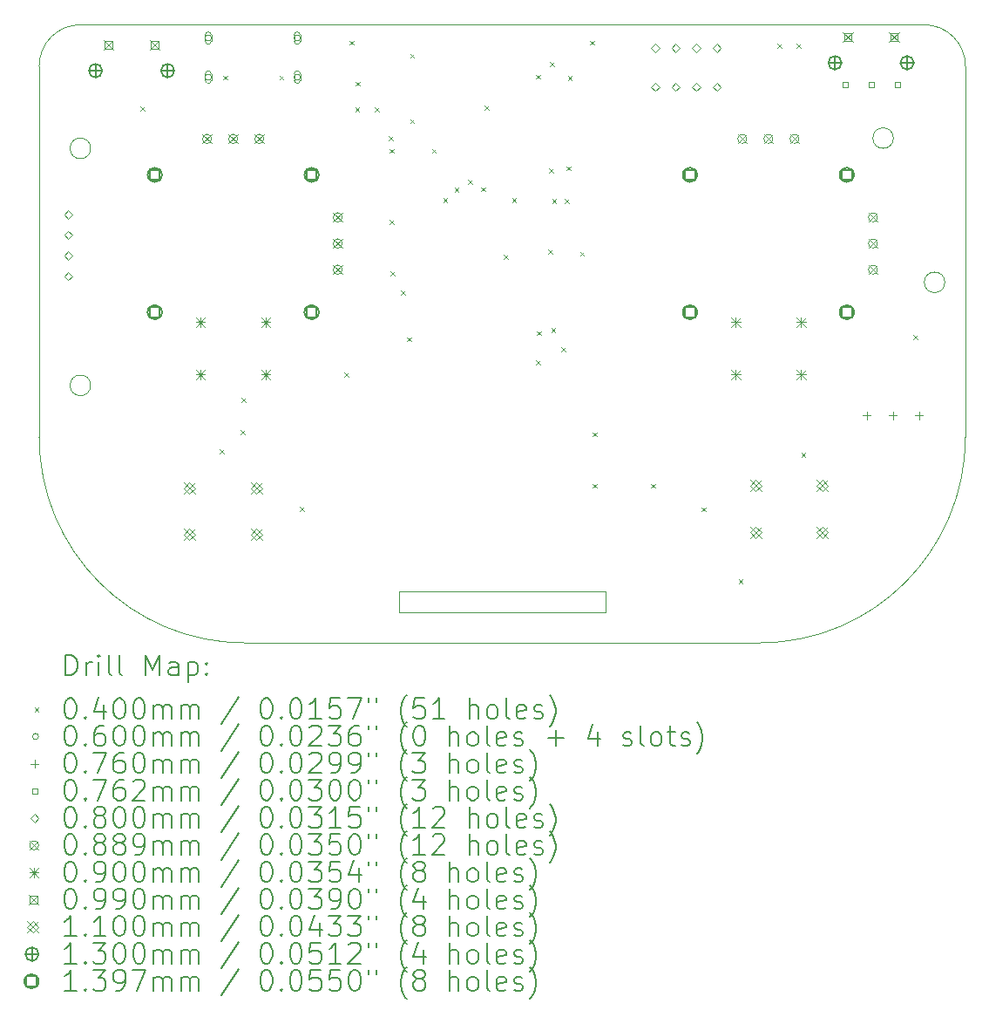
<source format=gbr>
%TF.GenerationSoftware,KiCad,Pcbnew,7.0.9*%
%TF.CreationDate,2024-05-06T23:46:21-05:00*%
%TF.ProjectId,CONTROL WIFI ESP32 S3 V4.0,434f4e54-524f-44c2-9057-494649204553,rev?*%
%TF.SameCoordinates,Original*%
%TF.FileFunction,Drillmap*%
%TF.FilePolarity,Positive*%
%FSLAX45Y45*%
G04 Gerber Fmt 4.5, Leading zero omitted, Abs format (unit mm)*
G04 Created by KiCad (PCBNEW 7.0.9) date 2024-05-06 23:46:21*
%MOMM*%
%LPD*%
G01*
G04 APERTURE LIST*
%ADD10C,0.100000*%
%ADD11C,0.200000*%
%ADD12C,0.110000*%
%ADD13C,0.130000*%
%ADD14C,0.139700*%
G04 APERTURE END LIST*
D10*
X8615000Y-13876500D02*
X8615000Y-13676500D01*
X11915000Y-10676500D02*
G75*
G03*
X11915000Y-10676500I-100000J0D01*
G01*
X6615000Y-13676500D02*
X8615000Y-13676500D01*
X12115000Y-12176500D02*
X12115000Y-8576500D01*
X10115000Y-14176500D02*
G75*
G03*
X12115000Y-12176500I0J2000000D01*
G01*
X3515000Y-8176500D02*
G75*
G03*
X3115000Y-8576500I0J-400000D01*
G01*
X6615000Y-13876500D02*
X8615000Y-13876500D01*
X12115000Y-8576500D02*
G75*
G03*
X11715000Y-8176500I-400000J0D01*
G01*
X3115000Y-12176500D02*
G75*
G03*
X5115000Y-14176500I2000000J0D01*
G01*
X3515000Y-8176500D02*
X11715000Y-8176500D01*
X11415000Y-9276500D02*
G75*
G03*
X11415000Y-9276500I-100000J0D01*
G01*
X6615000Y-13676500D02*
X6615000Y-13876500D01*
X3615000Y-9376500D02*
G75*
G03*
X3615000Y-9376500I-100000J0D01*
G01*
X3615000Y-11676500D02*
G75*
G03*
X3615000Y-11676500I-100000J0D01*
G01*
X3115000Y-8576500D02*
X3115000Y-12176500D01*
X5115000Y-14176500D02*
X10115000Y-14176500D01*
D11*
D10*
X4100000Y-8970000D02*
X4140000Y-9010000D01*
X4140000Y-8970000D02*
X4100000Y-9010000D01*
X4870000Y-12300000D02*
X4910000Y-12340000D01*
X4910000Y-12300000D02*
X4870000Y-12340000D01*
X4900000Y-8670000D02*
X4940000Y-8710000D01*
X4940000Y-8670000D02*
X4900000Y-8710000D01*
X5070000Y-12110000D02*
X5110000Y-12150000D01*
X5110000Y-12110000D02*
X5070000Y-12150000D01*
X5080000Y-11800000D02*
X5120000Y-11840000D01*
X5120000Y-11800000D02*
X5080000Y-11840000D01*
X5450000Y-8670000D02*
X5490000Y-8710000D01*
X5490000Y-8670000D02*
X5450000Y-8710000D01*
X5645000Y-12856500D02*
X5685000Y-12896500D01*
X5685000Y-12856500D02*
X5645000Y-12896500D01*
X6081250Y-11550000D02*
X6121250Y-11590000D01*
X6121250Y-11550000D02*
X6081250Y-11590000D01*
X6130000Y-8330000D02*
X6170000Y-8370000D01*
X6170000Y-8330000D02*
X6130000Y-8370000D01*
X6185000Y-8980000D02*
X6225000Y-9020000D01*
X6225000Y-8980000D02*
X6185000Y-9020000D01*
X6190000Y-8730000D02*
X6230000Y-8770000D01*
X6230000Y-8730000D02*
X6190000Y-8770000D01*
X6375000Y-8980000D02*
X6415000Y-9020000D01*
X6415000Y-8980000D02*
X6375000Y-9020000D01*
X6510000Y-9260000D02*
X6550000Y-9300000D01*
X6550000Y-9260000D02*
X6510000Y-9300000D01*
X6517500Y-10072500D02*
X6557500Y-10112500D01*
X6557500Y-10072500D02*
X6517500Y-10112500D01*
X6520000Y-9380000D02*
X6560000Y-9420000D01*
X6560000Y-9380000D02*
X6520000Y-9420000D01*
X6530000Y-10570000D02*
X6570000Y-10610000D01*
X6570000Y-10570000D02*
X6530000Y-10610000D01*
X6632500Y-10756500D02*
X6672500Y-10796500D01*
X6672500Y-10756500D02*
X6632500Y-10796500D01*
X6690000Y-11210000D02*
X6730000Y-11250000D01*
X6730000Y-11210000D02*
X6690000Y-11250000D01*
X6720000Y-8457500D02*
X6760000Y-8497500D01*
X6760000Y-8457500D02*
X6720000Y-8497500D01*
X6720000Y-9092500D02*
X6760000Y-9132500D01*
X6760000Y-9092500D02*
X6720000Y-9132500D01*
X6930000Y-9380000D02*
X6970000Y-9420000D01*
X6970000Y-9380000D02*
X6930000Y-9420000D01*
X7040000Y-9860000D02*
X7080000Y-9900000D01*
X7080000Y-9860000D02*
X7040000Y-9900000D01*
X7150000Y-9760000D02*
X7190000Y-9800000D01*
X7190000Y-9760000D02*
X7150000Y-9800000D01*
X7280000Y-9680000D02*
X7320000Y-9720000D01*
X7320000Y-9680000D02*
X7280000Y-9720000D01*
X7410000Y-9752450D02*
X7450000Y-9792450D01*
X7450000Y-9752450D02*
X7410000Y-9792450D01*
X7445000Y-8962500D02*
X7485000Y-9002500D01*
X7485000Y-8962500D02*
X7445000Y-9002500D01*
X7630000Y-10410000D02*
X7670000Y-10450000D01*
X7670000Y-10410000D02*
X7630000Y-10450000D01*
X7710000Y-9860000D02*
X7750000Y-9900000D01*
X7750000Y-9860000D02*
X7710000Y-9900000D01*
X7940000Y-8660000D02*
X7980000Y-8700000D01*
X7980000Y-8660000D02*
X7940000Y-8700000D01*
X7944000Y-11431000D02*
X7984000Y-11471000D01*
X7984000Y-11431000D02*
X7944000Y-11471000D01*
X7950000Y-11150000D02*
X7990000Y-11190000D01*
X7990000Y-11150000D02*
X7950000Y-11190000D01*
X8060000Y-10360000D02*
X8100000Y-10400000D01*
X8100000Y-10360000D02*
X8060000Y-10400000D01*
X8070000Y-9570000D02*
X8110000Y-9610000D01*
X8110000Y-9570000D02*
X8070000Y-9610000D01*
X8080000Y-8540000D02*
X8120000Y-8580000D01*
X8120000Y-8540000D02*
X8080000Y-8580000D01*
X8090000Y-11120000D02*
X8130000Y-11160000D01*
X8130000Y-11120000D02*
X8090000Y-11160000D01*
X8100000Y-9870000D02*
X8140000Y-9910000D01*
X8140000Y-9870000D02*
X8100000Y-9910000D01*
X8187000Y-11306000D02*
X8227000Y-11346000D01*
X8227000Y-11306000D02*
X8187000Y-11346000D01*
X8220000Y-9870000D02*
X8260000Y-9910000D01*
X8260000Y-9870000D02*
X8220000Y-9910000D01*
X8240000Y-9550000D02*
X8280000Y-9590000D01*
X8280000Y-9550000D02*
X8240000Y-9590000D01*
X8251230Y-8671230D02*
X8291230Y-8711230D01*
X8291230Y-8671230D02*
X8251230Y-8711230D01*
X8370000Y-10380000D02*
X8410000Y-10420000D01*
X8410000Y-10380000D02*
X8370000Y-10420000D01*
X8470000Y-8330000D02*
X8510000Y-8370000D01*
X8510000Y-8330000D02*
X8470000Y-8370000D01*
X8490000Y-12131500D02*
X8530000Y-12171500D01*
X8530000Y-12131500D02*
X8490000Y-12171500D01*
X8490000Y-12631500D02*
X8530000Y-12671500D01*
X8530000Y-12631500D02*
X8490000Y-12671500D01*
X9061250Y-12631500D02*
X9101250Y-12671500D01*
X9101250Y-12631500D02*
X9061250Y-12671500D01*
X9550000Y-12860000D02*
X9590000Y-12900000D01*
X9590000Y-12860000D02*
X9550000Y-12900000D01*
X9910000Y-13560000D02*
X9950000Y-13600000D01*
X9950000Y-13560000D02*
X9910000Y-13600000D01*
X10290000Y-8360000D02*
X10330000Y-8400000D01*
X10330000Y-8360000D02*
X10290000Y-8400000D01*
X10471250Y-8360000D02*
X10511250Y-8400000D01*
X10511250Y-8360000D02*
X10471250Y-8400000D01*
X10520000Y-12331000D02*
X10560000Y-12371000D01*
X10560000Y-12331000D02*
X10520000Y-12371000D01*
X11610000Y-11190000D02*
X11650000Y-11230000D01*
X11650000Y-11190000D02*
X11610000Y-11230000D01*
X4788000Y-8305000D02*
G75*
G03*
X4788000Y-8305000I-30000J0D01*
G01*
X4788000Y-8335000D02*
X4788000Y-8275000D01*
X4788000Y-8275000D02*
G75*
G03*
X4728000Y-8275000I-30000J0D01*
G01*
X4728000Y-8275000D02*
X4728000Y-8335000D01*
X4728000Y-8335000D02*
G75*
G03*
X4788000Y-8335000I30000J0D01*
G01*
X4788000Y-8685000D02*
G75*
G03*
X4788000Y-8685000I-30000J0D01*
G01*
X4788000Y-8715000D02*
X4788000Y-8655000D01*
X4788000Y-8655000D02*
G75*
G03*
X4728000Y-8655000I-30000J0D01*
G01*
X4728000Y-8655000D02*
X4728000Y-8715000D01*
X4728000Y-8715000D02*
G75*
G03*
X4788000Y-8715000I30000J0D01*
G01*
X5652000Y-8305000D02*
G75*
G03*
X5652000Y-8305000I-30000J0D01*
G01*
X5652000Y-8335000D02*
X5652000Y-8275000D01*
X5652000Y-8275000D02*
G75*
G03*
X5592000Y-8275000I-30000J0D01*
G01*
X5592000Y-8275000D02*
X5592000Y-8335000D01*
X5592000Y-8335000D02*
G75*
G03*
X5652000Y-8335000I30000J0D01*
G01*
X5652000Y-8685000D02*
G75*
G03*
X5652000Y-8685000I-30000J0D01*
G01*
X5652000Y-8715000D02*
X5652000Y-8655000D01*
X5652000Y-8655000D02*
G75*
G03*
X5592000Y-8655000I-30000J0D01*
G01*
X5592000Y-8655000D02*
X5592000Y-8715000D01*
X5592000Y-8715000D02*
G75*
G03*
X5652000Y-8715000I30000J0D01*
G01*
X11157000Y-11928500D02*
X11157000Y-12004500D01*
X11119000Y-11966500D02*
X11195000Y-11966500D01*
X11411000Y-11928500D02*
X11411000Y-12004500D01*
X11373000Y-11966500D02*
X11449000Y-11966500D01*
X11665000Y-11928500D02*
X11665000Y-12004500D01*
X11627000Y-11966500D02*
X11703000Y-11966500D01*
X10972941Y-8786941D02*
X10972941Y-8733059D01*
X10919059Y-8733059D01*
X10919059Y-8786941D01*
X10972941Y-8786941D01*
X11226941Y-8786941D02*
X11226941Y-8733059D01*
X11173059Y-8733059D01*
X11173059Y-8786941D01*
X11226941Y-8786941D01*
X11480941Y-8786941D02*
X11480941Y-8733059D01*
X11427059Y-8733059D01*
X11427059Y-8786941D01*
X11480941Y-8786941D01*
X3397500Y-10057500D02*
X3437500Y-10017500D01*
X3397500Y-9977500D01*
X3357500Y-10017500D01*
X3397500Y-10057500D01*
X3397500Y-10257500D02*
X3437500Y-10217500D01*
X3397500Y-10177500D01*
X3357500Y-10217500D01*
X3397500Y-10257500D01*
X3397500Y-10457500D02*
X3437500Y-10417500D01*
X3397500Y-10377500D01*
X3357500Y-10417500D01*
X3397500Y-10457500D01*
X3397500Y-10657500D02*
X3437500Y-10617500D01*
X3397500Y-10577500D01*
X3357500Y-10617500D01*
X3397500Y-10657500D01*
X9100000Y-8440000D02*
X9140000Y-8400000D01*
X9100000Y-8360000D01*
X9060000Y-8400000D01*
X9100000Y-8440000D01*
X9100000Y-8820000D02*
X9140000Y-8780000D01*
X9100000Y-8740000D01*
X9060000Y-8780000D01*
X9100000Y-8820000D01*
X9300000Y-8440000D02*
X9340000Y-8400000D01*
X9300000Y-8360000D01*
X9260000Y-8400000D01*
X9300000Y-8440000D01*
X9300000Y-8820000D02*
X9340000Y-8780000D01*
X9300000Y-8740000D01*
X9260000Y-8780000D01*
X9300000Y-8820000D01*
X9500000Y-8440000D02*
X9540000Y-8400000D01*
X9500000Y-8360000D01*
X9460000Y-8400000D01*
X9500000Y-8440000D01*
X9500000Y-8820000D02*
X9540000Y-8780000D01*
X9500000Y-8740000D01*
X9460000Y-8780000D01*
X9500000Y-8820000D01*
X9700000Y-8440000D02*
X9740000Y-8400000D01*
X9700000Y-8360000D01*
X9660000Y-8400000D01*
X9700000Y-8440000D01*
X9700000Y-8820000D02*
X9740000Y-8780000D01*
X9700000Y-8740000D01*
X9660000Y-8780000D01*
X9700000Y-8820000D01*
X4701550Y-9239550D02*
X4790450Y-9328450D01*
X4790450Y-9239550D02*
X4701550Y-9328450D01*
X4790450Y-9284000D02*
G75*
G03*
X4790450Y-9284000I-44450J0D01*
G01*
X4955550Y-9239550D02*
X5044450Y-9328450D01*
X5044450Y-9239550D02*
X4955550Y-9328450D01*
X5044450Y-9284000D02*
G75*
G03*
X5044450Y-9284000I-44450J0D01*
G01*
X5209550Y-9239550D02*
X5298450Y-9328450D01*
X5298450Y-9239550D02*
X5209550Y-9328450D01*
X5298450Y-9284000D02*
G75*
G03*
X5298450Y-9284000I-44450J0D01*
G01*
X5971550Y-10001550D02*
X6060450Y-10090450D01*
X6060450Y-10001550D02*
X5971550Y-10090450D01*
X6060450Y-10046000D02*
G75*
G03*
X6060450Y-10046000I-44450J0D01*
G01*
X5971550Y-10255550D02*
X6060450Y-10344450D01*
X6060450Y-10255550D02*
X5971550Y-10344450D01*
X6060450Y-10300000D02*
G75*
G03*
X6060450Y-10300000I-44450J0D01*
G01*
X5971550Y-10509550D02*
X6060450Y-10598450D01*
X6060450Y-10509550D02*
X5971550Y-10598450D01*
X6060450Y-10554000D02*
G75*
G03*
X6060450Y-10554000I-44450J0D01*
G01*
X9901550Y-9239550D02*
X9990450Y-9328450D01*
X9990450Y-9239550D02*
X9901550Y-9328450D01*
X9990450Y-9284000D02*
G75*
G03*
X9990450Y-9284000I-44450J0D01*
G01*
X10155550Y-9239550D02*
X10244450Y-9328450D01*
X10244450Y-9239550D02*
X10155550Y-9328450D01*
X10244450Y-9284000D02*
G75*
G03*
X10244450Y-9284000I-44450J0D01*
G01*
X10409550Y-9239550D02*
X10498450Y-9328450D01*
X10498450Y-9239550D02*
X10409550Y-9328450D01*
X10498450Y-9284000D02*
G75*
G03*
X10498450Y-9284000I-44450J0D01*
G01*
X11171550Y-10001550D02*
X11260450Y-10090450D01*
X11260450Y-10001550D02*
X11171550Y-10090450D01*
X11260450Y-10046000D02*
G75*
G03*
X11260450Y-10046000I-44450J0D01*
G01*
X11171550Y-10255550D02*
X11260450Y-10344450D01*
X11260450Y-10255550D02*
X11171550Y-10344450D01*
X11260450Y-10300000D02*
G75*
G03*
X11260450Y-10300000I-44450J0D01*
G01*
X11171550Y-10509550D02*
X11260450Y-10598450D01*
X11260450Y-10509550D02*
X11171550Y-10598450D01*
X11260450Y-10554000D02*
G75*
G03*
X11260450Y-10554000I-44450J0D01*
G01*
X4637500Y-11017000D02*
X4727500Y-11107000D01*
X4727500Y-11017000D02*
X4637500Y-11107000D01*
X4682500Y-11017000D02*
X4682500Y-11107000D01*
X4637500Y-11062000D02*
X4727500Y-11062000D01*
X4637500Y-11525000D02*
X4727500Y-11615000D01*
X4727500Y-11525000D02*
X4637500Y-11615000D01*
X4682500Y-11525000D02*
X4682500Y-11615000D01*
X4637500Y-11570000D02*
X4727500Y-11570000D01*
X5272500Y-11017000D02*
X5362500Y-11107000D01*
X5362500Y-11017000D02*
X5272500Y-11107000D01*
X5317500Y-11017000D02*
X5317500Y-11107000D01*
X5272500Y-11062000D02*
X5362500Y-11062000D01*
X5272500Y-11525000D02*
X5362500Y-11615000D01*
X5362500Y-11525000D02*
X5272500Y-11615000D01*
X5317500Y-11525000D02*
X5317500Y-11615000D01*
X5272500Y-11570000D02*
X5362500Y-11570000D01*
X9837500Y-11017000D02*
X9927500Y-11107000D01*
X9927500Y-11017000D02*
X9837500Y-11107000D01*
X9882500Y-11017000D02*
X9882500Y-11107000D01*
X9837500Y-11062000D02*
X9927500Y-11062000D01*
X9837500Y-11525000D02*
X9927500Y-11615000D01*
X9927500Y-11525000D02*
X9837500Y-11615000D01*
X9882500Y-11525000D02*
X9882500Y-11615000D01*
X9837500Y-11570000D02*
X9927500Y-11570000D01*
X10472500Y-11017000D02*
X10562500Y-11107000D01*
X10562500Y-11017000D02*
X10472500Y-11107000D01*
X10517500Y-11017000D02*
X10517500Y-11107000D01*
X10472500Y-11062000D02*
X10562500Y-11062000D01*
X10472500Y-11525000D02*
X10562500Y-11615000D01*
X10562500Y-11525000D02*
X10472500Y-11615000D01*
X10517500Y-11525000D02*
X10517500Y-11615000D01*
X10472500Y-11570000D02*
X10562500Y-11570000D01*
X3738000Y-8323250D02*
X3837000Y-8422250D01*
X3837000Y-8323250D02*
X3738000Y-8422250D01*
X3822502Y-8407752D02*
X3822502Y-8337748D01*
X3752498Y-8337748D01*
X3752498Y-8407752D01*
X3822502Y-8407752D01*
X4188000Y-8323250D02*
X4287000Y-8422250D01*
X4287000Y-8323250D02*
X4188000Y-8422250D01*
X4272502Y-8407752D02*
X4272502Y-8337748D01*
X4202498Y-8337748D01*
X4202498Y-8407752D01*
X4272502Y-8407752D01*
X10923000Y-8246750D02*
X11022000Y-8345750D01*
X11022000Y-8246750D02*
X10923000Y-8345750D01*
X11007502Y-8331252D02*
X11007502Y-8261248D01*
X10937498Y-8261248D01*
X10937498Y-8331252D01*
X11007502Y-8331252D01*
X11373000Y-8246750D02*
X11472000Y-8345750D01*
X11472000Y-8246750D02*
X11373000Y-8345750D01*
X11457502Y-8331252D02*
X11457502Y-8261248D01*
X11387498Y-8261248D01*
X11387498Y-8331252D01*
X11457502Y-8331252D01*
D12*
X4520000Y-12620000D02*
X4630000Y-12730000D01*
X4630000Y-12620000D02*
X4520000Y-12730000D01*
X4575000Y-12730000D02*
X4630000Y-12675000D01*
X4575000Y-12620000D01*
X4520000Y-12675000D01*
X4575000Y-12730000D01*
X4520000Y-13070000D02*
X4630000Y-13180000D01*
X4630000Y-13070000D02*
X4520000Y-13180000D01*
X4575000Y-13180000D02*
X4630000Y-13125000D01*
X4575000Y-13070000D01*
X4520000Y-13125000D01*
X4575000Y-13180000D01*
X5170000Y-12620000D02*
X5280000Y-12730000D01*
X5280000Y-12620000D02*
X5170000Y-12730000D01*
X5225000Y-12730000D02*
X5280000Y-12675000D01*
X5225000Y-12620000D01*
X5170000Y-12675000D01*
X5225000Y-12730000D01*
X5170000Y-13070000D02*
X5280000Y-13180000D01*
X5280000Y-13070000D02*
X5170000Y-13180000D01*
X5225000Y-13180000D02*
X5280000Y-13125000D01*
X5225000Y-13070000D01*
X5170000Y-13125000D01*
X5225000Y-13180000D01*
X10020000Y-12596500D02*
X10130000Y-12706500D01*
X10130000Y-12596500D02*
X10020000Y-12706500D01*
X10075000Y-12706500D02*
X10130000Y-12651500D01*
X10075000Y-12596500D01*
X10020000Y-12651500D01*
X10075000Y-12706500D01*
X10020000Y-13046500D02*
X10130000Y-13156500D01*
X10130000Y-13046500D02*
X10020000Y-13156500D01*
X10075000Y-13156500D02*
X10130000Y-13101500D01*
X10075000Y-13046500D01*
X10020000Y-13101500D01*
X10075000Y-13156500D01*
X10670000Y-12596500D02*
X10780000Y-12706500D01*
X10780000Y-12596500D02*
X10670000Y-12706500D01*
X10725000Y-12706500D02*
X10780000Y-12651500D01*
X10725000Y-12596500D01*
X10670000Y-12651500D01*
X10725000Y-12706500D01*
X10670000Y-13046500D02*
X10780000Y-13156500D01*
X10780000Y-13046500D02*
X10670000Y-13156500D01*
X10725000Y-13156500D02*
X10780000Y-13101500D01*
X10725000Y-13046500D01*
X10670000Y-13101500D01*
X10725000Y-13156500D01*
D13*
X3662500Y-8556750D02*
X3662500Y-8686750D01*
X3597500Y-8621750D02*
X3727500Y-8621750D01*
X3727500Y-8621750D02*
G75*
G03*
X3727500Y-8621750I-65000J0D01*
G01*
X4363500Y-8556750D02*
X4363500Y-8686750D01*
X4298500Y-8621750D02*
X4428500Y-8621750D01*
X4428500Y-8621750D02*
G75*
G03*
X4428500Y-8621750I-65000J0D01*
G01*
X10847500Y-8480250D02*
X10847500Y-8610250D01*
X10782500Y-8545250D02*
X10912500Y-8545250D01*
X10912500Y-8545250D02*
G75*
G03*
X10912500Y-8545250I-65000J0D01*
G01*
X11548500Y-8480250D02*
X11548500Y-8610250D01*
X11483500Y-8545250D02*
X11613500Y-8545250D01*
X11613500Y-8545250D02*
G75*
G03*
X11613500Y-8545250I-65000J0D01*
G01*
D14*
X4287392Y-9682642D02*
X4287392Y-9583858D01*
X4188608Y-9583858D01*
X4188608Y-9682642D01*
X4287392Y-9682642D01*
X4307850Y-9633250D02*
G75*
G03*
X4307850Y-9633250I-69850J0D01*
G01*
X4287392Y-11016142D02*
X4287392Y-10917358D01*
X4188608Y-10917358D01*
X4188608Y-11016142D01*
X4287392Y-11016142D01*
X4307850Y-10966750D02*
G75*
G03*
X4307850Y-10966750I-69850J0D01*
G01*
X5811392Y-9682642D02*
X5811392Y-9583858D01*
X5712608Y-9583858D01*
X5712608Y-9682642D01*
X5811392Y-9682642D01*
X5831850Y-9633250D02*
G75*
G03*
X5831850Y-9633250I-69850J0D01*
G01*
X5811392Y-11016142D02*
X5811392Y-10917358D01*
X5712608Y-10917358D01*
X5712608Y-11016142D01*
X5811392Y-11016142D01*
X5831850Y-10966750D02*
G75*
G03*
X5831850Y-10966750I-69850J0D01*
G01*
X9487392Y-9682642D02*
X9487392Y-9583858D01*
X9388608Y-9583858D01*
X9388608Y-9682642D01*
X9487392Y-9682642D01*
X9507850Y-9633250D02*
G75*
G03*
X9507850Y-9633250I-69850J0D01*
G01*
X9487392Y-11016142D02*
X9487392Y-10917358D01*
X9388608Y-10917358D01*
X9388608Y-11016142D01*
X9487392Y-11016142D01*
X9507850Y-10966750D02*
G75*
G03*
X9507850Y-10966750I-69850J0D01*
G01*
X11011392Y-9682642D02*
X11011392Y-9583858D01*
X10912608Y-9583858D01*
X10912608Y-9682642D01*
X11011392Y-9682642D01*
X11031850Y-9633250D02*
G75*
G03*
X11031850Y-9633250I-69850J0D01*
G01*
X11011392Y-11016142D02*
X11011392Y-10917358D01*
X10912608Y-10917358D01*
X10912608Y-11016142D01*
X11011392Y-11016142D01*
X11031850Y-10966750D02*
G75*
G03*
X11031850Y-10966750I-69850J0D01*
G01*
D11*
X3370777Y-14492984D02*
X3370777Y-14292984D01*
X3370777Y-14292984D02*
X3418396Y-14292984D01*
X3418396Y-14292984D02*
X3446967Y-14302508D01*
X3446967Y-14302508D02*
X3466015Y-14321555D01*
X3466015Y-14321555D02*
X3475539Y-14340603D01*
X3475539Y-14340603D02*
X3485062Y-14378698D01*
X3485062Y-14378698D02*
X3485062Y-14407269D01*
X3485062Y-14407269D02*
X3475539Y-14445365D01*
X3475539Y-14445365D02*
X3466015Y-14464412D01*
X3466015Y-14464412D02*
X3446967Y-14483460D01*
X3446967Y-14483460D02*
X3418396Y-14492984D01*
X3418396Y-14492984D02*
X3370777Y-14492984D01*
X3570777Y-14492984D02*
X3570777Y-14359650D01*
X3570777Y-14397746D02*
X3580301Y-14378698D01*
X3580301Y-14378698D02*
X3589824Y-14369174D01*
X3589824Y-14369174D02*
X3608872Y-14359650D01*
X3608872Y-14359650D02*
X3627920Y-14359650D01*
X3694586Y-14492984D02*
X3694586Y-14359650D01*
X3694586Y-14292984D02*
X3685062Y-14302508D01*
X3685062Y-14302508D02*
X3694586Y-14312031D01*
X3694586Y-14312031D02*
X3704110Y-14302508D01*
X3704110Y-14302508D02*
X3694586Y-14292984D01*
X3694586Y-14292984D02*
X3694586Y-14312031D01*
X3818396Y-14492984D02*
X3799348Y-14483460D01*
X3799348Y-14483460D02*
X3789824Y-14464412D01*
X3789824Y-14464412D02*
X3789824Y-14292984D01*
X3923158Y-14492984D02*
X3904110Y-14483460D01*
X3904110Y-14483460D02*
X3894586Y-14464412D01*
X3894586Y-14464412D02*
X3894586Y-14292984D01*
X4151729Y-14492984D02*
X4151729Y-14292984D01*
X4151729Y-14292984D02*
X4218396Y-14435841D01*
X4218396Y-14435841D02*
X4285063Y-14292984D01*
X4285063Y-14292984D02*
X4285063Y-14492984D01*
X4466015Y-14492984D02*
X4466015Y-14388222D01*
X4466015Y-14388222D02*
X4456491Y-14369174D01*
X4456491Y-14369174D02*
X4437444Y-14359650D01*
X4437444Y-14359650D02*
X4399348Y-14359650D01*
X4399348Y-14359650D02*
X4380301Y-14369174D01*
X4466015Y-14483460D02*
X4446967Y-14492984D01*
X4446967Y-14492984D02*
X4399348Y-14492984D01*
X4399348Y-14492984D02*
X4380301Y-14483460D01*
X4380301Y-14483460D02*
X4370777Y-14464412D01*
X4370777Y-14464412D02*
X4370777Y-14445365D01*
X4370777Y-14445365D02*
X4380301Y-14426317D01*
X4380301Y-14426317D02*
X4399348Y-14416793D01*
X4399348Y-14416793D02*
X4446967Y-14416793D01*
X4446967Y-14416793D02*
X4466015Y-14407269D01*
X4561253Y-14359650D02*
X4561253Y-14559650D01*
X4561253Y-14369174D02*
X4580301Y-14359650D01*
X4580301Y-14359650D02*
X4618396Y-14359650D01*
X4618396Y-14359650D02*
X4637444Y-14369174D01*
X4637444Y-14369174D02*
X4646967Y-14378698D01*
X4646967Y-14378698D02*
X4656491Y-14397746D01*
X4656491Y-14397746D02*
X4656491Y-14454888D01*
X4656491Y-14454888D02*
X4646967Y-14473936D01*
X4646967Y-14473936D02*
X4637444Y-14483460D01*
X4637444Y-14483460D02*
X4618396Y-14492984D01*
X4618396Y-14492984D02*
X4580301Y-14492984D01*
X4580301Y-14492984D02*
X4561253Y-14483460D01*
X4742205Y-14473936D02*
X4751729Y-14483460D01*
X4751729Y-14483460D02*
X4742205Y-14492984D01*
X4742205Y-14492984D02*
X4732682Y-14483460D01*
X4732682Y-14483460D02*
X4742205Y-14473936D01*
X4742205Y-14473936D02*
X4742205Y-14492984D01*
X4742205Y-14369174D02*
X4751729Y-14378698D01*
X4751729Y-14378698D02*
X4742205Y-14388222D01*
X4742205Y-14388222D02*
X4732682Y-14378698D01*
X4732682Y-14378698D02*
X4742205Y-14369174D01*
X4742205Y-14369174D02*
X4742205Y-14388222D01*
D10*
X3070000Y-14801500D02*
X3110000Y-14841500D01*
X3110000Y-14801500D02*
X3070000Y-14841500D01*
D11*
X3408872Y-14712984D02*
X3427920Y-14712984D01*
X3427920Y-14712984D02*
X3446967Y-14722508D01*
X3446967Y-14722508D02*
X3456491Y-14732031D01*
X3456491Y-14732031D02*
X3466015Y-14751079D01*
X3466015Y-14751079D02*
X3475539Y-14789174D01*
X3475539Y-14789174D02*
X3475539Y-14836793D01*
X3475539Y-14836793D02*
X3466015Y-14874888D01*
X3466015Y-14874888D02*
X3456491Y-14893936D01*
X3456491Y-14893936D02*
X3446967Y-14903460D01*
X3446967Y-14903460D02*
X3427920Y-14912984D01*
X3427920Y-14912984D02*
X3408872Y-14912984D01*
X3408872Y-14912984D02*
X3389824Y-14903460D01*
X3389824Y-14903460D02*
X3380301Y-14893936D01*
X3380301Y-14893936D02*
X3370777Y-14874888D01*
X3370777Y-14874888D02*
X3361253Y-14836793D01*
X3361253Y-14836793D02*
X3361253Y-14789174D01*
X3361253Y-14789174D02*
X3370777Y-14751079D01*
X3370777Y-14751079D02*
X3380301Y-14732031D01*
X3380301Y-14732031D02*
X3389824Y-14722508D01*
X3389824Y-14722508D02*
X3408872Y-14712984D01*
X3561253Y-14893936D02*
X3570777Y-14903460D01*
X3570777Y-14903460D02*
X3561253Y-14912984D01*
X3561253Y-14912984D02*
X3551729Y-14903460D01*
X3551729Y-14903460D02*
X3561253Y-14893936D01*
X3561253Y-14893936D02*
X3561253Y-14912984D01*
X3742205Y-14779650D02*
X3742205Y-14912984D01*
X3694586Y-14703460D02*
X3646967Y-14846317D01*
X3646967Y-14846317D02*
X3770777Y-14846317D01*
X3885062Y-14712984D02*
X3904110Y-14712984D01*
X3904110Y-14712984D02*
X3923158Y-14722508D01*
X3923158Y-14722508D02*
X3932682Y-14732031D01*
X3932682Y-14732031D02*
X3942205Y-14751079D01*
X3942205Y-14751079D02*
X3951729Y-14789174D01*
X3951729Y-14789174D02*
X3951729Y-14836793D01*
X3951729Y-14836793D02*
X3942205Y-14874888D01*
X3942205Y-14874888D02*
X3932682Y-14893936D01*
X3932682Y-14893936D02*
X3923158Y-14903460D01*
X3923158Y-14903460D02*
X3904110Y-14912984D01*
X3904110Y-14912984D02*
X3885062Y-14912984D01*
X3885062Y-14912984D02*
X3866015Y-14903460D01*
X3866015Y-14903460D02*
X3856491Y-14893936D01*
X3856491Y-14893936D02*
X3846967Y-14874888D01*
X3846967Y-14874888D02*
X3837443Y-14836793D01*
X3837443Y-14836793D02*
X3837443Y-14789174D01*
X3837443Y-14789174D02*
X3846967Y-14751079D01*
X3846967Y-14751079D02*
X3856491Y-14732031D01*
X3856491Y-14732031D02*
X3866015Y-14722508D01*
X3866015Y-14722508D02*
X3885062Y-14712984D01*
X4075539Y-14712984D02*
X4094586Y-14712984D01*
X4094586Y-14712984D02*
X4113634Y-14722508D01*
X4113634Y-14722508D02*
X4123158Y-14732031D01*
X4123158Y-14732031D02*
X4132682Y-14751079D01*
X4132682Y-14751079D02*
X4142205Y-14789174D01*
X4142205Y-14789174D02*
X4142205Y-14836793D01*
X4142205Y-14836793D02*
X4132682Y-14874888D01*
X4132682Y-14874888D02*
X4123158Y-14893936D01*
X4123158Y-14893936D02*
X4113634Y-14903460D01*
X4113634Y-14903460D02*
X4094586Y-14912984D01*
X4094586Y-14912984D02*
X4075539Y-14912984D01*
X4075539Y-14912984D02*
X4056491Y-14903460D01*
X4056491Y-14903460D02*
X4046967Y-14893936D01*
X4046967Y-14893936D02*
X4037443Y-14874888D01*
X4037443Y-14874888D02*
X4027920Y-14836793D01*
X4027920Y-14836793D02*
X4027920Y-14789174D01*
X4027920Y-14789174D02*
X4037443Y-14751079D01*
X4037443Y-14751079D02*
X4046967Y-14732031D01*
X4046967Y-14732031D02*
X4056491Y-14722508D01*
X4056491Y-14722508D02*
X4075539Y-14712984D01*
X4227920Y-14912984D02*
X4227920Y-14779650D01*
X4227920Y-14798698D02*
X4237444Y-14789174D01*
X4237444Y-14789174D02*
X4256491Y-14779650D01*
X4256491Y-14779650D02*
X4285063Y-14779650D01*
X4285063Y-14779650D02*
X4304110Y-14789174D01*
X4304110Y-14789174D02*
X4313634Y-14808222D01*
X4313634Y-14808222D02*
X4313634Y-14912984D01*
X4313634Y-14808222D02*
X4323158Y-14789174D01*
X4323158Y-14789174D02*
X4342205Y-14779650D01*
X4342205Y-14779650D02*
X4370777Y-14779650D01*
X4370777Y-14779650D02*
X4389825Y-14789174D01*
X4389825Y-14789174D02*
X4399348Y-14808222D01*
X4399348Y-14808222D02*
X4399348Y-14912984D01*
X4494586Y-14912984D02*
X4494586Y-14779650D01*
X4494586Y-14798698D02*
X4504110Y-14789174D01*
X4504110Y-14789174D02*
X4523158Y-14779650D01*
X4523158Y-14779650D02*
X4551729Y-14779650D01*
X4551729Y-14779650D02*
X4570777Y-14789174D01*
X4570777Y-14789174D02*
X4580301Y-14808222D01*
X4580301Y-14808222D02*
X4580301Y-14912984D01*
X4580301Y-14808222D02*
X4589825Y-14789174D01*
X4589825Y-14789174D02*
X4608872Y-14779650D01*
X4608872Y-14779650D02*
X4637444Y-14779650D01*
X4637444Y-14779650D02*
X4656491Y-14789174D01*
X4656491Y-14789174D02*
X4666015Y-14808222D01*
X4666015Y-14808222D02*
X4666015Y-14912984D01*
X5056491Y-14703460D02*
X4885063Y-14960603D01*
X5313634Y-14712984D02*
X5332682Y-14712984D01*
X5332682Y-14712984D02*
X5351729Y-14722508D01*
X5351729Y-14722508D02*
X5361253Y-14732031D01*
X5361253Y-14732031D02*
X5370777Y-14751079D01*
X5370777Y-14751079D02*
X5380301Y-14789174D01*
X5380301Y-14789174D02*
X5380301Y-14836793D01*
X5380301Y-14836793D02*
X5370777Y-14874888D01*
X5370777Y-14874888D02*
X5361253Y-14893936D01*
X5361253Y-14893936D02*
X5351729Y-14903460D01*
X5351729Y-14903460D02*
X5332682Y-14912984D01*
X5332682Y-14912984D02*
X5313634Y-14912984D01*
X5313634Y-14912984D02*
X5294587Y-14903460D01*
X5294587Y-14903460D02*
X5285063Y-14893936D01*
X5285063Y-14893936D02*
X5275539Y-14874888D01*
X5275539Y-14874888D02*
X5266015Y-14836793D01*
X5266015Y-14836793D02*
X5266015Y-14789174D01*
X5266015Y-14789174D02*
X5275539Y-14751079D01*
X5275539Y-14751079D02*
X5285063Y-14732031D01*
X5285063Y-14732031D02*
X5294587Y-14722508D01*
X5294587Y-14722508D02*
X5313634Y-14712984D01*
X5466015Y-14893936D02*
X5475539Y-14903460D01*
X5475539Y-14903460D02*
X5466015Y-14912984D01*
X5466015Y-14912984D02*
X5456491Y-14903460D01*
X5456491Y-14903460D02*
X5466015Y-14893936D01*
X5466015Y-14893936D02*
X5466015Y-14912984D01*
X5599348Y-14712984D02*
X5618396Y-14712984D01*
X5618396Y-14712984D02*
X5637444Y-14722508D01*
X5637444Y-14722508D02*
X5646967Y-14732031D01*
X5646967Y-14732031D02*
X5656491Y-14751079D01*
X5656491Y-14751079D02*
X5666015Y-14789174D01*
X5666015Y-14789174D02*
X5666015Y-14836793D01*
X5666015Y-14836793D02*
X5656491Y-14874888D01*
X5656491Y-14874888D02*
X5646967Y-14893936D01*
X5646967Y-14893936D02*
X5637444Y-14903460D01*
X5637444Y-14903460D02*
X5618396Y-14912984D01*
X5618396Y-14912984D02*
X5599348Y-14912984D01*
X5599348Y-14912984D02*
X5580301Y-14903460D01*
X5580301Y-14903460D02*
X5570777Y-14893936D01*
X5570777Y-14893936D02*
X5561253Y-14874888D01*
X5561253Y-14874888D02*
X5551729Y-14836793D01*
X5551729Y-14836793D02*
X5551729Y-14789174D01*
X5551729Y-14789174D02*
X5561253Y-14751079D01*
X5561253Y-14751079D02*
X5570777Y-14732031D01*
X5570777Y-14732031D02*
X5580301Y-14722508D01*
X5580301Y-14722508D02*
X5599348Y-14712984D01*
X5856491Y-14912984D02*
X5742206Y-14912984D01*
X5799348Y-14912984D02*
X5799348Y-14712984D01*
X5799348Y-14712984D02*
X5780301Y-14741555D01*
X5780301Y-14741555D02*
X5761253Y-14760603D01*
X5761253Y-14760603D02*
X5742206Y-14770127D01*
X6037444Y-14712984D02*
X5942206Y-14712984D01*
X5942206Y-14712984D02*
X5932682Y-14808222D01*
X5932682Y-14808222D02*
X5942206Y-14798698D01*
X5942206Y-14798698D02*
X5961253Y-14789174D01*
X5961253Y-14789174D02*
X6008872Y-14789174D01*
X6008872Y-14789174D02*
X6027920Y-14798698D01*
X6027920Y-14798698D02*
X6037444Y-14808222D01*
X6037444Y-14808222D02*
X6046967Y-14827269D01*
X6046967Y-14827269D02*
X6046967Y-14874888D01*
X6046967Y-14874888D02*
X6037444Y-14893936D01*
X6037444Y-14893936D02*
X6027920Y-14903460D01*
X6027920Y-14903460D02*
X6008872Y-14912984D01*
X6008872Y-14912984D02*
X5961253Y-14912984D01*
X5961253Y-14912984D02*
X5942206Y-14903460D01*
X5942206Y-14903460D02*
X5932682Y-14893936D01*
X6113634Y-14712984D02*
X6246967Y-14712984D01*
X6246967Y-14712984D02*
X6161253Y-14912984D01*
X6313634Y-14712984D02*
X6313634Y-14751079D01*
X6389825Y-14712984D02*
X6389825Y-14751079D01*
X6685063Y-14989174D02*
X6675539Y-14979650D01*
X6675539Y-14979650D02*
X6656491Y-14951079D01*
X6656491Y-14951079D02*
X6646968Y-14932031D01*
X6646968Y-14932031D02*
X6637444Y-14903460D01*
X6637444Y-14903460D02*
X6627920Y-14855841D01*
X6627920Y-14855841D02*
X6627920Y-14817746D01*
X6627920Y-14817746D02*
X6637444Y-14770127D01*
X6637444Y-14770127D02*
X6646968Y-14741555D01*
X6646968Y-14741555D02*
X6656491Y-14722508D01*
X6656491Y-14722508D02*
X6675539Y-14693936D01*
X6675539Y-14693936D02*
X6685063Y-14684412D01*
X6856491Y-14712984D02*
X6761253Y-14712984D01*
X6761253Y-14712984D02*
X6751729Y-14808222D01*
X6751729Y-14808222D02*
X6761253Y-14798698D01*
X6761253Y-14798698D02*
X6780301Y-14789174D01*
X6780301Y-14789174D02*
X6827920Y-14789174D01*
X6827920Y-14789174D02*
X6846968Y-14798698D01*
X6846968Y-14798698D02*
X6856491Y-14808222D01*
X6856491Y-14808222D02*
X6866015Y-14827269D01*
X6866015Y-14827269D02*
X6866015Y-14874888D01*
X6866015Y-14874888D02*
X6856491Y-14893936D01*
X6856491Y-14893936D02*
X6846968Y-14903460D01*
X6846968Y-14903460D02*
X6827920Y-14912984D01*
X6827920Y-14912984D02*
X6780301Y-14912984D01*
X6780301Y-14912984D02*
X6761253Y-14903460D01*
X6761253Y-14903460D02*
X6751729Y-14893936D01*
X7056491Y-14912984D02*
X6942206Y-14912984D01*
X6999348Y-14912984D02*
X6999348Y-14712984D01*
X6999348Y-14712984D02*
X6980301Y-14741555D01*
X6980301Y-14741555D02*
X6961253Y-14760603D01*
X6961253Y-14760603D02*
X6942206Y-14770127D01*
X7294587Y-14912984D02*
X7294587Y-14712984D01*
X7380301Y-14912984D02*
X7380301Y-14808222D01*
X7380301Y-14808222D02*
X7370777Y-14789174D01*
X7370777Y-14789174D02*
X7351730Y-14779650D01*
X7351730Y-14779650D02*
X7323158Y-14779650D01*
X7323158Y-14779650D02*
X7304110Y-14789174D01*
X7304110Y-14789174D02*
X7294587Y-14798698D01*
X7504110Y-14912984D02*
X7485063Y-14903460D01*
X7485063Y-14903460D02*
X7475539Y-14893936D01*
X7475539Y-14893936D02*
X7466015Y-14874888D01*
X7466015Y-14874888D02*
X7466015Y-14817746D01*
X7466015Y-14817746D02*
X7475539Y-14798698D01*
X7475539Y-14798698D02*
X7485063Y-14789174D01*
X7485063Y-14789174D02*
X7504110Y-14779650D01*
X7504110Y-14779650D02*
X7532682Y-14779650D01*
X7532682Y-14779650D02*
X7551730Y-14789174D01*
X7551730Y-14789174D02*
X7561253Y-14798698D01*
X7561253Y-14798698D02*
X7570777Y-14817746D01*
X7570777Y-14817746D02*
X7570777Y-14874888D01*
X7570777Y-14874888D02*
X7561253Y-14893936D01*
X7561253Y-14893936D02*
X7551730Y-14903460D01*
X7551730Y-14903460D02*
X7532682Y-14912984D01*
X7532682Y-14912984D02*
X7504110Y-14912984D01*
X7685063Y-14912984D02*
X7666015Y-14903460D01*
X7666015Y-14903460D02*
X7656491Y-14884412D01*
X7656491Y-14884412D02*
X7656491Y-14712984D01*
X7837444Y-14903460D02*
X7818396Y-14912984D01*
X7818396Y-14912984D02*
X7780301Y-14912984D01*
X7780301Y-14912984D02*
X7761253Y-14903460D01*
X7761253Y-14903460D02*
X7751730Y-14884412D01*
X7751730Y-14884412D02*
X7751730Y-14808222D01*
X7751730Y-14808222D02*
X7761253Y-14789174D01*
X7761253Y-14789174D02*
X7780301Y-14779650D01*
X7780301Y-14779650D02*
X7818396Y-14779650D01*
X7818396Y-14779650D02*
X7837444Y-14789174D01*
X7837444Y-14789174D02*
X7846968Y-14808222D01*
X7846968Y-14808222D02*
X7846968Y-14827269D01*
X7846968Y-14827269D02*
X7751730Y-14846317D01*
X7923158Y-14903460D02*
X7942206Y-14912984D01*
X7942206Y-14912984D02*
X7980301Y-14912984D01*
X7980301Y-14912984D02*
X7999349Y-14903460D01*
X7999349Y-14903460D02*
X8008872Y-14884412D01*
X8008872Y-14884412D02*
X8008872Y-14874888D01*
X8008872Y-14874888D02*
X7999349Y-14855841D01*
X7999349Y-14855841D02*
X7980301Y-14846317D01*
X7980301Y-14846317D02*
X7951730Y-14846317D01*
X7951730Y-14846317D02*
X7932682Y-14836793D01*
X7932682Y-14836793D02*
X7923158Y-14817746D01*
X7923158Y-14817746D02*
X7923158Y-14808222D01*
X7923158Y-14808222D02*
X7932682Y-14789174D01*
X7932682Y-14789174D02*
X7951730Y-14779650D01*
X7951730Y-14779650D02*
X7980301Y-14779650D01*
X7980301Y-14779650D02*
X7999349Y-14789174D01*
X8075539Y-14989174D02*
X8085063Y-14979650D01*
X8085063Y-14979650D02*
X8104111Y-14951079D01*
X8104111Y-14951079D02*
X8113634Y-14932031D01*
X8113634Y-14932031D02*
X8123158Y-14903460D01*
X8123158Y-14903460D02*
X8132682Y-14855841D01*
X8132682Y-14855841D02*
X8132682Y-14817746D01*
X8132682Y-14817746D02*
X8123158Y-14770127D01*
X8123158Y-14770127D02*
X8113634Y-14741555D01*
X8113634Y-14741555D02*
X8104111Y-14722508D01*
X8104111Y-14722508D02*
X8085063Y-14693936D01*
X8085063Y-14693936D02*
X8075539Y-14684412D01*
D10*
X3110000Y-15085500D02*
G75*
G03*
X3110000Y-15085500I-30000J0D01*
G01*
D11*
X3408872Y-14976984D02*
X3427920Y-14976984D01*
X3427920Y-14976984D02*
X3446967Y-14986508D01*
X3446967Y-14986508D02*
X3456491Y-14996031D01*
X3456491Y-14996031D02*
X3466015Y-15015079D01*
X3466015Y-15015079D02*
X3475539Y-15053174D01*
X3475539Y-15053174D02*
X3475539Y-15100793D01*
X3475539Y-15100793D02*
X3466015Y-15138888D01*
X3466015Y-15138888D02*
X3456491Y-15157936D01*
X3456491Y-15157936D02*
X3446967Y-15167460D01*
X3446967Y-15167460D02*
X3427920Y-15176984D01*
X3427920Y-15176984D02*
X3408872Y-15176984D01*
X3408872Y-15176984D02*
X3389824Y-15167460D01*
X3389824Y-15167460D02*
X3380301Y-15157936D01*
X3380301Y-15157936D02*
X3370777Y-15138888D01*
X3370777Y-15138888D02*
X3361253Y-15100793D01*
X3361253Y-15100793D02*
X3361253Y-15053174D01*
X3361253Y-15053174D02*
X3370777Y-15015079D01*
X3370777Y-15015079D02*
X3380301Y-14996031D01*
X3380301Y-14996031D02*
X3389824Y-14986508D01*
X3389824Y-14986508D02*
X3408872Y-14976984D01*
X3561253Y-15157936D02*
X3570777Y-15167460D01*
X3570777Y-15167460D02*
X3561253Y-15176984D01*
X3561253Y-15176984D02*
X3551729Y-15167460D01*
X3551729Y-15167460D02*
X3561253Y-15157936D01*
X3561253Y-15157936D02*
X3561253Y-15176984D01*
X3742205Y-14976984D02*
X3704110Y-14976984D01*
X3704110Y-14976984D02*
X3685062Y-14986508D01*
X3685062Y-14986508D02*
X3675539Y-14996031D01*
X3675539Y-14996031D02*
X3656491Y-15024603D01*
X3656491Y-15024603D02*
X3646967Y-15062698D01*
X3646967Y-15062698D02*
X3646967Y-15138888D01*
X3646967Y-15138888D02*
X3656491Y-15157936D01*
X3656491Y-15157936D02*
X3666015Y-15167460D01*
X3666015Y-15167460D02*
X3685062Y-15176984D01*
X3685062Y-15176984D02*
X3723158Y-15176984D01*
X3723158Y-15176984D02*
X3742205Y-15167460D01*
X3742205Y-15167460D02*
X3751729Y-15157936D01*
X3751729Y-15157936D02*
X3761253Y-15138888D01*
X3761253Y-15138888D02*
X3761253Y-15091269D01*
X3761253Y-15091269D02*
X3751729Y-15072222D01*
X3751729Y-15072222D02*
X3742205Y-15062698D01*
X3742205Y-15062698D02*
X3723158Y-15053174D01*
X3723158Y-15053174D02*
X3685062Y-15053174D01*
X3685062Y-15053174D02*
X3666015Y-15062698D01*
X3666015Y-15062698D02*
X3656491Y-15072222D01*
X3656491Y-15072222D02*
X3646967Y-15091269D01*
X3885062Y-14976984D02*
X3904110Y-14976984D01*
X3904110Y-14976984D02*
X3923158Y-14986508D01*
X3923158Y-14986508D02*
X3932682Y-14996031D01*
X3932682Y-14996031D02*
X3942205Y-15015079D01*
X3942205Y-15015079D02*
X3951729Y-15053174D01*
X3951729Y-15053174D02*
X3951729Y-15100793D01*
X3951729Y-15100793D02*
X3942205Y-15138888D01*
X3942205Y-15138888D02*
X3932682Y-15157936D01*
X3932682Y-15157936D02*
X3923158Y-15167460D01*
X3923158Y-15167460D02*
X3904110Y-15176984D01*
X3904110Y-15176984D02*
X3885062Y-15176984D01*
X3885062Y-15176984D02*
X3866015Y-15167460D01*
X3866015Y-15167460D02*
X3856491Y-15157936D01*
X3856491Y-15157936D02*
X3846967Y-15138888D01*
X3846967Y-15138888D02*
X3837443Y-15100793D01*
X3837443Y-15100793D02*
X3837443Y-15053174D01*
X3837443Y-15053174D02*
X3846967Y-15015079D01*
X3846967Y-15015079D02*
X3856491Y-14996031D01*
X3856491Y-14996031D02*
X3866015Y-14986508D01*
X3866015Y-14986508D02*
X3885062Y-14976984D01*
X4075539Y-14976984D02*
X4094586Y-14976984D01*
X4094586Y-14976984D02*
X4113634Y-14986508D01*
X4113634Y-14986508D02*
X4123158Y-14996031D01*
X4123158Y-14996031D02*
X4132682Y-15015079D01*
X4132682Y-15015079D02*
X4142205Y-15053174D01*
X4142205Y-15053174D02*
X4142205Y-15100793D01*
X4142205Y-15100793D02*
X4132682Y-15138888D01*
X4132682Y-15138888D02*
X4123158Y-15157936D01*
X4123158Y-15157936D02*
X4113634Y-15167460D01*
X4113634Y-15167460D02*
X4094586Y-15176984D01*
X4094586Y-15176984D02*
X4075539Y-15176984D01*
X4075539Y-15176984D02*
X4056491Y-15167460D01*
X4056491Y-15167460D02*
X4046967Y-15157936D01*
X4046967Y-15157936D02*
X4037443Y-15138888D01*
X4037443Y-15138888D02*
X4027920Y-15100793D01*
X4027920Y-15100793D02*
X4027920Y-15053174D01*
X4027920Y-15053174D02*
X4037443Y-15015079D01*
X4037443Y-15015079D02*
X4046967Y-14996031D01*
X4046967Y-14996031D02*
X4056491Y-14986508D01*
X4056491Y-14986508D02*
X4075539Y-14976984D01*
X4227920Y-15176984D02*
X4227920Y-15043650D01*
X4227920Y-15062698D02*
X4237444Y-15053174D01*
X4237444Y-15053174D02*
X4256491Y-15043650D01*
X4256491Y-15043650D02*
X4285063Y-15043650D01*
X4285063Y-15043650D02*
X4304110Y-15053174D01*
X4304110Y-15053174D02*
X4313634Y-15072222D01*
X4313634Y-15072222D02*
X4313634Y-15176984D01*
X4313634Y-15072222D02*
X4323158Y-15053174D01*
X4323158Y-15053174D02*
X4342205Y-15043650D01*
X4342205Y-15043650D02*
X4370777Y-15043650D01*
X4370777Y-15043650D02*
X4389825Y-15053174D01*
X4389825Y-15053174D02*
X4399348Y-15072222D01*
X4399348Y-15072222D02*
X4399348Y-15176984D01*
X4494586Y-15176984D02*
X4494586Y-15043650D01*
X4494586Y-15062698D02*
X4504110Y-15053174D01*
X4504110Y-15053174D02*
X4523158Y-15043650D01*
X4523158Y-15043650D02*
X4551729Y-15043650D01*
X4551729Y-15043650D02*
X4570777Y-15053174D01*
X4570777Y-15053174D02*
X4580301Y-15072222D01*
X4580301Y-15072222D02*
X4580301Y-15176984D01*
X4580301Y-15072222D02*
X4589825Y-15053174D01*
X4589825Y-15053174D02*
X4608872Y-15043650D01*
X4608872Y-15043650D02*
X4637444Y-15043650D01*
X4637444Y-15043650D02*
X4656491Y-15053174D01*
X4656491Y-15053174D02*
X4666015Y-15072222D01*
X4666015Y-15072222D02*
X4666015Y-15176984D01*
X5056491Y-14967460D02*
X4885063Y-15224603D01*
X5313634Y-14976984D02*
X5332682Y-14976984D01*
X5332682Y-14976984D02*
X5351729Y-14986508D01*
X5351729Y-14986508D02*
X5361253Y-14996031D01*
X5361253Y-14996031D02*
X5370777Y-15015079D01*
X5370777Y-15015079D02*
X5380301Y-15053174D01*
X5380301Y-15053174D02*
X5380301Y-15100793D01*
X5380301Y-15100793D02*
X5370777Y-15138888D01*
X5370777Y-15138888D02*
X5361253Y-15157936D01*
X5361253Y-15157936D02*
X5351729Y-15167460D01*
X5351729Y-15167460D02*
X5332682Y-15176984D01*
X5332682Y-15176984D02*
X5313634Y-15176984D01*
X5313634Y-15176984D02*
X5294587Y-15167460D01*
X5294587Y-15167460D02*
X5285063Y-15157936D01*
X5285063Y-15157936D02*
X5275539Y-15138888D01*
X5275539Y-15138888D02*
X5266015Y-15100793D01*
X5266015Y-15100793D02*
X5266015Y-15053174D01*
X5266015Y-15053174D02*
X5275539Y-15015079D01*
X5275539Y-15015079D02*
X5285063Y-14996031D01*
X5285063Y-14996031D02*
X5294587Y-14986508D01*
X5294587Y-14986508D02*
X5313634Y-14976984D01*
X5466015Y-15157936D02*
X5475539Y-15167460D01*
X5475539Y-15167460D02*
X5466015Y-15176984D01*
X5466015Y-15176984D02*
X5456491Y-15167460D01*
X5456491Y-15167460D02*
X5466015Y-15157936D01*
X5466015Y-15157936D02*
X5466015Y-15176984D01*
X5599348Y-14976984D02*
X5618396Y-14976984D01*
X5618396Y-14976984D02*
X5637444Y-14986508D01*
X5637444Y-14986508D02*
X5646967Y-14996031D01*
X5646967Y-14996031D02*
X5656491Y-15015079D01*
X5656491Y-15015079D02*
X5666015Y-15053174D01*
X5666015Y-15053174D02*
X5666015Y-15100793D01*
X5666015Y-15100793D02*
X5656491Y-15138888D01*
X5656491Y-15138888D02*
X5646967Y-15157936D01*
X5646967Y-15157936D02*
X5637444Y-15167460D01*
X5637444Y-15167460D02*
X5618396Y-15176984D01*
X5618396Y-15176984D02*
X5599348Y-15176984D01*
X5599348Y-15176984D02*
X5580301Y-15167460D01*
X5580301Y-15167460D02*
X5570777Y-15157936D01*
X5570777Y-15157936D02*
X5561253Y-15138888D01*
X5561253Y-15138888D02*
X5551729Y-15100793D01*
X5551729Y-15100793D02*
X5551729Y-15053174D01*
X5551729Y-15053174D02*
X5561253Y-15015079D01*
X5561253Y-15015079D02*
X5570777Y-14996031D01*
X5570777Y-14996031D02*
X5580301Y-14986508D01*
X5580301Y-14986508D02*
X5599348Y-14976984D01*
X5742206Y-14996031D02*
X5751729Y-14986508D01*
X5751729Y-14986508D02*
X5770777Y-14976984D01*
X5770777Y-14976984D02*
X5818396Y-14976984D01*
X5818396Y-14976984D02*
X5837444Y-14986508D01*
X5837444Y-14986508D02*
X5846967Y-14996031D01*
X5846967Y-14996031D02*
X5856491Y-15015079D01*
X5856491Y-15015079D02*
X5856491Y-15034127D01*
X5856491Y-15034127D02*
X5846967Y-15062698D01*
X5846967Y-15062698D02*
X5732682Y-15176984D01*
X5732682Y-15176984D02*
X5856491Y-15176984D01*
X5923158Y-14976984D02*
X6046967Y-14976984D01*
X6046967Y-14976984D02*
X5980301Y-15053174D01*
X5980301Y-15053174D02*
X6008872Y-15053174D01*
X6008872Y-15053174D02*
X6027920Y-15062698D01*
X6027920Y-15062698D02*
X6037444Y-15072222D01*
X6037444Y-15072222D02*
X6046967Y-15091269D01*
X6046967Y-15091269D02*
X6046967Y-15138888D01*
X6046967Y-15138888D02*
X6037444Y-15157936D01*
X6037444Y-15157936D02*
X6027920Y-15167460D01*
X6027920Y-15167460D02*
X6008872Y-15176984D01*
X6008872Y-15176984D02*
X5951729Y-15176984D01*
X5951729Y-15176984D02*
X5932682Y-15167460D01*
X5932682Y-15167460D02*
X5923158Y-15157936D01*
X6218396Y-14976984D02*
X6180301Y-14976984D01*
X6180301Y-14976984D02*
X6161253Y-14986508D01*
X6161253Y-14986508D02*
X6151729Y-14996031D01*
X6151729Y-14996031D02*
X6132682Y-15024603D01*
X6132682Y-15024603D02*
X6123158Y-15062698D01*
X6123158Y-15062698D02*
X6123158Y-15138888D01*
X6123158Y-15138888D02*
X6132682Y-15157936D01*
X6132682Y-15157936D02*
X6142206Y-15167460D01*
X6142206Y-15167460D02*
X6161253Y-15176984D01*
X6161253Y-15176984D02*
X6199348Y-15176984D01*
X6199348Y-15176984D02*
X6218396Y-15167460D01*
X6218396Y-15167460D02*
X6227920Y-15157936D01*
X6227920Y-15157936D02*
X6237444Y-15138888D01*
X6237444Y-15138888D02*
X6237444Y-15091269D01*
X6237444Y-15091269D02*
X6227920Y-15072222D01*
X6227920Y-15072222D02*
X6218396Y-15062698D01*
X6218396Y-15062698D02*
X6199348Y-15053174D01*
X6199348Y-15053174D02*
X6161253Y-15053174D01*
X6161253Y-15053174D02*
X6142206Y-15062698D01*
X6142206Y-15062698D02*
X6132682Y-15072222D01*
X6132682Y-15072222D02*
X6123158Y-15091269D01*
X6313634Y-14976984D02*
X6313634Y-15015079D01*
X6389825Y-14976984D02*
X6389825Y-15015079D01*
X6685063Y-15253174D02*
X6675539Y-15243650D01*
X6675539Y-15243650D02*
X6656491Y-15215079D01*
X6656491Y-15215079D02*
X6646968Y-15196031D01*
X6646968Y-15196031D02*
X6637444Y-15167460D01*
X6637444Y-15167460D02*
X6627920Y-15119841D01*
X6627920Y-15119841D02*
X6627920Y-15081746D01*
X6627920Y-15081746D02*
X6637444Y-15034127D01*
X6637444Y-15034127D02*
X6646968Y-15005555D01*
X6646968Y-15005555D02*
X6656491Y-14986508D01*
X6656491Y-14986508D02*
X6675539Y-14957936D01*
X6675539Y-14957936D02*
X6685063Y-14948412D01*
X6799348Y-14976984D02*
X6818396Y-14976984D01*
X6818396Y-14976984D02*
X6837444Y-14986508D01*
X6837444Y-14986508D02*
X6846968Y-14996031D01*
X6846968Y-14996031D02*
X6856491Y-15015079D01*
X6856491Y-15015079D02*
X6866015Y-15053174D01*
X6866015Y-15053174D02*
X6866015Y-15100793D01*
X6866015Y-15100793D02*
X6856491Y-15138888D01*
X6856491Y-15138888D02*
X6846968Y-15157936D01*
X6846968Y-15157936D02*
X6837444Y-15167460D01*
X6837444Y-15167460D02*
X6818396Y-15176984D01*
X6818396Y-15176984D02*
X6799348Y-15176984D01*
X6799348Y-15176984D02*
X6780301Y-15167460D01*
X6780301Y-15167460D02*
X6770777Y-15157936D01*
X6770777Y-15157936D02*
X6761253Y-15138888D01*
X6761253Y-15138888D02*
X6751729Y-15100793D01*
X6751729Y-15100793D02*
X6751729Y-15053174D01*
X6751729Y-15053174D02*
X6761253Y-15015079D01*
X6761253Y-15015079D02*
X6770777Y-14996031D01*
X6770777Y-14996031D02*
X6780301Y-14986508D01*
X6780301Y-14986508D02*
X6799348Y-14976984D01*
X7104110Y-15176984D02*
X7104110Y-14976984D01*
X7189825Y-15176984D02*
X7189825Y-15072222D01*
X7189825Y-15072222D02*
X7180301Y-15053174D01*
X7180301Y-15053174D02*
X7161253Y-15043650D01*
X7161253Y-15043650D02*
X7132682Y-15043650D01*
X7132682Y-15043650D02*
X7113634Y-15053174D01*
X7113634Y-15053174D02*
X7104110Y-15062698D01*
X7313634Y-15176984D02*
X7294587Y-15167460D01*
X7294587Y-15167460D02*
X7285063Y-15157936D01*
X7285063Y-15157936D02*
X7275539Y-15138888D01*
X7275539Y-15138888D02*
X7275539Y-15081746D01*
X7275539Y-15081746D02*
X7285063Y-15062698D01*
X7285063Y-15062698D02*
X7294587Y-15053174D01*
X7294587Y-15053174D02*
X7313634Y-15043650D01*
X7313634Y-15043650D02*
X7342206Y-15043650D01*
X7342206Y-15043650D02*
X7361253Y-15053174D01*
X7361253Y-15053174D02*
X7370777Y-15062698D01*
X7370777Y-15062698D02*
X7380301Y-15081746D01*
X7380301Y-15081746D02*
X7380301Y-15138888D01*
X7380301Y-15138888D02*
X7370777Y-15157936D01*
X7370777Y-15157936D02*
X7361253Y-15167460D01*
X7361253Y-15167460D02*
X7342206Y-15176984D01*
X7342206Y-15176984D02*
X7313634Y-15176984D01*
X7494587Y-15176984D02*
X7475539Y-15167460D01*
X7475539Y-15167460D02*
X7466015Y-15148412D01*
X7466015Y-15148412D02*
X7466015Y-14976984D01*
X7646968Y-15167460D02*
X7627920Y-15176984D01*
X7627920Y-15176984D02*
X7589825Y-15176984D01*
X7589825Y-15176984D02*
X7570777Y-15167460D01*
X7570777Y-15167460D02*
X7561253Y-15148412D01*
X7561253Y-15148412D02*
X7561253Y-15072222D01*
X7561253Y-15072222D02*
X7570777Y-15053174D01*
X7570777Y-15053174D02*
X7589825Y-15043650D01*
X7589825Y-15043650D02*
X7627920Y-15043650D01*
X7627920Y-15043650D02*
X7646968Y-15053174D01*
X7646968Y-15053174D02*
X7656491Y-15072222D01*
X7656491Y-15072222D02*
X7656491Y-15091269D01*
X7656491Y-15091269D02*
X7561253Y-15110317D01*
X7732682Y-15167460D02*
X7751730Y-15176984D01*
X7751730Y-15176984D02*
X7789825Y-15176984D01*
X7789825Y-15176984D02*
X7808872Y-15167460D01*
X7808872Y-15167460D02*
X7818396Y-15148412D01*
X7818396Y-15148412D02*
X7818396Y-15138888D01*
X7818396Y-15138888D02*
X7808872Y-15119841D01*
X7808872Y-15119841D02*
X7789825Y-15110317D01*
X7789825Y-15110317D02*
X7761253Y-15110317D01*
X7761253Y-15110317D02*
X7742206Y-15100793D01*
X7742206Y-15100793D02*
X7732682Y-15081746D01*
X7732682Y-15081746D02*
X7732682Y-15072222D01*
X7732682Y-15072222D02*
X7742206Y-15053174D01*
X7742206Y-15053174D02*
X7761253Y-15043650D01*
X7761253Y-15043650D02*
X7789825Y-15043650D01*
X7789825Y-15043650D02*
X7808872Y-15053174D01*
X8056492Y-15100793D02*
X8208873Y-15100793D01*
X8132682Y-15176984D02*
X8132682Y-15024603D01*
X8542206Y-15043650D02*
X8542206Y-15176984D01*
X8494587Y-14967460D02*
X8446968Y-15110317D01*
X8446968Y-15110317D02*
X8570777Y-15110317D01*
X8789825Y-15167460D02*
X8808873Y-15176984D01*
X8808873Y-15176984D02*
X8846968Y-15176984D01*
X8846968Y-15176984D02*
X8866016Y-15167460D01*
X8866016Y-15167460D02*
X8875539Y-15148412D01*
X8875539Y-15148412D02*
X8875539Y-15138888D01*
X8875539Y-15138888D02*
X8866016Y-15119841D01*
X8866016Y-15119841D02*
X8846968Y-15110317D01*
X8846968Y-15110317D02*
X8818396Y-15110317D01*
X8818396Y-15110317D02*
X8799349Y-15100793D01*
X8799349Y-15100793D02*
X8789825Y-15081746D01*
X8789825Y-15081746D02*
X8789825Y-15072222D01*
X8789825Y-15072222D02*
X8799349Y-15053174D01*
X8799349Y-15053174D02*
X8818396Y-15043650D01*
X8818396Y-15043650D02*
X8846968Y-15043650D01*
X8846968Y-15043650D02*
X8866016Y-15053174D01*
X8989825Y-15176984D02*
X8970777Y-15167460D01*
X8970777Y-15167460D02*
X8961254Y-15148412D01*
X8961254Y-15148412D02*
X8961254Y-14976984D01*
X9094587Y-15176984D02*
X9075539Y-15167460D01*
X9075539Y-15167460D02*
X9066016Y-15157936D01*
X9066016Y-15157936D02*
X9056492Y-15138888D01*
X9056492Y-15138888D02*
X9056492Y-15081746D01*
X9056492Y-15081746D02*
X9066016Y-15062698D01*
X9066016Y-15062698D02*
X9075539Y-15053174D01*
X9075539Y-15053174D02*
X9094587Y-15043650D01*
X9094587Y-15043650D02*
X9123158Y-15043650D01*
X9123158Y-15043650D02*
X9142206Y-15053174D01*
X9142206Y-15053174D02*
X9151730Y-15062698D01*
X9151730Y-15062698D02*
X9161254Y-15081746D01*
X9161254Y-15081746D02*
X9161254Y-15138888D01*
X9161254Y-15138888D02*
X9151730Y-15157936D01*
X9151730Y-15157936D02*
X9142206Y-15167460D01*
X9142206Y-15167460D02*
X9123158Y-15176984D01*
X9123158Y-15176984D02*
X9094587Y-15176984D01*
X9218397Y-15043650D02*
X9294587Y-15043650D01*
X9246968Y-14976984D02*
X9246968Y-15148412D01*
X9246968Y-15148412D02*
X9256492Y-15167460D01*
X9256492Y-15167460D02*
X9275539Y-15176984D01*
X9275539Y-15176984D02*
X9294587Y-15176984D01*
X9351730Y-15167460D02*
X9370777Y-15176984D01*
X9370777Y-15176984D02*
X9408873Y-15176984D01*
X9408873Y-15176984D02*
X9427920Y-15167460D01*
X9427920Y-15167460D02*
X9437444Y-15148412D01*
X9437444Y-15148412D02*
X9437444Y-15138888D01*
X9437444Y-15138888D02*
X9427920Y-15119841D01*
X9427920Y-15119841D02*
X9408873Y-15110317D01*
X9408873Y-15110317D02*
X9380301Y-15110317D01*
X9380301Y-15110317D02*
X9361254Y-15100793D01*
X9361254Y-15100793D02*
X9351730Y-15081746D01*
X9351730Y-15081746D02*
X9351730Y-15072222D01*
X9351730Y-15072222D02*
X9361254Y-15053174D01*
X9361254Y-15053174D02*
X9380301Y-15043650D01*
X9380301Y-15043650D02*
X9408873Y-15043650D01*
X9408873Y-15043650D02*
X9427920Y-15053174D01*
X9504111Y-15253174D02*
X9513635Y-15243650D01*
X9513635Y-15243650D02*
X9532682Y-15215079D01*
X9532682Y-15215079D02*
X9542206Y-15196031D01*
X9542206Y-15196031D02*
X9551730Y-15167460D01*
X9551730Y-15167460D02*
X9561254Y-15119841D01*
X9561254Y-15119841D02*
X9561254Y-15081746D01*
X9561254Y-15081746D02*
X9551730Y-15034127D01*
X9551730Y-15034127D02*
X9542206Y-15005555D01*
X9542206Y-15005555D02*
X9532682Y-14986508D01*
X9532682Y-14986508D02*
X9513635Y-14957936D01*
X9513635Y-14957936D02*
X9504111Y-14948412D01*
D10*
X3072000Y-15311500D02*
X3072000Y-15387500D01*
X3034000Y-15349500D02*
X3110000Y-15349500D01*
D11*
X3408872Y-15240984D02*
X3427920Y-15240984D01*
X3427920Y-15240984D02*
X3446967Y-15250508D01*
X3446967Y-15250508D02*
X3456491Y-15260031D01*
X3456491Y-15260031D02*
X3466015Y-15279079D01*
X3466015Y-15279079D02*
X3475539Y-15317174D01*
X3475539Y-15317174D02*
X3475539Y-15364793D01*
X3475539Y-15364793D02*
X3466015Y-15402888D01*
X3466015Y-15402888D02*
X3456491Y-15421936D01*
X3456491Y-15421936D02*
X3446967Y-15431460D01*
X3446967Y-15431460D02*
X3427920Y-15440984D01*
X3427920Y-15440984D02*
X3408872Y-15440984D01*
X3408872Y-15440984D02*
X3389824Y-15431460D01*
X3389824Y-15431460D02*
X3380301Y-15421936D01*
X3380301Y-15421936D02*
X3370777Y-15402888D01*
X3370777Y-15402888D02*
X3361253Y-15364793D01*
X3361253Y-15364793D02*
X3361253Y-15317174D01*
X3361253Y-15317174D02*
X3370777Y-15279079D01*
X3370777Y-15279079D02*
X3380301Y-15260031D01*
X3380301Y-15260031D02*
X3389824Y-15250508D01*
X3389824Y-15250508D02*
X3408872Y-15240984D01*
X3561253Y-15421936D02*
X3570777Y-15431460D01*
X3570777Y-15431460D02*
X3561253Y-15440984D01*
X3561253Y-15440984D02*
X3551729Y-15431460D01*
X3551729Y-15431460D02*
X3561253Y-15421936D01*
X3561253Y-15421936D02*
X3561253Y-15440984D01*
X3637443Y-15240984D02*
X3770777Y-15240984D01*
X3770777Y-15240984D02*
X3685062Y-15440984D01*
X3932682Y-15240984D02*
X3894586Y-15240984D01*
X3894586Y-15240984D02*
X3875539Y-15250508D01*
X3875539Y-15250508D02*
X3866015Y-15260031D01*
X3866015Y-15260031D02*
X3846967Y-15288603D01*
X3846967Y-15288603D02*
X3837443Y-15326698D01*
X3837443Y-15326698D02*
X3837443Y-15402888D01*
X3837443Y-15402888D02*
X3846967Y-15421936D01*
X3846967Y-15421936D02*
X3856491Y-15431460D01*
X3856491Y-15431460D02*
X3875539Y-15440984D01*
X3875539Y-15440984D02*
X3913634Y-15440984D01*
X3913634Y-15440984D02*
X3932682Y-15431460D01*
X3932682Y-15431460D02*
X3942205Y-15421936D01*
X3942205Y-15421936D02*
X3951729Y-15402888D01*
X3951729Y-15402888D02*
X3951729Y-15355269D01*
X3951729Y-15355269D02*
X3942205Y-15336222D01*
X3942205Y-15336222D02*
X3932682Y-15326698D01*
X3932682Y-15326698D02*
X3913634Y-15317174D01*
X3913634Y-15317174D02*
X3875539Y-15317174D01*
X3875539Y-15317174D02*
X3856491Y-15326698D01*
X3856491Y-15326698D02*
X3846967Y-15336222D01*
X3846967Y-15336222D02*
X3837443Y-15355269D01*
X4075539Y-15240984D02*
X4094586Y-15240984D01*
X4094586Y-15240984D02*
X4113634Y-15250508D01*
X4113634Y-15250508D02*
X4123158Y-15260031D01*
X4123158Y-15260031D02*
X4132682Y-15279079D01*
X4132682Y-15279079D02*
X4142205Y-15317174D01*
X4142205Y-15317174D02*
X4142205Y-15364793D01*
X4142205Y-15364793D02*
X4132682Y-15402888D01*
X4132682Y-15402888D02*
X4123158Y-15421936D01*
X4123158Y-15421936D02*
X4113634Y-15431460D01*
X4113634Y-15431460D02*
X4094586Y-15440984D01*
X4094586Y-15440984D02*
X4075539Y-15440984D01*
X4075539Y-15440984D02*
X4056491Y-15431460D01*
X4056491Y-15431460D02*
X4046967Y-15421936D01*
X4046967Y-15421936D02*
X4037443Y-15402888D01*
X4037443Y-15402888D02*
X4027920Y-15364793D01*
X4027920Y-15364793D02*
X4027920Y-15317174D01*
X4027920Y-15317174D02*
X4037443Y-15279079D01*
X4037443Y-15279079D02*
X4046967Y-15260031D01*
X4046967Y-15260031D02*
X4056491Y-15250508D01*
X4056491Y-15250508D02*
X4075539Y-15240984D01*
X4227920Y-15440984D02*
X4227920Y-15307650D01*
X4227920Y-15326698D02*
X4237444Y-15317174D01*
X4237444Y-15317174D02*
X4256491Y-15307650D01*
X4256491Y-15307650D02*
X4285063Y-15307650D01*
X4285063Y-15307650D02*
X4304110Y-15317174D01*
X4304110Y-15317174D02*
X4313634Y-15336222D01*
X4313634Y-15336222D02*
X4313634Y-15440984D01*
X4313634Y-15336222D02*
X4323158Y-15317174D01*
X4323158Y-15317174D02*
X4342205Y-15307650D01*
X4342205Y-15307650D02*
X4370777Y-15307650D01*
X4370777Y-15307650D02*
X4389825Y-15317174D01*
X4389825Y-15317174D02*
X4399348Y-15336222D01*
X4399348Y-15336222D02*
X4399348Y-15440984D01*
X4494586Y-15440984D02*
X4494586Y-15307650D01*
X4494586Y-15326698D02*
X4504110Y-15317174D01*
X4504110Y-15317174D02*
X4523158Y-15307650D01*
X4523158Y-15307650D02*
X4551729Y-15307650D01*
X4551729Y-15307650D02*
X4570777Y-15317174D01*
X4570777Y-15317174D02*
X4580301Y-15336222D01*
X4580301Y-15336222D02*
X4580301Y-15440984D01*
X4580301Y-15336222D02*
X4589825Y-15317174D01*
X4589825Y-15317174D02*
X4608872Y-15307650D01*
X4608872Y-15307650D02*
X4637444Y-15307650D01*
X4637444Y-15307650D02*
X4656491Y-15317174D01*
X4656491Y-15317174D02*
X4666015Y-15336222D01*
X4666015Y-15336222D02*
X4666015Y-15440984D01*
X5056491Y-15231460D02*
X4885063Y-15488603D01*
X5313634Y-15240984D02*
X5332682Y-15240984D01*
X5332682Y-15240984D02*
X5351729Y-15250508D01*
X5351729Y-15250508D02*
X5361253Y-15260031D01*
X5361253Y-15260031D02*
X5370777Y-15279079D01*
X5370777Y-15279079D02*
X5380301Y-15317174D01*
X5380301Y-15317174D02*
X5380301Y-15364793D01*
X5380301Y-15364793D02*
X5370777Y-15402888D01*
X5370777Y-15402888D02*
X5361253Y-15421936D01*
X5361253Y-15421936D02*
X5351729Y-15431460D01*
X5351729Y-15431460D02*
X5332682Y-15440984D01*
X5332682Y-15440984D02*
X5313634Y-15440984D01*
X5313634Y-15440984D02*
X5294587Y-15431460D01*
X5294587Y-15431460D02*
X5285063Y-15421936D01*
X5285063Y-15421936D02*
X5275539Y-15402888D01*
X5275539Y-15402888D02*
X5266015Y-15364793D01*
X5266015Y-15364793D02*
X5266015Y-15317174D01*
X5266015Y-15317174D02*
X5275539Y-15279079D01*
X5275539Y-15279079D02*
X5285063Y-15260031D01*
X5285063Y-15260031D02*
X5294587Y-15250508D01*
X5294587Y-15250508D02*
X5313634Y-15240984D01*
X5466015Y-15421936D02*
X5475539Y-15431460D01*
X5475539Y-15431460D02*
X5466015Y-15440984D01*
X5466015Y-15440984D02*
X5456491Y-15431460D01*
X5456491Y-15431460D02*
X5466015Y-15421936D01*
X5466015Y-15421936D02*
X5466015Y-15440984D01*
X5599348Y-15240984D02*
X5618396Y-15240984D01*
X5618396Y-15240984D02*
X5637444Y-15250508D01*
X5637444Y-15250508D02*
X5646967Y-15260031D01*
X5646967Y-15260031D02*
X5656491Y-15279079D01*
X5656491Y-15279079D02*
X5666015Y-15317174D01*
X5666015Y-15317174D02*
X5666015Y-15364793D01*
X5666015Y-15364793D02*
X5656491Y-15402888D01*
X5656491Y-15402888D02*
X5646967Y-15421936D01*
X5646967Y-15421936D02*
X5637444Y-15431460D01*
X5637444Y-15431460D02*
X5618396Y-15440984D01*
X5618396Y-15440984D02*
X5599348Y-15440984D01*
X5599348Y-15440984D02*
X5580301Y-15431460D01*
X5580301Y-15431460D02*
X5570777Y-15421936D01*
X5570777Y-15421936D02*
X5561253Y-15402888D01*
X5561253Y-15402888D02*
X5551729Y-15364793D01*
X5551729Y-15364793D02*
X5551729Y-15317174D01*
X5551729Y-15317174D02*
X5561253Y-15279079D01*
X5561253Y-15279079D02*
X5570777Y-15260031D01*
X5570777Y-15260031D02*
X5580301Y-15250508D01*
X5580301Y-15250508D02*
X5599348Y-15240984D01*
X5742206Y-15260031D02*
X5751729Y-15250508D01*
X5751729Y-15250508D02*
X5770777Y-15240984D01*
X5770777Y-15240984D02*
X5818396Y-15240984D01*
X5818396Y-15240984D02*
X5837444Y-15250508D01*
X5837444Y-15250508D02*
X5846967Y-15260031D01*
X5846967Y-15260031D02*
X5856491Y-15279079D01*
X5856491Y-15279079D02*
X5856491Y-15298127D01*
X5856491Y-15298127D02*
X5846967Y-15326698D01*
X5846967Y-15326698D02*
X5732682Y-15440984D01*
X5732682Y-15440984D02*
X5856491Y-15440984D01*
X5951729Y-15440984D02*
X5989825Y-15440984D01*
X5989825Y-15440984D02*
X6008872Y-15431460D01*
X6008872Y-15431460D02*
X6018396Y-15421936D01*
X6018396Y-15421936D02*
X6037444Y-15393365D01*
X6037444Y-15393365D02*
X6046967Y-15355269D01*
X6046967Y-15355269D02*
X6046967Y-15279079D01*
X6046967Y-15279079D02*
X6037444Y-15260031D01*
X6037444Y-15260031D02*
X6027920Y-15250508D01*
X6027920Y-15250508D02*
X6008872Y-15240984D01*
X6008872Y-15240984D02*
X5970777Y-15240984D01*
X5970777Y-15240984D02*
X5951729Y-15250508D01*
X5951729Y-15250508D02*
X5942206Y-15260031D01*
X5942206Y-15260031D02*
X5932682Y-15279079D01*
X5932682Y-15279079D02*
X5932682Y-15326698D01*
X5932682Y-15326698D02*
X5942206Y-15345746D01*
X5942206Y-15345746D02*
X5951729Y-15355269D01*
X5951729Y-15355269D02*
X5970777Y-15364793D01*
X5970777Y-15364793D02*
X6008872Y-15364793D01*
X6008872Y-15364793D02*
X6027920Y-15355269D01*
X6027920Y-15355269D02*
X6037444Y-15345746D01*
X6037444Y-15345746D02*
X6046967Y-15326698D01*
X6142206Y-15440984D02*
X6180301Y-15440984D01*
X6180301Y-15440984D02*
X6199348Y-15431460D01*
X6199348Y-15431460D02*
X6208872Y-15421936D01*
X6208872Y-15421936D02*
X6227920Y-15393365D01*
X6227920Y-15393365D02*
X6237444Y-15355269D01*
X6237444Y-15355269D02*
X6237444Y-15279079D01*
X6237444Y-15279079D02*
X6227920Y-15260031D01*
X6227920Y-15260031D02*
X6218396Y-15250508D01*
X6218396Y-15250508D02*
X6199348Y-15240984D01*
X6199348Y-15240984D02*
X6161253Y-15240984D01*
X6161253Y-15240984D02*
X6142206Y-15250508D01*
X6142206Y-15250508D02*
X6132682Y-15260031D01*
X6132682Y-15260031D02*
X6123158Y-15279079D01*
X6123158Y-15279079D02*
X6123158Y-15326698D01*
X6123158Y-15326698D02*
X6132682Y-15345746D01*
X6132682Y-15345746D02*
X6142206Y-15355269D01*
X6142206Y-15355269D02*
X6161253Y-15364793D01*
X6161253Y-15364793D02*
X6199348Y-15364793D01*
X6199348Y-15364793D02*
X6218396Y-15355269D01*
X6218396Y-15355269D02*
X6227920Y-15345746D01*
X6227920Y-15345746D02*
X6237444Y-15326698D01*
X6313634Y-15240984D02*
X6313634Y-15279079D01*
X6389825Y-15240984D02*
X6389825Y-15279079D01*
X6685063Y-15517174D02*
X6675539Y-15507650D01*
X6675539Y-15507650D02*
X6656491Y-15479079D01*
X6656491Y-15479079D02*
X6646968Y-15460031D01*
X6646968Y-15460031D02*
X6637444Y-15431460D01*
X6637444Y-15431460D02*
X6627920Y-15383841D01*
X6627920Y-15383841D02*
X6627920Y-15345746D01*
X6627920Y-15345746D02*
X6637444Y-15298127D01*
X6637444Y-15298127D02*
X6646968Y-15269555D01*
X6646968Y-15269555D02*
X6656491Y-15250508D01*
X6656491Y-15250508D02*
X6675539Y-15221936D01*
X6675539Y-15221936D02*
X6685063Y-15212412D01*
X6742206Y-15240984D02*
X6866015Y-15240984D01*
X6866015Y-15240984D02*
X6799348Y-15317174D01*
X6799348Y-15317174D02*
X6827920Y-15317174D01*
X6827920Y-15317174D02*
X6846968Y-15326698D01*
X6846968Y-15326698D02*
X6856491Y-15336222D01*
X6856491Y-15336222D02*
X6866015Y-15355269D01*
X6866015Y-15355269D02*
X6866015Y-15402888D01*
X6866015Y-15402888D02*
X6856491Y-15421936D01*
X6856491Y-15421936D02*
X6846968Y-15431460D01*
X6846968Y-15431460D02*
X6827920Y-15440984D01*
X6827920Y-15440984D02*
X6770777Y-15440984D01*
X6770777Y-15440984D02*
X6751729Y-15431460D01*
X6751729Y-15431460D02*
X6742206Y-15421936D01*
X7104110Y-15440984D02*
X7104110Y-15240984D01*
X7189825Y-15440984D02*
X7189825Y-15336222D01*
X7189825Y-15336222D02*
X7180301Y-15317174D01*
X7180301Y-15317174D02*
X7161253Y-15307650D01*
X7161253Y-15307650D02*
X7132682Y-15307650D01*
X7132682Y-15307650D02*
X7113634Y-15317174D01*
X7113634Y-15317174D02*
X7104110Y-15326698D01*
X7313634Y-15440984D02*
X7294587Y-15431460D01*
X7294587Y-15431460D02*
X7285063Y-15421936D01*
X7285063Y-15421936D02*
X7275539Y-15402888D01*
X7275539Y-15402888D02*
X7275539Y-15345746D01*
X7275539Y-15345746D02*
X7285063Y-15326698D01*
X7285063Y-15326698D02*
X7294587Y-15317174D01*
X7294587Y-15317174D02*
X7313634Y-15307650D01*
X7313634Y-15307650D02*
X7342206Y-15307650D01*
X7342206Y-15307650D02*
X7361253Y-15317174D01*
X7361253Y-15317174D02*
X7370777Y-15326698D01*
X7370777Y-15326698D02*
X7380301Y-15345746D01*
X7380301Y-15345746D02*
X7380301Y-15402888D01*
X7380301Y-15402888D02*
X7370777Y-15421936D01*
X7370777Y-15421936D02*
X7361253Y-15431460D01*
X7361253Y-15431460D02*
X7342206Y-15440984D01*
X7342206Y-15440984D02*
X7313634Y-15440984D01*
X7494587Y-15440984D02*
X7475539Y-15431460D01*
X7475539Y-15431460D02*
X7466015Y-15412412D01*
X7466015Y-15412412D02*
X7466015Y-15240984D01*
X7646968Y-15431460D02*
X7627920Y-15440984D01*
X7627920Y-15440984D02*
X7589825Y-15440984D01*
X7589825Y-15440984D02*
X7570777Y-15431460D01*
X7570777Y-15431460D02*
X7561253Y-15412412D01*
X7561253Y-15412412D02*
X7561253Y-15336222D01*
X7561253Y-15336222D02*
X7570777Y-15317174D01*
X7570777Y-15317174D02*
X7589825Y-15307650D01*
X7589825Y-15307650D02*
X7627920Y-15307650D01*
X7627920Y-15307650D02*
X7646968Y-15317174D01*
X7646968Y-15317174D02*
X7656491Y-15336222D01*
X7656491Y-15336222D02*
X7656491Y-15355269D01*
X7656491Y-15355269D02*
X7561253Y-15374317D01*
X7732682Y-15431460D02*
X7751730Y-15440984D01*
X7751730Y-15440984D02*
X7789825Y-15440984D01*
X7789825Y-15440984D02*
X7808872Y-15431460D01*
X7808872Y-15431460D02*
X7818396Y-15412412D01*
X7818396Y-15412412D02*
X7818396Y-15402888D01*
X7818396Y-15402888D02*
X7808872Y-15383841D01*
X7808872Y-15383841D02*
X7789825Y-15374317D01*
X7789825Y-15374317D02*
X7761253Y-15374317D01*
X7761253Y-15374317D02*
X7742206Y-15364793D01*
X7742206Y-15364793D02*
X7732682Y-15345746D01*
X7732682Y-15345746D02*
X7732682Y-15336222D01*
X7732682Y-15336222D02*
X7742206Y-15317174D01*
X7742206Y-15317174D02*
X7761253Y-15307650D01*
X7761253Y-15307650D02*
X7789825Y-15307650D01*
X7789825Y-15307650D02*
X7808872Y-15317174D01*
X7885063Y-15517174D02*
X7894587Y-15507650D01*
X7894587Y-15507650D02*
X7913634Y-15479079D01*
X7913634Y-15479079D02*
X7923158Y-15460031D01*
X7923158Y-15460031D02*
X7932682Y-15431460D01*
X7932682Y-15431460D02*
X7942206Y-15383841D01*
X7942206Y-15383841D02*
X7942206Y-15345746D01*
X7942206Y-15345746D02*
X7932682Y-15298127D01*
X7932682Y-15298127D02*
X7923158Y-15269555D01*
X7923158Y-15269555D02*
X7913634Y-15250508D01*
X7913634Y-15250508D02*
X7894587Y-15221936D01*
X7894587Y-15221936D02*
X7885063Y-15212412D01*
D10*
X3098841Y-15640441D02*
X3098841Y-15586559D01*
X3044959Y-15586559D01*
X3044959Y-15640441D01*
X3098841Y-15640441D01*
D11*
X3408872Y-15504984D02*
X3427920Y-15504984D01*
X3427920Y-15504984D02*
X3446967Y-15514508D01*
X3446967Y-15514508D02*
X3456491Y-15524031D01*
X3456491Y-15524031D02*
X3466015Y-15543079D01*
X3466015Y-15543079D02*
X3475539Y-15581174D01*
X3475539Y-15581174D02*
X3475539Y-15628793D01*
X3475539Y-15628793D02*
X3466015Y-15666888D01*
X3466015Y-15666888D02*
X3456491Y-15685936D01*
X3456491Y-15685936D02*
X3446967Y-15695460D01*
X3446967Y-15695460D02*
X3427920Y-15704984D01*
X3427920Y-15704984D02*
X3408872Y-15704984D01*
X3408872Y-15704984D02*
X3389824Y-15695460D01*
X3389824Y-15695460D02*
X3380301Y-15685936D01*
X3380301Y-15685936D02*
X3370777Y-15666888D01*
X3370777Y-15666888D02*
X3361253Y-15628793D01*
X3361253Y-15628793D02*
X3361253Y-15581174D01*
X3361253Y-15581174D02*
X3370777Y-15543079D01*
X3370777Y-15543079D02*
X3380301Y-15524031D01*
X3380301Y-15524031D02*
X3389824Y-15514508D01*
X3389824Y-15514508D02*
X3408872Y-15504984D01*
X3561253Y-15685936D02*
X3570777Y-15695460D01*
X3570777Y-15695460D02*
X3561253Y-15704984D01*
X3561253Y-15704984D02*
X3551729Y-15695460D01*
X3551729Y-15695460D02*
X3561253Y-15685936D01*
X3561253Y-15685936D02*
X3561253Y-15704984D01*
X3637443Y-15504984D02*
X3770777Y-15504984D01*
X3770777Y-15504984D02*
X3685062Y-15704984D01*
X3932682Y-15504984D02*
X3894586Y-15504984D01*
X3894586Y-15504984D02*
X3875539Y-15514508D01*
X3875539Y-15514508D02*
X3866015Y-15524031D01*
X3866015Y-15524031D02*
X3846967Y-15552603D01*
X3846967Y-15552603D02*
X3837443Y-15590698D01*
X3837443Y-15590698D02*
X3837443Y-15666888D01*
X3837443Y-15666888D02*
X3846967Y-15685936D01*
X3846967Y-15685936D02*
X3856491Y-15695460D01*
X3856491Y-15695460D02*
X3875539Y-15704984D01*
X3875539Y-15704984D02*
X3913634Y-15704984D01*
X3913634Y-15704984D02*
X3932682Y-15695460D01*
X3932682Y-15695460D02*
X3942205Y-15685936D01*
X3942205Y-15685936D02*
X3951729Y-15666888D01*
X3951729Y-15666888D02*
X3951729Y-15619269D01*
X3951729Y-15619269D02*
X3942205Y-15600222D01*
X3942205Y-15600222D02*
X3932682Y-15590698D01*
X3932682Y-15590698D02*
X3913634Y-15581174D01*
X3913634Y-15581174D02*
X3875539Y-15581174D01*
X3875539Y-15581174D02*
X3856491Y-15590698D01*
X3856491Y-15590698D02*
X3846967Y-15600222D01*
X3846967Y-15600222D02*
X3837443Y-15619269D01*
X4027920Y-15524031D02*
X4037443Y-15514508D01*
X4037443Y-15514508D02*
X4056491Y-15504984D01*
X4056491Y-15504984D02*
X4104110Y-15504984D01*
X4104110Y-15504984D02*
X4123158Y-15514508D01*
X4123158Y-15514508D02*
X4132682Y-15524031D01*
X4132682Y-15524031D02*
X4142205Y-15543079D01*
X4142205Y-15543079D02*
X4142205Y-15562127D01*
X4142205Y-15562127D02*
X4132682Y-15590698D01*
X4132682Y-15590698D02*
X4018396Y-15704984D01*
X4018396Y-15704984D02*
X4142205Y-15704984D01*
X4227920Y-15704984D02*
X4227920Y-15571650D01*
X4227920Y-15590698D02*
X4237444Y-15581174D01*
X4237444Y-15581174D02*
X4256491Y-15571650D01*
X4256491Y-15571650D02*
X4285063Y-15571650D01*
X4285063Y-15571650D02*
X4304110Y-15581174D01*
X4304110Y-15581174D02*
X4313634Y-15600222D01*
X4313634Y-15600222D02*
X4313634Y-15704984D01*
X4313634Y-15600222D02*
X4323158Y-15581174D01*
X4323158Y-15581174D02*
X4342205Y-15571650D01*
X4342205Y-15571650D02*
X4370777Y-15571650D01*
X4370777Y-15571650D02*
X4389825Y-15581174D01*
X4389825Y-15581174D02*
X4399348Y-15600222D01*
X4399348Y-15600222D02*
X4399348Y-15704984D01*
X4494586Y-15704984D02*
X4494586Y-15571650D01*
X4494586Y-15590698D02*
X4504110Y-15581174D01*
X4504110Y-15581174D02*
X4523158Y-15571650D01*
X4523158Y-15571650D02*
X4551729Y-15571650D01*
X4551729Y-15571650D02*
X4570777Y-15581174D01*
X4570777Y-15581174D02*
X4580301Y-15600222D01*
X4580301Y-15600222D02*
X4580301Y-15704984D01*
X4580301Y-15600222D02*
X4589825Y-15581174D01*
X4589825Y-15581174D02*
X4608872Y-15571650D01*
X4608872Y-15571650D02*
X4637444Y-15571650D01*
X4637444Y-15571650D02*
X4656491Y-15581174D01*
X4656491Y-15581174D02*
X4666015Y-15600222D01*
X4666015Y-15600222D02*
X4666015Y-15704984D01*
X5056491Y-15495460D02*
X4885063Y-15752603D01*
X5313634Y-15504984D02*
X5332682Y-15504984D01*
X5332682Y-15504984D02*
X5351729Y-15514508D01*
X5351729Y-15514508D02*
X5361253Y-15524031D01*
X5361253Y-15524031D02*
X5370777Y-15543079D01*
X5370777Y-15543079D02*
X5380301Y-15581174D01*
X5380301Y-15581174D02*
X5380301Y-15628793D01*
X5380301Y-15628793D02*
X5370777Y-15666888D01*
X5370777Y-15666888D02*
X5361253Y-15685936D01*
X5361253Y-15685936D02*
X5351729Y-15695460D01*
X5351729Y-15695460D02*
X5332682Y-15704984D01*
X5332682Y-15704984D02*
X5313634Y-15704984D01*
X5313634Y-15704984D02*
X5294587Y-15695460D01*
X5294587Y-15695460D02*
X5285063Y-15685936D01*
X5285063Y-15685936D02*
X5275539Y-15666888D01*
X5275539Y-15666888D02*
X5266015Y-15628793D01*
X5266015Y-15628793D02*
X5266015Y-15581174D01*
X5266015Y-15581174D02*
X5275539Y-15543079D01*
X5275539Y-15543079D02*
X5285063Y-15524031D01*
X5285063Y-15524031D02*
X5294587Y-15514508D01*
X5294587Y-15514508D02*
X5313634Y-15504984D01*
X5466015Y-15685936D02*
X5475539Y-15695460D01*
X5475539Y-15695460D02*
X5466015Y-15704984D01*
X5466015Y-15704984D02*
X5456491Y-15695460D01*
X5456491Y-15695460D02*
X5466015Y-15685936D01*
X5466015Y-15685936D02*
X5466015Y-15704984D01*
X5599348Y-15504984D02*
X5618396Y-15504984D01*
X5618396Y-15504984D02*
X5637444Y-15514508D01*
X5637444Y-15514508D02*
X5646967Y-15524031D01*
X5646967Y-15524031D02*
X5656491Y-15543079D01*
X5656491Y-15543079D02*
X5666015Y-15581174D01*
X5666015Y-15581174D02*
X5666015Y-15628793D01*
X5666015Y-15628793D02*
X5656491Y-15666888D01*
X5656491Y-15666888D02*
X5646967Y-15685936D01*
X5646967Y-15685936D02*
X5637444Y-15695460D01*
X5637444Y-15695460D02*
X5618396Y-15704984D01*
X5618396Y-15704984D02*
X5599348Y-15704984D01*
X5599348Y-15704984D02*
X5580301Y-15695460D01*
X5580301Y-15695460D02*
X5570777Y-15685936D01*
X5570777Y-15685936D02*
X5561253Y-15666888D01*
X5561253Y-15666888D02*
X5551729Y-15628793D01*
X5551729Y-15628793D02*
X5551729Y-15581174D01*
X5551729Y-15581174D02*
X5561253Y-15543079D01*
X5561253Y-15543079D02*
X5570777Y-15524031D01*
X5570777Y-15524031D02*
X5580301Y-15514508D01*
X5580301Y-15514508D02*
X5599348Y-15504984D01*
X5732682Y-15504984D02*
X5856491Y-15504984D01*
X5856491Y-15504984D02*
X5789825Y-15581174D01*
X5789825Y-15581174D02*
X5818396Y-15581174D01*
X5818396Y-15581174D02*
X5837444Y-15590698D01*
X5837444Y-15590698D02*
X5846967Y-15600222D01*
X5846967Y-15600222D02*
X5856491Y-15619269D01*
X5856491Y-15619269D02*
X5856491Y-15666888D01*
X5856491Y-15666888D02*
X5846967Y-15685936D01*
X5846967Y-15685936D02*
X5837444Y-15695460D01*
X5837444Y-15695460D02*
X5818396Y-15704984D01*
X5818396Y-15704984D02*
X5761253Y-15704984D01*
X5761253Y-15704984D02*
X5742206Y-15695460D01*
X5742206Y-15695460D02*
X5732682Y-15685936D01*
X5980301Y-15504984D02*
X5999348Y-15504984D01*
X5999348Y-15504984D02*
X6018396Y-15514508D01*
X6018396Y-15514508D02*
X6027920Y-15524031D01*
X6027920Y-15524031D02*
X6037444Y-15543079D01*
X6037444Y-15543079D02*
X6046967Y-15581174D01*
X6046967Y-15581174D02*
X6046967Y-15628793D01*
X6046967Y-15628793D02*
X6037444Y-15666888D01*
X6037444Y-15666888D02*
X6027920Y-15685936D01*
X6027920Y-15685936D02*
X6018396Y-15695460D01*
X6018396Y-15695460D02*
X5999348Y-15704984D01*
X5999348Y-15704984D02*
X5980301Y-15704984D01*
X5980301Y-15704984D02*
X5961253Y-15695460D01*
X5961253Y-15695460D02*
X5951729Y-15685936D01*
X5951729Y-15685936D02*
X5942206Y-15666888D01*
X5942206Y-15666888D02*
X5932682Y-15628793D01*
X5932682Y-15628793D02*
X5932682Y-15581174D01*
X5932682Y-15581174D02*
X5942206Y-15543079D01*
X5942206Y-15543079D02*
X5951729Y-15524031D01*
X5951729Y-15524031D02*
X5961253Y-15514508D01*
X5961253Y-15514508D02*
X5980301Y-15504984D01*
X6170777Y-15504984D02*
X6189825Y-15504984D01*
X6189825Y-15504984D02*
X6208872Y-15514508D01*
X6208872Y-15514508D02*
X6218396Y-15524031D01*
X6218396Y-15524031D02*
X6227920Y-15543079D01*
X6227920Y-15543079D02*
X6237444Y-15581174D01*
X6237444Y-15581174D02*
X6237444Y-15628793D01*
X6237444Y-15628793D02*
X6227920Y-15666888D01*
X6227920Y-15666888D02*
X6218396Y-15685936D01*
X6218396Y-15685936D02*
X6208872Y-15695460D01*
X6208872Y-15695460D02*
X6189825Y-15704984D01*
X6189825Y-15704984D02*
X6170777Y-15704984D01*
X6170777Y-15704984D02*
X6151729Y-15695460D01*
X6151729Y-15695460D02*
X6142206Y-15685936D01*
X6142206Y-15685936D02*
X6132682Y-15666888D01*
X6132682Y-15666888D02*
X6123158Y-15628793D01*
X6123158Y-15628793D02*
X6123158Y-15581174D01*
X6123158Y-15581174D02*
X6132682Y-15543079D01*
X6132682Y-15543079D02*
X6142206Y-15524031D01*
X6142206Y-15524031D02*
X6151729Y-15514508D01*
X6151729Y-15514508D02*
X6170777Y-15504984D01*
X6313634Y-15504984D02*
X6313634Y-15543079D01*
X6389825Y-15504984D02*
X6389825Y-15543079D01*
X6685063Y-15781174D02*
X6675539Y-15771650D01*
X6675539Y-15771650D02*
X6656491Y-15743079D01*
X6656491Y-15743079D02*
X6646968Y-15724031D01*
X6646968Y-15724031D02*
X6637444Y-15695460D01*
X6637444Y-15695460D02*
X6627920Y-15647841D01*
X6627920Y-15647841D02*
X6627920Y-15609746D01*
X6627920Y-15609746D02*
X6637444Y-15562127D01*
X6637444Y-15562127D02*
X6646968Y-15533555D01*
X6646968Y-15533555D02*
X6656491Y-15514508D01*
X6656491Y-15514508D02*
X6675539Y-15485936D01*
X6675539Y-15485936D02*
X6685063Y-15476412D01*
X6742206Y-15504984D02*
X6866015Y-15504984D01*
X6866015Y-15504984D02*
X6799348Y-15581174D01*
X6799348Y-15581174D02*
X6827920Y-15581174D01*
X6827920Y-15581174D02*
X6846968Y-15590698D01*
X6846968Y-15590698D02*
X6856491Y-15600222D01*
X6856491Y-15600222D02*
X6866015Y-15619269D01*
X6866015Y-15619269D02*
X6866015Y-15666888D01*
X6866015Y-15666888D02*
X6856491Y-15685936D01*
X6856491Y-15685936D02*
X6846968Y-15695460D01*
X6846968Y-15695460D02*
X6827920Y-15704984D01*
X6827920Y-15704984D02*
X6770777Y-15704984D01*
X6770777Y-15704984D02*
X6751729Y-15695460D01*
X6751729Y-15695460D02*
X6742206Y-15685936D01*
X7104110Y-15704984D02*
X7104110Y-15504984D01*
X7189825Y-15704984D02*
X7189825Y-15600222D01*
X7189825Y-15600222D02*
X7180301Y-15581174D01*
X7180301Y-15581174D02*
X7161253Y-15571650D01*
X7161253Y-15571650D02*
X7132682Y-15571650D01*
X7132682Y-15571650D02*
X7113634Y-15581174D01*
X7113634Y-15581174D02*
X7104110Y-15590698D01*
X7313634Y-15704984D02*
X7294587Y-15695460D01*
X7294587Y-15695460D02*
X7285063Y-15685936D01*
X7285063Y-15685936D02*
X7275539Y-15666888D01*
X7275539Y-15666888D02*
X7275539Y-15609746D01*
X7275539Y-15609746D02*
X7285063Y-15590698D01*
X7285063Y-15590698D02*
X7294587Y-15581174D01*
X7294587Y-15581174D02*
X7313634Y-15571650D01*
X7313634Y-15571650D02*
X7342206Y-15571650D01*
X7342206Y-15571650D02*
X7361253Y-15581174D01*
X7361253Y-15581174D02*
X7370777Y-15590698D01*
X7370777Y-15590698D02*
X7380301Y-15609746D01*
X7380301Y-15609746D02*
X7380301Y-15666888D01*
X7380301Y-15666888D02*
X7370777Y-15685936D01*
X7370777Y-15685936D02*
X7361253Y-15695460D01*
X7361253Y-15695460D02*
X7342206Y-15704984D01*
X7342206Y-15704984D02*
X7313634Y-15704984D01*
X7494587Y-15704984D02*
X7475539Y-15695460D01*
X7475539Y-15695460D02*
X7466015Y-15676412D01*
X7466015Y-15676412D02*
X7466015Y-15504984D01*
X7646968Y-15695460D02*
X7627920Y-15704984D01*
X7627920Y-15704984D02*
X7589825Y-15704984D01*
X7589825Y-15704984D02*
X7570777Y-15695460D01*
X7570777Y-15695460D02*
X7561253Y-15676412D01*
X7561253Y-15676412D02*
X7561253Y-15600222D01*
X7561253Y-15600222D02*
X7570777Y-15581174D01*
X7570777Y-15581174D02*
X7589825Y-15571650D01*
X7589825Y-15571650D02*
X7627920Y-15571650D01*
X7627920Y-15571650D02*
X7646968Y-15581174D01*
X7646968Y-15581174D02*
X7656491Y-15600222D01*
X7656491Y-15600222D02*
X7656491Y-15619269D01*
X7656491Y-15619269D02*
X7561253Y-15638317D01*
X7732682Y-15695460D02*
X7751730Y-15704984D01*
X7751730Y-15704984D02*
X7789825Y-15704984D01*
X7789825Y-15704984D02*
X7808872Y-15695460D01*
X7808872Y-15695460D02*
X7818396Y-15676412D01*
X7818396Y-15676412D02*
X7818396Y-15666888D01*
X7818396Y-15666888D02*
X7808872Y-15647841D01*
X7808872Y-15647841D02*
X7789825Y-15638317D01*
X7789825Y-15638317D02*
X7761253Y-15638317D01*
X7761253Y-15638317D02*
X7742206Y-15628793D01*
X7742206Y-15628793D02*
X7732682Y-15609746D01*
X7732682Y-15609746D02*
X7732682Y-15600222D01*
X7732682Y-15600222D02*
X7742206Y-15581174D01*
X7742206Y-15581174D02*
X7761253Y-15571650D01*
X7761253Y-15571650D02*
X7789825Y-15571650D01*
X7789825Y-15571650D02*
X7808872Y-15581174D01*
X7885063Y-15781174D02*
X7894587Y-15771650D01*
X7894587Y-15771650D02*
X7913634Y-15743079D01*
X7913634Y-15743079D02*
X7923158Y-15724031D01*
X7923158Y-15724031D02*
X7932682Y-15695460D01*
X7932682Y-15695460D02*
X7942206Y-15647841D01*
X7942206Y-15647841D02*
X7942206Y-15609746D01*
X7942206Y-15609746D02*
X7932682Y-15562127D01*
X7932682Y-15562127D02*
X7923158Y-15533555D01*
X7923158Y-15533555D02*
X7913634Y-15514508D01*
X7913634Y-15514508D02*
X7894587Y-15485936D01*
X7894587Y-15485936D02*
X7885063Y-15476412D01*
D10*
X3070000Y-15917500D02*
X3110000Y-15877500D01*
X3070000Y-15837500D01*
X3030000Y-15877500D01*
X3070000Y-15917500D01*
D11*
X3408872Y-15768984D02*
X3427920Y-15768984D01*
X3427920Y-15768984D02*
X3446967Y-15778508D01*
X3446967Y-15778508D02*
X3456491Y-15788031D01*
X3456491Y-15788031D02*
X3466015Y-15807079D01*
X3466015Y-15807079D02*
X3475539Y-15845174D01*
X3475539Y-15845174D02*
X3475539Y-15892793D01*
X3475539Y-15892793D02*
X3466015Y-15930888D01*
X3466015Y-15930888D02*
X3456491Y-15949936D01*
X3456491Y-15949936D02*
X3446967Y-15959460D01*
X3446967Y-15959460D02*
X3427920Y-15968984D01*
X3427920Y-15968984D02*
X3408872Y-15968984D01*
X3408872Y-15968984D02*
X3389824Y-15959460D01*
X3389824Y-15959460D02*
X3380301Y-15949936D01*
X3380301Y-15949936D02*
X3370777Y-15930888D01*
X3370777Y-15930888D02*
X3361253Y-15892793D01*
X3361253Y-15892793D02*
X3361253Y-15845174D01*
X3361253Y-15845174D02*
X3370777Y-15807079D01*
X3370777Y-15807079D02*
X3380301Y-15788031D01*
X3380301Y-15788031D02*
X3389824Y-15778508D01*
X3389824Y-15778508D02*
X3408872Y-15768984D01*
X3561253Y-15949936D02*
X3570777Y-15959460D01*
X3570777Y-15959460D02*
X3561253Y-15968984D01*
X3561253Y-15968984D02*
X3551729Y-15959460D01*
X3551729Y-15959460D02*
X3561253Y-15949936D01*
X3561253Y-15949936D02*
X3561253Y-15968984D01*
X3685062Y-15854698D02*
X3666015Y-15845174D01*
X3666015Y-15845174D02*
X3656491Y-15835650D01*
X3656491Y-15835650D02*
X3646967Y-15816603D01*
X3646967Y-15816603D02*
X3646967Y-15807079D01*
X3646967Y-15807079D02*
X3656491Y-15788031D01*
X3656491Y-15788031D02*
X3666015Y-15778508D01*
X3666015Y-15778508D02*
X3685062Y-15768984D01*
X3685062Y-15768984D02*
X3723158Y-15768984D01*
X3723158Y-15768984D02*
X3742205Y-15778508D01*
X3742205Y-15778508D02*
X3751729Y-15788031D01*
X3751729Y-15788031D02*
X3761253Y-15807079D01*
X3761253Y-15807079D02*
X3761253Y-15816603D01*
X3761253Y-15816603D02*
X3751729Y-15835650D01*
X3751729Y-15835650D02*
X3742205Y-15845174D01*
X3742205Y-15845174D02*
X3723158Y-15854698D01*
X3723158Y-15854698D02*
X3685062Y-15854698D01*
X3685062Y-15854698D02*
X3666015Y-15864222D01*
X3666015Y-15864222D02*
X3656491Y-15873746D01*
X3656491Y-15873746D02*
X3646967Y-15892793D01*
X3646967Y-15892793D02*
X3646967Y-15930888D01*
X3646967Y-15930888D02*
X3656491Y-15949936D01*
X3656491Y-15949936D02*
X3666015Y-15959460D01*
X3666015Y-15959460D02*
X3685062Y-15968984D01*
X3685062Y-15968984D02*
X3723158Y-15968984D01*
X3723158Y-15968984D02*
X3742205Y-15959460D01*
X3742205Y-15959460D02*
X3751729Y-15949936D01*
X3751729Y-15949936D02*
X3761253Y-15930888D01*
X3761253Y-15930888D02*
X3761253Y-15892793D01*
X3761253Y-15892793D02*
X3751729Y-15873746D01*
X3751729Y-15873746D02*
X3742205Y-15864222D01*
X3742205Y-15864222D02*
X3723158Y-15854698D01*
X3885062Y-15768984D02*
X3904110Y-15768984D01*
X3904110Y-15768984D02*
X3923158Y-15778508D01*
X3923158Y-15778508D02*
X3932682Y-15788031D01*
X3932682Y-15788031D02*
X3942205Y-15807079D01*
X3942205Y-15807079D02*
X3951729Y-15845174D01*
X3951729Y-15845174D02*
X3951729Y-15892793D01*
X3951729Y-15892793D02*
X3942205Y-15930888D01*
X3942205Y-15930888D02*
X3932682Y-15949936D01*
X3932682Y-15949936D02*
X3923158Y-15959460D01*
X3923158Y-15959460D02*
X3904110Y-15968984D01*
X3904110Y-15968984D02*
X3885062Y-15968984D01*
X3885062Y-15968984D02*
X3866015Y-15959460D01*
X3866015Y-15959460D02*
X3856491Y-15949936D01*
X3856491Y-15949936D02*
X3846967Y-15930888D01*
X3846967Y-15930888D02*
X3837443Y-15892793D01*
X3837443Y-15892793D02*
X3837443Y-15845174D01*
X3837443Y-15845174D02*
X3846967Y-15807079D01*
X3846967Y-15807079D02*
X3856491Y-15788031D01*
X3856491Y-15788031D02*
X3866015Y-15778508D01*
X3866015Y-15778508D02*
X3885062Y-15768984D01*
X4075539Y-15768984D02*
X4094586Y-15768984D01*
X4094586Y-15768984D02*
X4113634Y-15778508D01*
X4113634Y-15778508D02*
X4123158Y-15788031D01*
X4123158Y-15788031D02*
X4132682Y-15807079D01*
X4132682Y-15807079D02*
X4142205Y-15845174D01*
X4142205Y-15845174D02*
X4142205Y-15892793D01*
X4142205Y-15892793D02*
X4132682Y-15930888D01*
X4132682Y-15930888D02*
X4123158Y-15949936D01*
X4123158Y-15949936D02*
X4113634Y-15959460D01*
X4113634Y-15959460D02*
X4094586Y-15968984D01*
X4094586Y-15968984D02*
X4075539Y-15968984D01*
X4075539Y-15968984D02*
X4056491Y-15959460D01*
X4056491Y-15959460D02*
X4046967Y-15949936D01*
X4046967Y-15949936D02*
X4037443Y-15930888D01*
X4037443Y-15930888D02*
X4027920Y-15892793D01*
X4027920Y-15892793D02*
X4027920Y-15845174D01*
X4027920Y-15845174D02*
X4037443Y-15807079D01*
X4037443Y-15807079D02*
X4046967Y-15788031D01*
X4046967Y-15788031D02*
X4056491Y-15778508D01*
X4056491Y-15778508D02*
X4075539Y-15768984D01*
X4227920Y-15968984D02*
X4227920Y-15835650D01*
X4227920Y-15854698D02*
X4237444Y-15845174D01*
X4237444Y-15845174D02*
X4256491Y-15835650D01*
X4256491Y-15835650D02*
X4285063Y-15835650D01*
X4285063Y-15835650D02*
X4304110Y-15845174D01*
X4304110Y-15845174D02*
X4313634Y-15864222D01*
X4313634Y-15864222D02*
X4313634Y-15968984D01*
X4313634Y-15864222D02*
X4323158Y-15845174D01*
X4323158Y-15845174D02*
X4342205Y-15835650D01*
X4342205Y-15835650D02*
X4370777Y-15835650D01*
X4370777Y-15835650D02*
X4389825Y-15845174D01*
X4389825Y-15845174D02*
X4399348Y-15864222D01*
X4399348Y-15864222D02*
X4399348Y-15968984D01*
X4494586Y-15968984D02*
X4494586Y-15835650D01*
X4494586Y-15854698D02*
X4504110Y-15845174D01*
X4504110Y-15845174D02*
X4523158Y-15835650D01*
X4523158Y-15835650D02*
X4551729Y-15835650D01*
X4551729Y-15835650D02*
X4570777Y-15845174D01*
X4570777Y-15845174D02*
X4580301Y-15864222D01*
X4580301Y-15864222D02*
X4580301Y-15968984D01*
X4580301Y-15864222D02*
X4589825Y-15845174D01*
X4589825Y-15845174D02*
X4608872Y-15835650D01*
X4608872Y-15835650D02*
X4637444Y-15835650D01*
X4637444Y-15835650D02*
X4656491Y-15845174D01*
X4656491Y-15845174D02*
X4666015Y-15864222D01*
X4666015Y-15864222D02*
X4666015Y-15968984D01*
X5056491Y-15759460D02*
X4885063Y-16016603D01*
X5313634Y-15768984D02*
X5332682Y-15768984D01*
X5332682Y-15768984D02*
X5351729Y-15778508D01*
X5351729Y-15778508D02*
X5361253Y-15788031D01*
X5361253Y-15788031D02*
X5370777Y-15807079D01*
X5370777Y-15807079D02*
X5380301Y-15845174D01*
X5380301Y-15845174D02*
X5380301Y-15892793D01*
X5380301Y-15892793D02*
X5370777Y-15930888D01*
X5370777Y-15930888D02*
X5361253Y-15949936D01*
X5361253Y-15949936D02*
X5351729Y-15959460D01*
X5351729Y-15959460D02*
X5332682Y-15968984D01*
X5332682Y-15968984D02*
X5313634Y-15968984D01*
X5313634Y-15968984D02*
X5294587Y-15959460D01*
X5294587Y-15959460D02*
X5285063Y-15949936D01*
X5285063Y-15949936D02*
X5275539Y-15930888D01*
X5275539Y-15930888D02*
X5266015Y-15892793D01*
X5266015Y-15892793D02*
X5266015Y-15845174D01*
X5266015Y-15845174D02*
X5275539Y-15807079D01*
X5275539Y-15807079D02*
X5285063Y-15788031D01*
X5285063Y-15788031D02*
X5294587Y-15778508D01*
X5294587Y-15778508D02*
X5313634Y-15768984D01*
X5466015Y-15949936D02*
X5475539Y-15959460D01*
X5475539Y-15959460D02*
X5466015Y-15968984D01*
X5466015Y-15968984D02*
X5456491Y-15959460D01*
X5456491Y-15959460D02*
X5466015Y-15949936D01*
X5466015Y-15949936D02*
X5466015Y-15968984D01*
X5599348Y-15768984D02*
X5618396Y-15768984D01*
X5618396Y-15768984D02*
X5637444Y-15778508D01*
X5637444Y-15778508D02*
X5646967Y-15788031D01*
X5646967Y-15788031D02*
X5656491Y-15807079D01*
X5656491Y-15807079D02*
X5666015Y-15845174D01*
X5666015Y-15845174D02*
X5666015Y-15892793D01*
X5666015Y-15892793D02*
X5656491Y-15930888D01*
X5656491Y-15930888D02*
X5646967Y-15949936D01*
X5646967Y-15949936D02*
X5637444Y-15959460D01*
X5637444Y-15959460D02*
X5618396Y-15968984D01*
X5618396Y-15968984D02*
X5599348Y-15968984D01*
X5599348Y-15968984D02*
X5580301Y-15959460D01*
X5580301Y-15959460D02*
X5570777Y-15949936D01*
X5570777Y-15949936D02*
X5561253Y-15930888D01*
X5561253Y-15930888D02*
X5551729Y-15892793D01*
X5551729Y-15892793D02*
X5551729Y-15845174D01*
X5551729Y-15845174D02*
X5561253Y-15807079D01*
X5561253Y-15807079D02*
X5570777Y-15788031D01*
X5570777Y-15788031D02*
X5580301Y-15778508D01*
X5580301Y-15778508D02*
X5599348Y-15768984D01*
X5732682Y-15768984D02*
X5856491Y-15768984D01*
X5856491Y-15768984D02*
X5789825Y-15845174D01*
X5789825Y-15845174D02*
X5818396Y-15845174D01*
X5818396Y-15845174D02*
X5837444Y-15854698D01*
X5837444Y-15854698D02*
X5846967Y-15864222D01*
X5846967Y-15864222D02*
X5856491Y-15883269D01*
X5856491Y-15883269D02*
X5856491Y-15930888D01*
X5856491Y-15930888D02*
X5846967Y-15949936D01*
X5846967Y-15949936D02*
X5837444Y-15959460D01*
X5837444Y-15959460D02*
X5818396Y-15968984D01*
X5818396Y-15968984D02*
X5761253Y-15968984D01*
X5761253Y-15968984D02*
X5742206Y-15959460D01*
X5742206Y-15959460D02*
X5732682Y-15949936D01*
X6046967Y-15968984D02*
X5932682Y-15968984D01*
X5989825Y-15968984D02*
X5989825Y-15768984D01*
X5989825Y-15768984D02*
X5970777Y-15797555D01*
X5970777Y-15797555D02*
X5951729Y-15816603D01*
X5951729Y-15816603D02*
X5932682Y-15826127D01*
X6227920Y-15768984D02*
X6132682Y-15768984D01*
X6132682Y-15768984D02*
X6123158Y-15864222D01*
X6123158Y-15864222D02*
X6132682Y-15854698D01*
X6132682Y-15854698D02*
X6151729Y-15845174D01*
X6151729Y-15845174D02*
X6199348Y-15845174D01*
X6199348Y-15845174D02*
X6218396Y-15854698D01*
X6218396Y-15854698D02*
X6227920Y-15864222D01*
X6227920Y-15864222D02*
X6237444Y-15883269D01*
X6237444Y-15883269D02*
X6237444Y-15930888D01*
X6237444Y-15930888D02*
X6227920Y-15949936D01*
X6227920Y-15949936D02*
X6218396Y-15959460D01*
X6218396Y-15959460D02*
X6199348Y-15968984D01*
X6199348Y-15968984D02*
X6151729Y-15968984D01*
X6151729Y-15968984D02*
X6132682Y-15959460D01*
X6132682Y-15959460D02*
X6123158Y-15949936D01*
X6313634Y-15768984D02*
X6313634Y-15807079D01*
X6389825Y-15768984D02*
X6389825Y-15807079D01*
X6685063Y-16045174D02*
X6675539Y-16035650D01*
X6675539Y-16035650D02*
X6656491Y-16007079D01*
X6656491Y-16007079D02*
X6646968Y-15988031D01*
X6646968Y-15988031D02*
X6637444Y-15959460D01*
X6637444Y-15959460D02*
X6627920Y-15911841D01*
X6627920Y-15911841D02*
X6627920Y-15873746D01*
X6627920Y-15873746D02*
X6637444Y-15826127D01*
X6637444Y-15826127D02*
X6646968Y-15797555D01*
X6646968Y-15797555D02*
X6656491Y-15778508D01*
X6656491Y-15778508D02*
X6675539Y-15749936D01*
X6675539Y-15749936D02*
X6685063Y-15740412D01*
X6866015Y-15968984D02*
X6751729Y-15968984D01*
X6808872Y-15968984D02*
X6808872Y-15768984D01*
X6808872Y-15768984D02*
X6789825Y-15797555D01*
X6789825Y-15797555D02*
X6770777Y-15816603D01*
X6770777Y-15816603D02*
X6751729Y-15826127D01*
X6942206Y-15788031D02*
X6951729Y-15778508D01*
X6951729Y-15778508D02*
X6970777Y-15768984D01*
X6970777Y-15768984D02*
X7018396Y-15768984D01*
X7018396Y-15768984D02*
X7037444Y-15778508D01*
X7037444Y-15778508D02*
X7046968Y-15788031D01*
X7046968Y-15788031D02*
X7056491Y-15807079D01*
X7056491Y-15807079D02*
X7056491Y-15826127D01*
X7056491Y-15826127D02*
X7046968Y-15854698D01*
X7046968Y-15854698D02*
X6932682Y-15968984D01*
X6932682Y-15968984D02*
X7056491Y-15968984D01*
X7294587Y-15968984D02*
X7294587Y-15768984D01*
X7380301Y-15968984D02*
X7380301Y-15864222D01*
X7380301Y-15864222D02*
X7370777Y-15845174D01*
X7370777Y-15845174D02*
X7351730Y-15835650D01*
X7351730Y-15835650D02*
X7323158Y-15835650D01*
X7323158Y-15835650D02*
X7304110Y-15845174D01*
X7304110Y-15845174D02*
X7294587Y-15854698D01*
X7504110Y-15968984D02*
X7485063Y-15959460D01*
X7485063Y-15959460D02*
X7475539Y-15949936D01*
X7475539Y-15949936D02*
X7466015Y-15930888D01*
X7466015Y-15930888D02*
X7466015Y-15873746D01*
X7466015Y-15873746D02*
X7475539Y-15854698D01*
X7475539Y-15854698D02*
X7485063Y-15845174D01*
X7485063Y-15845174D02*
X7504110Y-15835650D01*
X7504110Y-15835650D02*
X7532682Y-15835650D01*
X7532682Y-15835650D02*
X7551730Y-15845174D01*
X7551730Y-15845174D02*
X7561253Y-15854698D01*
X7561253Y-15854698D02*
X7570777Y-15873746D01*
X7570777Y-15873746D02*
X7570777Y-15930888D01*
X7570777Y-15930888D02*
X7561253Y-15949936D01*
X7561253Y-15949936D02*
X7551730Y-15959460D01*
X7551730Y-15959460D02*
X7532682Y-15968984D01*
X7532682Y-15968984D02*
X7504110Y-15968984D01*
X7685063Y-15968984D02*
X7666015Y-15959460D01*
X7666015Y-15959460D02*
X7656491Y-15940412D01*
X7656491Y-15940412D02*
X7656491Y-15768984D01*
X7837444Y-15959460D02*
X7818396Y-15968984D01*
X7818396Y-15968984D02*
X7780301Y-15968984D01*
X7780301Y-15968984D02*
X7761253Y-15959460D01*
X7761253Y-15959460D02*
X7751730Y-15940412D01*
X7751730Y-15940412D02*
X7751730Y-15864222D01*
X7751730Y-15864222D02*
X7761253Y-15845174D01*
X7761253Y-15845174D02*
X7780301Y-15835650D01*
X7780301Y-15835650D02*
X7818396Y-15835650D01*
X7818396Y-15835650D02*
X7837444Y-15845174D01*
X7837444Y-15845174D02*
X7846968Y-15864222D01*
X7846968Y-15864222D02*
X7846968Y-15883269D01*
X7846968Y-15883269D02*
X7751730Y-15902317D01*
X7923158Y-15959460D02*
X7942206Y-15968984D01*
X7942206Y-15968984D02*
X7980301Y-15968984D01*
X7980301Y-15968984D02*
X7999349Y-15959460D01*
X7999349Y-15959460D02*
X8008872Y-15940412D01*
X8008872Y-15940412D02*
X8008872Y-15930888D01*
X8008872Y-15930888D02*
X7999349Y-15911841D01*
X7999349Y-15911841D02*
X7980301Y-15902317D01*
X7980301Y-15902317D02*
X7951730Y-15902317D01*
X7951730Y-15902317D02*
X7932682Y-15892793D01*
X7932682Y-15892793D02*
X7923158Y-15873746D01*
X7923158Y-15873746D02*
X7923158Y-15864222D01*
X7923158Y-15864222D02*
X7932682Y-15845174D01*
X7932682Y-15845174D02*
X7951730Y-15835650D01*
X7951730Y-15835650D02*
X7980301Y-15835650D01*
X7980301Y-15835650D02*
X7999349Y-15845174D01*
X8075539Y-16045174D02*
X8085063Y-16035650D01*
X8085063Y-16035650D02*
X8104111Y-16007079D01*
X8104111Y-16007079D02*
X8113634Y-15988031D01*
X8113634Y-15988031D02*
X8123158Y-15959460D01*
X8123158Y-15959460D02*
X8132682Y-15911841D01*
X8132682Y-15911841D02*
X8132682Y-15873746D01*
X8132682Y-15873746D02*
X8123158Y-15826127D01*
X8123158Y-15826127D02*
X8113634Y-15797555D01*
X8113634Y-15797555D02*
X8104111Y-15778508D01*
X8104111Y-15778508D02*
X8085063Y-15749936D01*
X8085063Y-15749936D02*
X8075539Y-15740412D01*
D10*
X3021100Y-16097050D02*
X3110000Y-16185950D01*
X3110000Y-16097050D02*
X3021100Y-16185950D01*
X3110000Y-16141500D02*
G75*
G03*
X3110000Y-16141500I-44450J0D01*
G01*
D11*
X3408872Y-16032984D02*
X3427920Y-16032984D01*
X3427920Y-16032984D02*
X3446967Y-16042508D01*
X3446967Y-16042508D02*
X3456491Y-16052031D01*
X3456491Y-16052031D02*
X3466015Y-16071079D01*
X3466015Y-16071079D02*
X3475539Y-16109174D01*
X3475539Y-16109174D02*
X3475539Y-16156793D01*
X3475539Y-16156793D02*
X3466015Y-16194888D01*
X3466015Y-16194888D02*
X3456491Y-16213936D01*
X3456491Y-16213936D02*
X3446967Y-16223460D01*
X3446967Y-16223460D02*
X3427920Y-16232984D01*
X3427920Y-16232984D02*
X3408872Y-16232984D01*
X3408872Y-16232984D02*
X3389824Y-16223460D01*
X3389824Y-16223460D02*
X3380301Y-16213936D01*
X3380301Y-16213936D02*
X3370777Y-16194888D01*
X3370777Y-16194888D02*
X3361253Y-16156793D01*
X3361253Y-16156793D02*
X3361253Y-16109174D01*
X3361253Y-16109174D02*
X3370777Y-16071079D01*
X3370777Y-16071079D02*
X3380301Y-16052031D01*
X3380301Y-16052031D02*
X3389824Y-16042508D01*
X3389824Y-16042508D02*
X3408872Y-16032984D01*
X3561253Y-16213936D02*
X3570777Y-16223460D01*
X3570777Y-16223460D02*
X3561253Y-16232984D01*
X3561253Y-16232984D02*
X3551729Y-16223460D01*
X3551729Y-16223460D02*
X3561253Y-16213936D01*
X3561253Y-16213936D02*
X3561253Y-16232984D01*
X3685062Y-16118698D02*
X3666015Y-16109174D01*
X3666015Y-16109174D02*
X3656491Y-16099650D01*
X3656491Y-16099650D02*
X3646967Y-16080603D01*
X3646967Y-16080603D02*
X3646967Y-16071079D01*
X3646967Y-16071079D02*
X3656491Y-16052031D01*
X3656491Y-16052031D02*
X3666015Y-16042508D01*
X3666015Y-16042508D02*
X3685062Y-16032984D01*
X3685062Y-16032984D02*
X3723158Y-16032984D01*
X3723158Y-16032984D02*
X3742205Y-16042508D01*
X3742205Y-16042508D02*
X3751729Y-16052031D01*
X3751729Y-16052031D02*
X3761253Y-16071079D01*
X3761253Y-16071079D02*
X3761253Y-16080603D01*
X3761253Y-16080603D02*
X3751729Y-16099650D01*
X3751729Y-16099650D02*
X3742205Y-16109174D01*
X3742205Y-16109174D02*
X3723158Y-16118698D01*
X3723158Y-16118698D02*
X3685062Y-16118698D01*
X3685062Y-16118698D02*
X3666015Y-16128222D01*
X3666015Y-16128222D02*
X3656491Y-16137746D01*
X3656491Y-16137746D02*
X3646967Y-16156793D01*
X3646967Y-16156793D02*
X3646967Y-16194888D01*
X3646967Y-16194888D02*
X3656491Y-16213936D01*
X3656491Y-16213936D02*
X3666015Y-16223460D01*
X3666015Y-16223460D02*
X3685062Y-16232984D01*
X3685062Y-16232984D02*
X3723158Y-16232984D01*
X3723158Y-16232984D02*
X3742205Y-16223460D01*
X3742205Y-16223460D02*
X3751729Y-16213936D01*
X3751729Y-16213936D02*
X3761253Y-16194888D01*
X3761253Y-16194888D02*
X3761253Y-16156793D01*
X3761253Y-16156793D02*
X3751729Y-16137746D01*
X3751729Y-16137746D02*
X3742205Y-16128222D01*
X3742205Y-16128222D02*
X3723158Y-16118698D01*
X3875539Y-16118698D02*
X3856491Y-16109174D01*
X3856491Y-16109174D02*
X3846967Y-16099650D01*
X3846967Y-16099650D02*
X3837443Y-16080603D01*
X3837443Y-16080603D02*
X3837443Y-16071079D01*
X3837443Y-16071079D02*
X3846967Y-16052031D01*
X3846967Y-16052031D02*
X3856491Y-16042508D01*
X3856491Y-16042508D02*
X3875539Y-16032984D01*
X3875539Y-16032984D02*
X3913634Y-16032984D01*
X3913634Y-16032984D02*
X3932682Y-16042508D01*
X3932682Y-16042508D02*
X3942205Y-16052031D01*
X3942205Y-16052031D02*
X3951729Y-16071079D01*
X3951729Y-16071079D02*
X3951729Y-16080603D01*
X3951729Y-16080603D02*
X3942205Y-16099650D01*
X3942205Y-16099650D02*
X3932682Y-16109174D01*
X3932682Y-16109174D02*
X3913634Y-16118698D01*
X3913634Y-16118698D02*
X3875539Y-16118698D01*
X3875539Y-16118698D02*
X3856491Y-16128222D01*
X3856491Y-16128222D02*
X3846967Y-16137746D01*
X3846967Y-16137746D02*
X3837443Y-16156793D01*
X3837443Y-16156793D02*
X3837443Y-16194888D01*
X3837443Y-16194888D02*
X3846967Y-16213936D01*
X3846967Y-16213936D02*
X3856491Y-16223460D01*
X3856491Y-16223460D02*
X3875539Y-16232984D01*
X3875539Y-16232984D02*
X3913634Y-16232984D01*
X3913634Y-16232984D02*
X3932682Y-16223460D01*
X3932682Y-16223460D02*
X3942205Y-16213936D01*
X3942205Y-16213936D02*
X3951729Y-16194888D01*
X3951729Y-16194888D02*
X3951729Y-16156793D01*
X3951729Y-16156793D02*
X3942205Y-16137746D01*
X3942205Y-16137746D02*
X3932682Y-16128222D01*
X3932682Y-16128222D02*
X3913634Y-16118698D01*
X4046967Y-16232984D02*
X4085062Y-16232984D01*
X4085062Y-16232984D02*
X4104110Y-16223460D01*
X4104110Y-16223460D02*
X4113634Y-16213936D01*
X4113634Y-16213936D02*
X4132682Y-16185365D01*
X4132682Y-16185365D02*
X4142205Y-16147269D01*
X4142205Y-16147269D02*
X4142205Y-16071079D01*
X4142205Y-16071079D02*
X4132682Y-16052031D01*
X4132682Y-16052031D02*
X4123158Y-16042508D01*
X4123158Y-16042508D02*
X4104110Y-16032984D01*
X4104110Y-16032984D02*
X4066015Y-16032984D01*
X4066015Y-16032984D02*
X4046967Y-16042508D01*
X4046967Y-16042508D02*
X4037443Y-16052031D01*
X4037443Y-16052031D02*
X4027920Y-16071079D01*
X4027920Y-16071079D02*
X4027920Y-16118698D01*
X4027920Y-16118698D02*
X4037443Y-16137746D01*
X4037443Y-16137746D02*
X4046967Y-16147269D01*
X4046967Y-16147269D02*
X4066015Y-16156793D01*
X4066015Y-16156793D02*
X4104110Y-16156793D01*
X4104110Y-16156793D02*
X4123158Y-16147269D01*
X4123158Y-16147269D02*
X4132682Y-16137746D01*
X4132682Y-16137746D02*
X4142205Y-16118698D01*
X4227920Y-16232984D02*
X4227920Y-16099650D01*
X4227920Y-16118698D02*
X4237444Y-16109174D01*
X4237444Y-16109174D02*
X4256491Y-16099650D01*
X4256491Y-16099650D02*
X4285063Y-16099650D01*
X4285063Y-16099650D02*
X4304110Y-16109174D01*
X4304110Y-16109174D02*
X4313634Y-16128222D01*
X4313634Y-16128222D02*
X4313634Y-16232984D01*
X4313634Y-16128222D02*
X4323158Y-16109174D01*
X4323158Y-16109174D02*
X4342205Y-16099650D01*
X4342205Y-16099650D02*
X4370777Y-16099650D01*
X4370777Y-16099650D02*
X4389825Y-16109174D01*
X4389825Y-16109174D02*
X4399348Y-16128222D01*
X4399348Y-16128222D02*
X4399348Y-16232984D01*
X4494586Y-16232984D02*
X4494586Y-16099650D01*
X4494586Y-16118698D02*
X4504110Y-16109174D01*
X4504110Y-16109174D02*
X4523158Y-16099650D01*
X4523158Y-16099650D02*
X4551729Y-16099650D01*
X4551729Y-16099650D02*
X4570777Y-16109174D01*
X4570777Y-16109174D02*
X4580301Y-16128222D01*
X4580301Y-16128222D02*
X4580301Y-16232984D01*
X4580301Y-16128222D02*
X4589825Y-16109174D01*
X4589825Y-16109174D02*
X4608872Y-16099650D01*
X4608872Y-16099650D02*
X4637444Y-16099650D01*
X4637444Y-16099650D02*
X4656491Y-16109174D01*
X4656491Y-16109174D02*
X4666015Y-16128222D01*
X4666015Y-16128222D02*
X4666015Y-16232984D01*
X5056491Y-16023460D02*
X4885063Y-16280603D01*
X5313634Y-16032984D02*
X5332682Y-16032984D01*
X5332682Y-16032984D02*
X5351729Y-16042508D01*
X5351729Y-16042508D02*
X5361253Y-16052031D01*
X5361253Y-16052031D02*
X5370777Y-16071079D01*
X5370777Y-16071079D02*
X5380301Y-16109174D01*
X5380301Y-16109174D02*
X5380301Y-16156793D01*
X5380301Y-16156793D02*
X5370777Y-16194888D01*
X5370777Y-16194888D02*
X5361253Y-16213936D01*
X5361253Y-16213936D02*
X5351729Y-16223460D01*
X5351729Y-16223460D02*
X5332682Y-16232984D01*
X5332682Y-16232984D02*
X5313634Y-16232984D01*
X5313634Y-16232984D02*
X5294587Y-16223460D01*
X5294587Y-16223460D02*
X5285063Y-16213936D01*
X5285063Y-16213936D02*
X5275539Y-16194888D01*
X5275539Y-16194888D02*
X5266015Y-16156793D01*
X5266015Y-16156793D02*
X5266015Y-16109174D01*
X5266015Y-16109174D02*
X5275539Y-16071079D01*
X5275539Y-16071079D02*
X5285063Y-16052031D01*
X5285063Y-16052031D02*
X5294587Y-16042508D01*
X5294587Y-16042508D02*
X5313634Y-16032984D01*
X5466015Y-16213936D02*
X5475539Y-16223460D01*
X5475539Y-16223460D02*
X5466015Y-16232984D01*
X5466015Y-16232984D02*
X5456491Y-16223460D01*
X5456491Y-16223460D02*
X5466015Y-16213936D01*
X5466015Y-16213936D02*
X5466015Y-16232984D01*
X5599348Y-16032984D02*
X5618396Y-16032984D01*
X5618396Y-16032984D02*
X5637444Y-16042508D01*
X5637444Y-16042508D02*
X5646967Y-16052031D01*
X5646967Y-16052031D02*
X5656491Y-16071079D01*
X5656491Y-16071079D02*
X5666015Y-16109174D01*
X5666015Y-16109174D02*
X5666015Y-16156793D01*
X5666015Y-16156793D02*
X5656491Y-16194888D01*
X5656491Y-16194888D02*
X5646967Y-16213936D01*
X5646967Y-16213936D02*
X5637444Y-16223460D01*
X5637444Y-16223460D02*
X5618396Y-16232984D01*
X5618396Y-16232984D02*
X5599348Y-16232984D01*
X5599348Y-16232984D02*
X5580301Y-16223460D01*
X5580301Y-16223460D02*
X5570777Y-16213936D01*
X5570777Y-16213936D02*
X5561253Y-16194888D01*
X5561253Y-16194888D02*
X5551729Y-16156793D01*
X5551729Y-16156793D02*
X5551729Y-16109174D01*
X5551729Y-16109174D02*
X5561253Y-16071079D01*
X5561253Y-16071079D02*
X5570777Y-16052031D01*
X5570777Y-16052031D02*
X5580301Y-16042508D01*
X5580301Y-16042508D02*
X5599348Y-16032984D01*
X5732682Y-16032984D02*
X5856491Y-16032984D01*
X5856491Y-16032984D02*
X5789825Y-16109174D01*
X5789825Y-16109174D02*
X5818396Y-16109174D01*
X5818396Y-16109174D02*
X5837444Y-16118698D01*
X5837444Y-16118698D02*
X5846967Y-16128222D01*
X5846967Y-16128222D02*
X5856491Y-16147269D01*
X5856491Y-16147269D02*
X5856491Y-16194888D01*
X5856491Y-16194888D02*
X5846967Y-16213936D01*
X5846967Y-16213936D02*
X5837444Y-16223460D01*
X5837444Y-16223460D02*
X5818396Y-16232984D01*
X5818396Y-16232984D02*
X5761253Y-16232984D01*
X5761253Y-16232984D02*
X5742206Y-16223460D01*
X5742206Y-16223460D02*
X5732682Y-16213936D01*
X6037444Y-16032984D02*
X5942206Y-16032984D01*
X5942206Y-16032984D02*
X5932682Y-16128222D01*
X5932682Y-16128222D02*
X5942206Y-16118698D01*
X5942206Y-16118698D02*
X5961253Y-16109174D01*
X5961253Y-16109174D02*
X6008872Y-16109174D01*
X6008872Y-16109174D02*
X6027920Y-16118698D01*
X6027920Y-16118698D02*
X6037444Y-16128222D01*
X6037444Y-16128222D02*
X6046967Y-16147269D01*
X6046967Y-16147269D02*
X6046967Y-16194888D01*
X6046967Y-16194888D02*
X6037444Y-16213936D01*
X6037444Y-16213936D02*
X6027920Y-16223460D01*
X6027920Y-16223460D02*
X6008872Y-16232984D01*
X6008872Y-16232984D02*
X5961253Y-16232984D01*
X5961253Y-16232984D02*
X5942206Y-16223460D01*
X5942206Y-16223460D02*
X5932682Y-16213936D01*
X6170777Y-16032984D02*
X6189825Y-16032984D01*
X6189825Y-16032984D02*
X6208872Y-16042508D01*
X6208872Y-16042508D02*
X6218396Y-16052031D01*
X6218396Y-16052031D02*
X6227920Y-16071079D01*
X6227920Y-16071079D02*
X6237444Y-16109174D01*
X6237444Y-16109174D02*
X6237444Y-16156793D01*
X6237444Y-16156793D02*
X6227920Y-16194888D01*
X6227920Y-16194888D02*
X6218396Y-16213936D01*
X6218396Y-16213936D02*
X6208872Y-16223460D01*
X6208872Y-16223460D02*
X6189825Y-16232984D01*
X6189825Y-16232984D02*
X6170777Y-16232984D01*
X6170777Y-16232984D02*
X6151729Y-16223460D01*
X6151729Y-16223460D02*
X6142206Y-16213936D01*
X6142206Y-16213936D02*
X6132682Y-16194888D01*
X6132682Y-16194888D02*
X6123158Y-16156793D01*
X6123158Y-16156793D02*
X6123158Y-16109174D01*
X6123158Y-16109174D02*
X6132682Y-16071079D01*
X6132682Y-16071079D02*
X6142206Y-16052031D01*
X6142206Y-16052031D02*
X6151729Y-16042508D01*
X6151729Y-16042508D02*
X6170777Y-16032984D01*
X6313634Y-16032984D02*
X6313634Y-16071079D01*
X6389825Y-16032984D02*
X6389825Y-16071079D01*
X6685063Y-16309174D02*
X6675539Y-16299650D01*
X6675539Y-16299650D02*
X6656491Y-16271079D01*
X6656491Y-16271079D02*
X6646968Y-16252031D01*
X6646968Y-16252031D02*
X6637444Y-16223460D01*
X6637444Y-16223460D02*
X6627920Y-16175841D01*
X6627920Y-16175841D02*
X6627920Y-16137746D01*
X6627920Y-16137746D02*
X6637444Y-16090127D01*
X6637444Y-16090127D02*
X6646968Y-16061555D01*
X6646968Y-16061555D02*
X6656491Y-16042508D01*
X6656491Y-16042508D02*
X6675539Y-16013936D01*
X6675539Y-16013936D02*
X6685063Y-16004412D01*
X6866015Y-16232984D02*
X6751729Y-16232984D01*
X6808872Y-16232984D02*
X6808872Y-16032984D01*
X6808872Y-16032984D02*
X6789825Y-16061555D01*
X6789825Y-16061555D02*
X6770777Y-16080603D01*
X6770777Y-16080603D02*
X6751729Y-16090127D01*
X6942206Y-16052031D02*
X6951729Y-16042508D01*
X6951729Y-16042508D02*
X6970777Y-16032984D01*
X6970777Y-16032984D02*
X7018396Y-16032984D01*
X7018396Y-16032984D02*
X7037444Y-16042508D01*
X7037444Y-16042508D02*
X7046968Y-16052031D01*
X7046968Y-16052031D02*
X7056491Y-16071079D01*
X7056491Y-16071079D02*
X7056491Y-16090127D01*
X7056491Y-16090127D02*
X7046968Y-16118698D01*
X7046968Y-16118698D02*
X6932682Y-16232984D01*
X6932682Y-16232984D02*
X7056491Y-16232984D01*
X7294587Y-16232984D02*
X7294587Y-16032984D01*
X7380301Y-16232984D02*
X7380301Y-16128222D01*
X7380301Y-16128222D02*
X7370777Y-16109174D01*
X7370777Y-16109174D02*
X7351730Y-16099650D01*
X7351730Y-16099650D02*
X7323158Y-16099650D01*
X7323158Y-16099650D02*
X7304110Y-16109174D01*
X7304110Y-16109174D02*
X7294587Y-16118698D01*
X7504110Y-16232984D02*
X7485063Y-16223460D01*
X7485063Y-16223460D02*
X7475539Y-16213936D01*
X7475539Y-16213936D02*
X7466015Y-16194888D01*
X7466015Y-16194888D02*
X7466015Y-16137746D01*
X7466015Y-16137746D02*
X7475539Y-16118698D01*
X7475539Y-16118698D02*
X7485063Y-16109174D01*
X7485063Y-16109174D02*
X7504110Y-16099650D01*
X7504110Y-16099650D02*
X7532682Y-16099650D01*
X7532682Y-16099650D02*
X7551730Y-16109174D01*
X7551730Y-16109174D02*
X7561253Y-16118698D01*
X7561253Y-16118698D02*
X7570777Y-16137746D01*
X7570777Y-16137746D02*
X7570777Y-16194888D01*
X7570777Y-16194888D02*
X7561253Y-16213936D01*
X7561253Y-16213936D02*
X7551730Y-16223460D01*
X7551730Y-16223460D02*
X7532682Y-16232984D01*
X7532682Y-16232984D02*
X7504110Y-16232984D01*
X7685063Y-16232984D02*
X7666015Y-16223460D01*
X7666015Y-16223460D02*
X7656491Y-16204412D01*
X7656491Y-16204412D02*
X7656491Y-16032984D01*
X7837444Y-16223460D02*
X7818396Y-16232984D01*
X7818396Y-16232984D02*
X7780301Y-16232984D01*
X7780301Y-16232984D02*
X7761253Y-16223460D01*
X7761253Y-16223460D02*
X7751730Y-16204412D01*
X7751730Y-16204412D02*
X7751730Y-16128222D01*
X7751730Y-16128222D02*
X7761253Y-16109174D01*
X7761253Y-16109174D02*
X7780301Y-16099650D01*
X7780301Y-16099650D02*
X7818396Y-16099650D01*
X7818396Y-16099650D02*
X7837444Y-16109174D01*
X7837444Y-16109174D02*
X7846968Y-16128222D01*
X7846968Y-16128222D02*
X7846968Y-16147269D01*
X7846968Y-16147269D02*
X7751730Y-16166317D01*
X7923158Y-16223460D02*
X7942206Y-16232984D01*
X7942206Y-16232984D02*
X7980301Y-16232984D01*
X7980301Y-16232984D02*
X7999349Y-16223460D01*
X7999349Y-16223460D02*
X8008872Y-16204412D01*
X8008872Y-16204412D02*
X8008872Y-16194888D01*
X8008872Y-16194888D02*
X7999349Y-16175841D01*
X7999349Y-16175841D02*
X7980301Y-16166317D01*
X7980301Y-16166317D02*
X7951730Y-16166317D01*
X7951730Y-16166317D02*
X7932682Y-16156793D01*
X7932682Y-16156793D02*
X7923158Y-16137746D01*
X7923158Y-16137746D02*
X7923158Y-16128222D01*
X7923158Y-16128222D02*
X7932682Y-16109174D01*
X7932682Y-16109174D02*
X7951730Y-16099650D01*
X7951730Y-16099650D02*
X7980301Y-16099650D01*
X7980301Y-16099650D02*
X7999349Y-16109174D01*
X8075539Y-16309174D02*
X8085063Y-16299650D01*
X8085063Y-16299650D02*
X8104111Y-16271079D01*
X8104111Y-16271079D02*
X8113634Y-16252031D01*
X8113634Y-16252031D02*
X8123158Y-16223460D01*
X8123158Y-16223460D02*
X8132682Y-16175841D01*
X8132682Y-16175841D02*
X8132682Y-16137746D01*
X8132682Y-16137746D02*
X8123158Y-16090127D01*
X8123158Y-16090127D02*
X8113634Y-16061555D01*
X8113634Y-16061555D02*
X8104111Y-16042508D01*
X8104111Y-16042508D02*
X8085063Y-16013936D01*
X8085063Y-16013936D02*
X8075539Y-16004412D01*
D10*
X3020000Y-16360500D02*
X3110000Y-16450500D01*
X3110000Y-16360500D02*
X3020000Y-16450500D01*
X3065000Y-16360500D02*
X3065000Y-16450500D01*
X3020000Y-16405500D02*
X3110000Y-16405500D01*
D11*
X3408872Y-16296984D02*
X3427920Y-16296984D01*
X3427920Y-16296984D02*
X3446967Y-16306508D01*
X3446967Y-16306508D02*
X3456491Y-16316031D01*
X3456491Y-16316031D02*
X3466015Y-16335079D01*
X3466015Y-16335079D02*
X3475539Y-16373174D01*
X3475539Y-16373174D02*
X3475539Y-16420793D01*
X3475539Y-16420793D02*
X3466015Y-16458888D01*
X3466015Y-16458888D02*
X3456491Y-16477936D01*
X3456491Y-16477936D02*
X3446967Y-16487460D01*
X3446967Y-16487460D02*
X3427920Y-16496984D01*
X3427920Y-16496984D02*
X3408872Y-16496984D01*
X3408872Y-16496984D02*
X3389824Y-16487460D01*
X3389824Y-16487460D02*
X3380301Y-16477936D01*
X3380301Y-16477936D02*
X3370777Y-16458888D01*
X3370777Y-16458888D02*
X3361253Y-16420793D01*
X3361253Y-16420793D02*
X3361253Y-16373174D01*
X3361253Y-16373174D02*
X3370777Y-16335079D01*
X3370777Y-16335079D02*
X3380301Y-16316031D01*
X3380301Y-16316031D02*
X3389824Y-16306508D01*
X3389824Y-16306508D02*
X3408872Y-16296984D01*
X3561253Y-16477936D02*
X3570777Y-16487460D01*
X3570777Y-16487460D02*
X3561253Y-16496984D01*
X3561253Y-16496984D02*
X3551729Y-16487460D01*
X3551729Y-16487460D02*
X3561253Y-16477936D01*
X3561253Y-16477936D02*
X3561253Y-16496984D01*
X3666015Y-16496984D02*
X3704110Y-16496984D01*
X3704110Y-16496984D02*
X3723158Y-16487460D01*
X3723158Y-16487460D02*
X3732682Y-16477936D01*
X3732682Y-16477936D02*
X3751729Y-16449365D01*
X3751729Y-16449365D02*
X3761253Y-16411269D01*
X3761253Y-16411269D02*
X3761253Y-16335079D01*
X3761253Y-16335079D02*
X3751729Y-16316031D01*
X3751729Y-16316031D02*
X3742205Y-16306508D01*
X3742205Y-16306508D02*
X3723158Y-16296984D01*
X3723158Y-16296984D02*
X3685062Y-16296984D01*
X3685062Y-16296984D02*
X3666015Y-16306508D01*
X3666015Y-16306508D02*
X3656491Y-16316031D01*
X3656491Y-16316031D02*
X3646967Y-16335079D01*
X3646967Y-16335079D02*
X3646967Y-16382698D01*
X3646967Y-16382698D02*
X3656491Y-16401746D01*
X3656491Y-16401746D02*
X3666015Y-16411269D01*
X3666015Y-16411269D02*
X3685062Y-16420793D01*
X3685062Y-16420793D02*
X3723158Y-16420793D01*
X3723158Y-16420793D02*
X3742205Y-16411269D01*
X3742205Y-16411269D02*
X3751729Y-16401746D01*
X3751729Y-16401746D02*
X3761253Y-16382698D01*
X3885062Y-16296984D02*
X3904110Y-16296984D01*
X3904110Y-16296984D02*
X3923158Y-16306508D01*
X3923158Y-16306508D02*
X3932682Y-16316031D01*
X3932682Y-16316031D02*
X3942205Y-16335079D01*
X3942205Y-16335079D02*
X3951729Y-16373174D01*
X3951729Y-16373174D02*
X3951729Y-16420793D01*
X3951729Y-16420793D02*
X3942205Y-16458888D01*
X3942205Y-16458888D02*
X3932682Y-16477936D01*
X3932682Y-16477936D02*
X3923158Y-16487460D01*
X3923158Y-16487460D02*
X3904110Y-16496984D01*
X3904110Y-16496984D02*
X3885062Y-16496984D01*
X3885062Y-16496984D02*
X3866015Y-16487460D01*
X3866015Y-16487460D02*
X3856491Y-16477936D01*
X3856491Y-16477936D02*
X3846967Y-16458888D01*
X3846967Y-16458888D02*
X3837443Y-16420793D01*
X3837443Y-16420793D02*
X3837443Y-16373174D01*
X3837443Y-16373174D02*
X3846967Y-16335079D01*
X3846967Y-16335079D02*
X3856491Y-16316031D01*
X3856491Y-16316031D02*
X3866015Y-16306508D01*
X3866015Y-16306508D02*
X3885062Y-16296984D01*
X4075539Y-16296984D02*
X4094586Y-16296984D01*
X4094586Y-16296984D02*
X4113634Y-16306508D01*
X4113634Y-16306508D02*
X4123158Y-16316031D01*
X4123158Y-16316031D02*
X4132682Y-16335079D01*
X4132682Y-16335079D02*
X4142205Y-16373174D01*
X4142205Y-16373174D02*
X4142205Y-16420793D01*
X4142205Y-16420793D02*
X4132682Y-16458888D01*
X4132682Y-16458888D02*
X4123158Y-16477936D01*
X4123158Y-16477936D02*
X4113634Y-16487460D01*
X4113634Y-16487460D02*
X4094586Y-16496984D01*
X4094586Y-16496984D02*
X4075539Y-16496984D01*
X4075539Y-16496984D02*
X4056491Y-16487460D01*
X4056491Y-16487460D02*
X4046967Y-16477936D01*
X4046967Y-16477936D02*
X4037443Y-16458888D01*
X4037443Y-16458888D02*
X4027920Y-16420793D01*
X4027920Y-16420793D02*
X4027920Y-16373174D01*
X4027920Y-16373174D02*
X4037443Y-16335079D01*
X4037443Y-16335079D02*
X4046967Y-16316031D01*
X4046967Y-16316031D02*
X4056491Y-16306508D01*
X4056491Y-16306508D02*
X4075539Y-16296984D01*
X4227920Y-16496984D02*
X4227920Y-16363650D01*
X4227920Y-16382698D02*
X4237444Y-16373174D01*
X4237444Y-16373174D02*
X4256491Y-16363650D01*
X4256491Y-16363650D02*
X4285063Y-16363650D01*
X4285063Y-16363650D02*
X4304110Y-16373174D01*
X4304110Y-16373174D02*
X4313634Y-16392222D01*
X4313634Y-16392222D02*
X4313634Y-16496984D01*
X4313634Y-16392222D02*
X4323158Y-16373174D01*
X4323158Y-16373174D02*
X4342205Y-16363650D01*
X4342205Y-16363650D02*
X4370777Y-16363650D01*
X4370777Y-16363650D02*
X4389825Y-16373174D01*
X4389825Y-16373174D02*
X4399348Y-16392222D01*
X4399348Y-16392222D02*
X4399348Y-16496984D01*
X4494586Y-16496984D02*
X4494586Y-16363650D01*
X4494586Y-16382698D02*
X4504110Y-16373174D01*
X4504110Y-16373174D02*
X4523158Y-16363650D01*
X4523158Y-16363650D02*
X4551729Y-16363650D01*
X4551729Y-16363650D02*
X4570777Y-16373174D01*
X4570777Y-16373174D02*
X4580301Y-16392222D01*
X4580301Y-16392222D02*
X4580301Y-16496984D01*
X4580301Y-16392222D02*
X4589825Y-16373174D01*
X4589825Y-16373174D02*
X4608872Y-16363650D01*
X4608872Y-16363650D02*
X4637444Y-16363650D01*
X4637444Y-16363650D02*
X4656491Y-16373174D01*
X4656491Y-16373174D02*
X4666015Y-16392222D01*
X4666015Y-16392222D02*
X4666015Y-16496984D01*
X5056491Y-16287460D02*
X4885063Y-16544603D01*
X5313634Y-16296984D02*
X5332682Y-16296984D01*
X5332682Y-16296984D02*
X5351729Y-16306508D01*
X5351729Y-16306508D02*
X5361253Y-16316031D01*
X5361253Y-16316031D02*
X5370777Y-16335079D01*
X5370777Y-16335079D02*
X5380301Y-16373174D01*
X5380301Y-16373174D02*
X5380301Y-16420793D01*
X5380301Y-16420793D02*
X5370777Y-16458888D01*
X5370777Y-16458888D02*
X5361253Y-16477936D01*
X5361253Y-16477936D02*
X5351729Y-16487460D01*
X5351729Y-16487460D02*
X5332682Y-16496984D01*
X5332682Y-16496984D02*
X5313634Y-16496984D01*
X5313634Y-16496984D02*
X5294587Y-16487460D01*
X5294587Y-16487460D02*
X5285063Y-16477936D01*
X5285063Y-16477936D02*
X5275539Y-16458888D01*
X5275539Y-16458888D02*
X5266015Y-16420793D01*
X5266015Y-16420793D02*
X5266015Y-16373174D01*
X5266015Y-16373174D02*
X5275539Y-16335079D01*
X5275539Y-16335079D02*
X5285063Y-16316031D01*
X5285063Y-16316031D02*
X5294587Y-16306508D01*
X5294587Y-16306508D02*
X5313634Y-16296984D01*
X5466015Y-16477936D02*
X5475539Y-16487460D01*
X5475539Y-16487460D02*
X5466015Y-16496984D01*
X5466015Y-16496984D02*
X5456491Y-16487460D01*
X5456491Y-16487460D02*
X5466015Y-16477936D01*
X5466015Y-16477936D02*
X5466015Y-16496984D01*
X5599348Y-16296984D02*
X5618396Y-16296984D01*
X5618396Y-16296984D02*
X5637444Y-16306508D01*
X5637444Y-16306508D02*
X5646967Y-16316031D01*
X5646967Y-16316031D02*
X5656491Y-16335079D01*
X5656491Y-16335079D02*
X5666015Y-16373174D01*
X5666015Y-16373174D02*
X5666015Y-16420793D01*
X5666015Y-16420793D02*
X5656491Y-16458888D01*
X5656491Y-16458888D02*
X5646967Y-16477936D01*
X5646967Y-16477936D02*
X5637444Y-16487460D01*
X5637444Y-16487460D02*
X5618396Y-16496984D01*
X5618396Y-16496984D02*
X5599348Y-16496984D01*
X5599348Y-16496984D02*
X5580301Y-16487460D01*
X5580301Y-16487460D02*
X5570777Y-16477936D01*
X5570777Y-16477936D02*
X5561253Y-16458888D01*
X5561253Y-16458888D02*
X5551729Y-16420793D01*
X5551729Y-16420793D02*
X5551729Y-16373174D01*
X5551729Y-16373174D02*
X5561253Y-16335079D01*
X5561253Y-16335079D02*
X5570777Y-16316031D01*
X5570777Y-16316031D02*
X5580301Y-16306508D01*
X5580301Y-16306508D02*
X5599348Y-16296984D01*
X5732682Y-16296984D02*
X5856491Y-16296984D01*
X5856491Y-16296984D02*
X5789825Y-16373174D01*
X5789825Y-16373174D02*
X5818396Y-16373174D01*
X5818396Y-16373174D02*
X5837444Y-16382698D01*
X5837444Y-16382698D02*
X5846967Y-16392222D01*
X5846967Y-16392222D02*
X5856491Y-16411269D01*
X5856491Y-16411269D02*
X5856491Y-16458888D01*
X5856491Y-16458888D02*
X5846967Y-16477936D01*
X5846967Y-16477936D02*
X5837444Y-16487460D01*
X5837444Y-16487460D02*
X5818396Y-16496984D01*
X5818396Y-16496984D02*
X5761253Y-16496984D01*
X5761253Y-16496984D02*
X5742206Y-16487460D01*
X5742206Y-16487460D02*
X5732682Y-16477936D01*
X6037444Y-16296984D02*
X5942206Y-16296984D01*
X5942206Y-16296984D02*
X5932682Y-16392222D01*
X5932682Y-16392222D02*
X5942206Y-16382698D01*
X5942206Y-16382698D02*
X5961253Y-16373174D01*
X5961253Y-16373174D02*
X6008872Y-16373174D01*
X6008872Y-16373174D02*
X6027920Y-16382698D01*
X6027920Y-16382698D02*
X6037444Y-16392222D01*
X6037444Y-16392222D02*
X6046967Y-16411269D01*
X6046967Y-16411269D02*
X6046967Y-16458888D01*
X6046967Y-16458888D02*
X6037444Y-16477936D01*
X6037444Y-16477936D02*
X6027920Y-16487460D01*
X6027920Y-16487460D02*
X6008872Y-16496984D01*
X6008872Y-16496984D02*
X5961253Y-16496984D01*
X5961253Y-16496984D02*
X5942206Y-16487460D01*
X5942206Y-16487460D02*
X5932682Y-16477936D01*
X6218396Y-16363650D02*
X6218396Y-16496984D01*
X6170777Y-16287460D02*
X6123158Y-16430317D01*
X6123158Y-16430317D02*
X6246967Y-16430317D01*
X6313634Y-16296984D02*
X6313634Y-16335079D01*
X6389825Y-16296984D02*
X6389825Y-16335079D01*
X6685063Y-16573174D02*
X6675539Y-16563650D01*
X6675539Y-16563650D02*
X6656491Y-16535079D01*
X6656491Y-16535079D02*
X6646968Y-16516031D01*
X6646968Y-16516031D02*
X6637444Y-16487460D01*
X6637444Y-16487460D02*
X6627920Y-16439841D01*
X6627920Y-16439841D02*
X6627920Y-16401746D01*
X6627920Y-16401746D02*
X6637444Y-16354127D01*
X6637444Y-16354127D02*
X6646968Y-16325555D01*
X6646968Y-16325555D02*
X6656491Y-16306508D01*
X6656491Y-16306508D02*
X6675539Y-16277936D01*
X6675539Y-16277936D02*
X6685063Y-16268412D01*
X6789825Y-16382698D02*
X6770777Y-16373174D01*
X6770777Y-16373174D02*
X6761253Y-16363650D01*
X6761253Y-16363650D02*
X6751729Y-16344603D01*
X6751729Y-16344603D02*
X6751729Y-16335079D01*
X6751729Y-16335079D02*
X6761253Y-16316031D01*
X6761253Y-16316031D02*
X6770777Y-16306508D01*
X6770777Y-16306508D02*
X6789825Y-16296984D01*
X6789825Y-16296984D02*
X6827920Y-16296984D01*
X6827920Y-16296984D02*
X6846968Y-16306508D01*
X6846968Y-16306508D02*
X6856491Y-16316031D01*
X6856491Y-16316031D02*
X6866015Y-16335079D01*
X6866015Y-16335079D02*
X6866015Y-16344603D01*
X6866015Y-16344603D02*
X6856491Y-16363650D01*
X6856491Y-16363650D02*
X6846968Y-16373174D01*
X6846968Y-16373174D02*
X6827920Y-16382698D01*
X6827920Y-16382698D02*
X6789825Y-16382698D01*
X6789825Y-16382698D02*
X6770777Y-16392222D01*
X6770777Y-16392222D02*
X6761253Y-16401746D01*
X6761253Y-16401746D02*
X6751729Y-16420793D01*
X6751729Y-16420793D02*
X6751729Y-16458888D01*
X6751729Y-16458888D02*
X6761253Y-16477936D01*
X6761253Y-16477936D02*
X6770777Y-16487460D01*
X6770777Y-16487460D02*
X6789825Y-16496984D01*
X6789825Y-16496984D02*
X6827920Y-16496984D01*
X6827920Y-16496984D02*
X6846968Y-16487460D01*
X6846968Y-16487460D02*
X6856491Y-16477936D01*
X6856491Y-16477936D02*
X6866015Y-16458888D01*
X6866015Y-16458888D02*
X6866015Y-16420793D01*
X6866015Y-16420793D02*
X6856491Y-16401746D01*
X6856491Y-16401746D02*
X6846968Y-16392222D01*
X6846968Y-16392222D02*
X6827920Y-16382698D01*
X7104110Y-16496984D02*
X7104110Y-16296984D01*
X7189825Y-16496984D02*
X7189825Y-16392222D01*
X7189825Y-16392222D02*
X7180301Y-16373174D01*
X7180301Y-16373174D02*
X7161253Y-16363650D01*
X7161253Y-16363650D02*
X7132682Y-16363650D01*
X7132682Y-16363650D02*
X7113634Y-16373174D01*
X7113634Y-16373174D02*
X7104110Y-16382698D01*
X7313634Y-16496984D02*
X7294587Y-16487460D01*
X7294587Y-16487460D02*
X7285063Y-16477936D01*
X7285063Y-16477936D02*
X7275539Y-16458888D01*
X7275539Y-16458888D02*
X7275539Y-16401746D01*
X7275539Y-16401746D02*
X7285063Y-16382698D01*
X7285063Y-16382698D02*
X7294587Y-16373174D01*
X7294587Y-16373174D02*
X7313634Y-16363650D01*
X7313634Y-16363650D02*
X7342206Y-16363650D01*
X7342206Y-16363650D02*
X7361253Y-16373174D01*
X7361253Y-16373174D02*
X7370777Y-16382698D01*
X7370777Y-16382698D02*
X7380301Y-16401746D01*
X7380301Y-16401746D02*
X7380301Y-16458888D01*
X7380301Y-16458888D02*
X7370777Y-16477936D01*
X7370777Y-16477936D02*
X7361253Y-16487460D01*
X7361253Y-16487460D02*
X7342206Y-16496984D01*
X7342206Y-16496984D02*
X7313634Y-16496984D01*
X7494587Y-16496984D02*
X7475539Y-16487460D01*
X7475539Y-16487460D02*
X7466015Y-16468412D01*
X7466015Y-16468412D02*
X7466015Y-16296984D01*
X7646968Y-16487460D02*
X7627920Y-16496984D01*
X7627920Y-16496984D02*
X7589825Y-16496984D01*
X7589825Y-16496984D02*
X7570777Y-16487460D01*
X7570777Y-16487460D02*
X7561253Y-16468412D01*
X7561253Y-16468412D02*
X7561253Y-16392222D01*
X7561253Y-16392222D02*
X7570777Y-16373174D01*
X7570777Y-16373174D02*
X7589825Y-16363650D01*
X7589825Y-16363650D02*
X7627920Y-16363650D01*
X7627920Y-16363650D02*
X7646968Y-16373174D01*
X7646968Y-16373174D02*
X7656491Y-16392222D01*
X7656491Y-16392222D02*
X7656491Y-16411269D01*
X7656491Y-16411269D02*
X7561253Y-16430317D01*
X7732682Y-16487460D02*
X7751730Y-16496984D01*
X7751730Y-16496984D02*
X7789825Y-16496984D01*
X7789825Y-16496984D02*
X7808872Y-16487460D01*
X7808872Y-16487460D02*
X7818396Y-16468412D01*
X7818396Y-16468412D02*
X7818396Y-16458888D01*
X7818396Y-16458888D02*
X7808872Y-16439841D01*
X7808872Y-16439841D02*
X7789825Y-16430317D01*
X7789825Y-16430317D02*
X7761253Y-16430317D01*
X7761253Y-16430317D02*
X7742206Y-16420793D01*
X7742206Y-16420793D02*
X7732682Y-16401746D01*
X7732682Y-16401746D02*
X7732682Y-16392222D01*
X7732682Y-16392222D02*
X7742206Y-16373174D01*
X7742206Y-16373174D02*
X7761253Y-16363650D01*
X7761253Y-16363650D02*
X7789825Y-16363650D01*
X7789825Y-16363650D02*
X7808872Y-16373174D01*
X7885063Y-16573174D02*
X7894587Y-16563650D01*
X7894587Y-16563650D02*
X7913634Y-16535079D01*
X7913634Y-16535079D02*
X7923158Y-16516031D01*
X7923158Y-16516031D02*
X7932682Y-16487460D01*
X7932682Y-16487460D02*
X7942206Y-16439841D01*
X7942206Y-16439841D02*
X7942206Y-16401746D01*
X7942206Y-16401746D02*
X7932682Y-16354127D01*
X7932682Y-16354127D02*
X7923158Y-16325555D01*
X7923158Y-16325555D02*
X7913634Y-16306508D01*
X7913634Y-16306508D02*
X7894587Y-16277936D01*
X7894587Y-16277936D02*
X7885063Y-16268412D01*
D10*
X3011000Y-16620000D02*
X3110000Y-16719000D01*
X3110000Y-16620000D02*
X3011000Y-16719000D01*
X3095502Y-16704502D02*
X3095502Y-16634498D01*
X3025498Y-16634498D01*
X3025498Y-16704502D01*
X3095502Y-16704502D01*
D11*
X3408872Y-16560984D02*
X3427920Y-16560984D01*
X3427920Y-16560984D02*
X3446967Y-16570508D01*
X3446967Y-16570508D02*
X3456491Y-16580031D01*
X3456491Y-16580031D02*
X3466015Y-16599079D01*
X3466015Y-16599079D02*
X3475539Y-16637174D01*
X3475539Y-16637174D02*
X3475539Y-16684793D01*
X3475539Y-16684793D02*
X3466015Y-16722888D01*
X3466015Y-16722888D02*
X3456491Y-16741936D01*
X3456491Y-16741936D02*
X3446967Y-16751460D01*
X3446967Y-16751460D02*
X3427920Y-16760984D01*
X3427920Y-16760984D02*
X3408872Y-16760984D01*
X3408872Y-16760984D02*
X3389824Y-16751460D01*
X3389824Y-16751460D02*
X3380301Y-16741936D01*
X3380301Y-16741936D02*
X3370777Y-16722888D01*
X3370777Y-16722888D02*
X3361253Y-16684793D01*
X3361253Y-16684793D02*
X3361253Y-16637174D01*
X3361253Y-16637174D02*
X3370777Y-16599079D01*
X3370777Y-16599079D02*
X3380301Y-16580031D01*
X3380301Y-16580031D02*
X3389824Y-16570508D01*
X3389824Y-16570508D02*
X3408872Y-16560984D01*
X3561253Y-16741936D02*
X3570777Y-16751460D01*
X3570777Y-16751460D02*
X3561253Y-16760984D01*
X3561253Y-16760984D02*
X3551729Y-16751460D01*
X3551729Y-16751460D02*
X3561253Y-16741936D01*
X3561253Y-16741936D02*
X3561253Y-16760984D01*
X3666015Y-16760984D02*
X3704110Y-16760984D01*
X3704110Y-16760984D02*
X3723158Y-16751460D01*
X3723158Y-16751460D02*
X3732682Y-16741936D01*
X3732682Y-16741936D02*
X3751729Y-16713365D01*
X3751729Y-16713365D02*
X3761253Y-16675269D01*
X3761253Y-16675269D02*
X3761253Y-16599079D01*
X3761253Y-16599079D02*
X3751729Y-16580031D01*
X3751729Y-16580031D02*
X3742205Y-16570508D01*
X3742205Y-16570508D02*
X3723158Y-16560984D01*
X3723158Y-16560984D02*
X3685062Y-16560984D01*
X3685062Y-16560984D02*
X3666015Y-16570508D01*
X3666015Y-16570508D02*
X3656491Y-16580031D01*
X3656491Y-16580031D02*
X3646967Y-16599079D01*
X3646967Y-16599079D02*
X3646967Y-16646698D01*
X3646967Y-16646698D02*
X3656491Y-16665746D01*
X3656491Y-16665746D02*
X3666015Y-16675269D01*
X3666015Y-16675269D02*
X3685062Y-16684793D01*
X3685062Y-16684793D02*
X3723158Y-16684793D01*
X3723158Y-16684793D02*
X3742205Y-16675269D01*
X3742205Y-16675269D02*
X3751729Y-16665746D01*
X3751729Y-16665746D02*
X3761253Y-16646698D01*
X3856491Y-16760984D02*
X3894586Y-16760984D01*
X3894586Y-16760984D02*
X3913634Y-16751460D01*
X3913634Y-16751460D02*
X3923158Y-16741936D01*
X3923158Y-16741936D02*
X3942205Y-16713365D01*
X3942205Y-16713365D02*
X3951729Y-16675269D01*
X3951729Y-16675269D02*
X3951729Y-16599079D01*
X3951729Y-16599079D02*
X3942205Y-16580031D01*
X3942205Y-16580031D02*
X3932682Y-16570508D01*
X3932682Y-16570508D02*
X3913634Y-16560984D01*
X3913634Y-16560984D02*
X3875539Y-16560984D01*
X3875539Y-16560984D02*
X3856491Y-16570508D01*
X3856491Y-16570508D02*
X3846967Y-16580031D01*
X3846967Y-16580031D02*
X3837443Y-16599079D01*
X3837443Y-16599079D02*
X3837443Y-16646698D01*
X3837443Y-16646698D02*
X3846967Y-16665746D01*
X3846967Y-16665746D02*
X3856491Y-16675269D01*
X3856491Y-16675269D02*
X3875539Y-16684793D01*
X3875539Y-16684793D02*
X3913634Y-16684793D01*
X3913634Y-16684793D02*
X3932682Y-16675269D01*
X3932682Y-16675269D02*
X3942205Y-16665746D01*
X3942205Y-16665746D02*
X3951729Y-16646698D01*
X4075539Y-16560984D02*
X4094586Y-16560984D01*
X4094586Y-16560984D02*
X4113634Y-16570508D01*
X4113634Y-16570508D02*
X4123158Y-16580031D01*
X4123158Y-16580031D02*
X4132682Y-16599079D01*
X4132682Y-16599079D02*
X4142205Y-16637174D01*
X4142205Y-16637174D02*
X4142205Y-16684793D01*
X4142205Y-16684793D02*
X4132682Y-16722888D01*
X4132682Y-16722888D02*
X4123158Y-16741936D01*
X4123158Y-16741936D02*
X4113634Y-16751460D01*
X4113634Y-16751460D02*
X4094586Y-16760984D01*
X4094586Y-16760984D02*
X4075539Y-16760984D01*
X4075539Y-16760984D02*
X4056491Y-16751460D01*
X4056491Y-16751460D02*
X4046967Y-16741936D01*
X4046967Y-16741936D02*
X4037443Y-16722888D01*
X4037443Y-16722888D02*
X4027920Y-16684793D01*
X4027920Y-16684793D02*
X4027920Y-16637174D01*
X4027920Y-16637174D02*
X4037443Y-16599079D01*
X4037443Y-16599079D02*
X4046967Y-16580031D01*
X4046967Y-16580031D02*
X4056491Y-16570508D01*
X4056491Y-16570508D02*
X4075539Y-16560984D01*
X4227920Y-16760984D02*
X4227920Y-16627650D01*
X4227920Y-16646698D02*
X4237444Y-16637174D01*
X4237444Y-16637174D02*
X4256491Y-16627650D01*
X4256491Y-16627650D02*
X4285063Y-16627650D01*
X4285063Y-16627650D02*
X4304110Y-16637174D01*
X4304110Y-16637174D02*
X4313634Y-16656222D01*
X4313634Y-16656222D02*
X4313634Y-16760984D01*
X4313634Y-16656222D02*
X4323158Y-16637174D01*
X4323158Y-16637174D02*
X4342205Y-16627650D01*
X4342205Y-16627650D02*
X4370777Y-16627650D01*
X4370777Y-16627650D02*
X4389825Y-16637174D01*
X4389825Y-16637174D02*
X4399348Y-16656222D01*
X4399348Y-16656222D02*
X4399348Y-16760984D01*
X4494586Y-16760984D02*
X4494586Y-16627650D01*
X4494586Y-16646698D02*
X4504110Y-16637174D01*
X4504110Y-16637174D02*
X4523158Y-16627650D01*
X4523158Y-16627650D02*
X4551729Y-16627650D01*
X4551729Y-16627650D02*
X4570777Y-16637174D01*
X4570777Y-16637174D02*
X4580301Y-16656222D01*
X4580301Y-16656222D02*
X4580301Y-16760984D01*
X4580301Y-16656222D02*
X4589825Y-16637174D01*
X4589825Y-16637174D02*
X4608872Y-16627650D01*
X4608872Y-16627650D02*
X4637444Y-16627650D01*
X4637444Y-16627650D02*
X4656491Y-16637174D01*
X4656491Y-16637174D02*
X4666015Y-16656222D01*
X4666015Y-16656222D02*
X4666015Y-16760984D01*
X5056491Y-16551460D02*
X4885063Y-16808603D01*
X5313634Y-16560984D02*
X5332682Y-16560984D01*
X5332682Y-16560984D02*
X5351729Y-16570508D01*
X5351729Y-16570508D02*
X5361253Y-16580031D01*
X5361253Y-16580031D02*
X5370777Y-16599079D01*
X5370777Y-16599079D02*
X5380301Y-16637174D01*
X5380301Y-16637174D02*
X5380301Y-16684793D01*
X5380301Y-16684793D02*
X5370777Y-16722888D01*
X5370777Y-16722888D02*
X5361253Y-16741936D01*
X5361253Y-16741936D02*
X5351729Y-16751460D01*
X5351729Y-16751460D02*
X5332682Y-16760984D01*
X5332682Y-16760984D02*
X5313634Y-16760984D01*
X5313634Y-16760984D02*
X5294587Y-16751460D01*
X5294587Y-16751460D02*
X5285063Y-16741936D01*
X5285063Y-16741936D02*
X5275539Y-16722888D01*
X5275539Y-16722888D02*
X5266015Y-16684793D01*
X5266015Y-16684793D02*
X5266015Y-16637174D01*
X5266015Y-16637174D02*
X5275539Y-16599079D01*
X5275539Y-16599079D02*
X5285063Y-16580031D01*
X5285063Y-16580031D02*
X5294587Y-16570508D01*
X5294587Y-16570508D02*
X5313634Y-16560984D01*
X5466015Y-16741936D02*
X5475539Y-16751460D01*
X5475539Y-16751460D02*
X5466015Y-16760984D01*
X5466015Y-16760984D02*
X5456491Y-16751460D01*
X5456491Y-16751460D02*
X5466015Y-16741936D01*
X5466015Y-16741936D02*
X5466015Y-16760984D01*
X5599348Y-16560984D02*
X5618396Y-16560984D01*
X5618396Y-16560984D02*
X5637444Y-16570508D01*
X5637444Y-16570508D02*
X5646967Y-16580031D01*
X5646967Y-16580031D02*
X5656491Y-16599079D01*
X5656491Y-16599079D02*
X5666015Y-16637174D01*
X5666015Y-16637174D02*
X5666015Y-16684793D01*
X5666015Y-16684793D02*
X5656491Y-16722888D01*
X5656491Y-16722888D02*
X5646967Y-16741936D01*
X5646967Y-16741936D02*
X5637444Y-16751460D01*
X5637444Y-16751460D02*
X5618396Y-16760984D01*
X5618396Y-16760984D02*
X5599348Y-16760984D01*
X5599348Y-16760984D02*
X5580301Y-16751460D01*
X5580301Y-16751460D02*
X5570777Y-16741936D01*
X5570777Y-16741936D02*
X5561253Y-16722888D01*
X5561253Y-16722888D02*
X5551729Y-16684793D01*
X5551729Y-16684793D02*
X5551729Y-16637174D01*
X5551729Y-16637174D02*
X5561253Y-16599079D01*
X5561253Y-16599079D02*
X5570777Y-16580031D01*
X5570777Y-16580031D02*
X5580301Y-16570508D01*
X5580301Y-16570508D02*
X5599348Y-16560984D01*
X5732682Y-16560984D02*
X5856491Y-16560984D01*
X5856491Y-16560984D02*
X5789825Y-16637174D01*
X5789825Y-16637174D02*
X5818396Y-16637174D01*
X5818396Y-16637174D02*
X5837444Y-16646698D01*
X5837444Y-16646698D02*
X5846967Y-16656222D01*
X5846967Y-16656222D02*
X5856491Y-16675269D01*
X5856491Y-16675269D02*
X5856491Y-16722888D01*
X5856491Y-16722888D02*
X5846967Y-16741936D01*
X5846967Y-16741936D02*
X5837444Y-16751460D01*
X5837444Y-16751460D02*
X5818396Y-16760984D01*
X5818396Y-16760984D02*
X5761253Y-16760984D01*
X5761253Y-16760984D02*
X5742206Y-16751460D01*
X5742206Y-16751460D02*
X5732682Y-16741936D01*
X5951729Y-16760984D02*
X5989825Y-16760984D01*
X5989825Y-16760984D02*
X6008872Y-16751460D01*
X6008872Y-16751460D02*
X6018396Y-16741936D01*
X6018396Y-16741936D02*
X6037444Y-16713365D01*
X6037444Y-16713365D02*
X6046967Y-16675269D01*
X6046967Y-16675269D02*
X6046967Y-16599079D01*
X6046967Y-16599079D02*
X6037444Y-16580031D01*
X6037444Y-16580031D02*
X6027920Y-16570508D01*
X6027920Y-16570508D02*
X6008872Y-16560984D01*
X6008872Y-16560984D02*
X5970777Y-16560984D01*
X5970777Y-16560984D02*
X5951729Y-16570508D01*
X5951729Y-16570508D02*
X5942206Y-16580031D01*
X5942206Y-16580031D02*
X5932682Y-16599079D01*
X5932682Y-16599079D02*
X5932682Y-16646698D01*
X5932682Y-16646698D02*
X5942206Y-16665746D01*
X5942206Y-16665746D02*
X5951729Y-16675269D01*
X5951729Y-16675269D02*
X5970777Y-16684793D01*
X5970777Y-16684793D02*
X6008872Y-16684793D01*
X6008872Y-16684793D02*
X6027920Y-16675269D01*
X6027920Y-16675269D02*
X6037444Y-16665746D01*
X6037444Y-16665746D02*
X6046967Y-16646698D01*
X6170777Y-16560984D02*
X6189825Y-16560984D01*
X6189825Y-16560984D02*
X6208872Y-16570508D01*
X6208872Y-16570508D02*
X6218396Y-16580031D01*
X6218396Y-16580031D02*
X6227920Y-16599079D01*
X6227920Y-16599079D02*
X6237444Y-16637174D01*
X6237444Y-16637174D02*
X6237444Y-16684793D01*
X6237444Y-16684793D02*
X6227920Y-16722888D01*
X6227920Y-16722888D02*
X6218396Y-16741936D01*
X6218396Y-16741936D02*
X6208872Y-16751460D01*
X6208872Y-16751460D02*
X6189825Y-16760984D01*
X6189825Y-16760984D02*
X6170777Y-16760984D01*
X6170777Y-16760984D02*
X6151729Y-16751460D01*
X6151729Y-16751460D02*
X6142206Y-16741936D01*
X6142206Y-16741936D02*
X6132682Y-16722888D01*
X6132682Y-16722888D02*
X6123158Y-16684793D01*
X6123158Y-16684793D02*
X6123158Y-16637174D01*
X6123158Y-16637174D02*
X6132682Y-16599079D01*
X6132682Y-16599079D02*
X6142206Y-16580031D01*
X6142206Y-16580031D02*
X6151729Y-16570508D01*
X6151729Y-16570508D02*
X6170777Y-16560984D01*
X6313634Y-16560984D02*
X6313634Y-16599079D01*
X6389825Y-16560984D02*
X6389825Y-16599079D01*
X6685063Y-16837174D02*
X6675539Y-16827650D01*
X6675539Y-16827650D02*
X6656491Y-16799079D01*
X6656491Y-16799079D02*
X6646968Y-16780031D01*
X6646968Y-16780031D02*
X6637444Y-16751460D01*
X6637444Y-16751460D02*
X6627920Y-16703841D01*
X6627920Y-16703841D02*
X6627920Y-16665746D01*
X6627920Y-16665746D02*
X6637444Y-16618127D01*
X6637444Y-16618127D02*
X6646968Y-16589555D01*
X6646968Y-16589555D02*
X6656491Y-16570508D01*
X6656491Y-16570508D02*
X6675539Y-16541936D01*
X6675539Y-16541936D02*
X6685063Y-16532412D01*
X6846968Y-16627650D02*
X6846968Y-16760984D01*
X6799348Y-16551460D02*
X6751729Y-16694317D01*
X6751729Y-16694317D02*
X6875539Y-16694317D01*
X7104110Y-16760984D02*
X7104110Y-16560984D01*
X7189825Y-16760984D02*
X7189825Y-16656222D01*
X7189825Y-16656222D02*
X7180301Y-16637174D01*
X7180301Y-16637174D02*
X7161253Y-16627650D01*
X7161253Y-16627650D02*
X7132682Y-16627650D01*
X7132682Y-16627650D02*
X7113634Y-16637174D01*
X7113634Y-16637174D02*
X7104110Y-16646698D01*
X7313634Y-16760984D02*
X7294587Y-16751460D01*
X7294587Y-16751460D02*
X7285063Y-16741936D01*
X7285063Y-16741936D02*
X7275539Y-16722888D01*
X7275539Y-16722888D02*
X7275539Y-16665746D01*
X7275539Y-16665746D02*
X7285063Y-16646698D01*
X7285063Y-16646698D02*
X7294587Y-16637174D01*
X7294587Y-16637174D02*
X7313634Y-16627650D01*
X7313634Y-16627650D02*
X7342206Y-16627650D01*
X7342206Y-16627650D02*
X7361253Y-16637174D01*
X7361253Y-16637174D02*
X7370777Y-16646698D01*
X7370777Y-16646698D02*
X7380301Y-16665746D01*
X7380301Y-16665746D02*
X7380301Y-16722888D01*
X7380301Y-16722888D02*
X7370777Y-16741936D01*
X7370777Y-16741936D02*
X7361253Y-16751460D01*
X7361253Y-16751460D02*
X7342206Y-16760984D01*
X7342206Y-16760984D02*
X7313634Y-16760984D01*
X7494587Y-16760984D02*
X7475539Y-16751460D01*
X7475539Y-16751460D02*
X7466015Y-16732412D01*
X7466015Y-16732412D02*
X7466015Y-16560984D01*
X7646968Y-16751460D02*
X7627920Y-16760984D01*
X7627920Y-16760984D02*
X7589825Y-16760984D01*
X7589825Y-16760984D02*
X7570777Y-16751460D01*
X7570777Y-16751460D02*
X7561253Y-16732412D01*
X7561253Y-16732412D02*
X7561253Y-16656222D01*
X7561253Y-16656222D02*
X7570777Y-16637174D01*
X7570777Y-16637174D02*
X7589825Y-16627650D01*
X7589825Y-16627650D02*
X7627920Y-16627650D01*
X7627920Y-16627650D02*
X7646968Y-16637174D01*
X7646968Y-16637174D02*
X7656491Y-16656222D01*
X7656491Y-16656222D02*
X7656491Y-16675269D01*
X7656491Y-16675269D02*
X7561253Y-16694317D01*
X7732682Y-16751460D02*
X7751730Y-16760984D01*
X7751730Y-16760984D02*
X7789825Y-16760984D01*
X7789825Y-16760984D02*
X7808872Y-16751460D01*
X7808872Y-16751460D02*
X7818396Y-16732412D01*
X7818396Y-16732412D02*
X7818396Y-16722888D01*
X7818396Y-16722888D02*
X7808872Y-16703841D01*
X7808872Y-16703841D02*
X7789825Y-16694317D01*
X7789825Y-16694317D02*
X7761253Y-16694317D01*
X7761253Y-16694317D02*
X7742206Y-16684793D01*
X7742206Y-16684793D02*
X7732682Y-16665746D01*
X7732682Y-16665746D02*
X7732682Y-16656222D01*
X7732682Y-16656222D02*
X7742206Y-16637174D01*
X7742206Y-16637174D02*
X7761253Y-16627650D01*
X7761253Y-16627650D02*
X7789825Y-16627650D01*
X7789825Y-16627650D02*
X7808872Y-16637174D01*
X7885063Y-16837174D02*
X7894587Y-16827650D01*
X7894587Y-16827650D02*
X7913634Y-16799079D01*
X7913634Y-16799079D02*
X7923158Y-16780031D01*
X7923158Y-16780031D02*
X7932682Y-16751460D01*
X7932682Y-16751460D02*
X7942206Y-16703841D01*
X7942206Y-16703841D02*
X7942206Y-16665746D01*
X7942206Y-16665746D02*
X7932682Y-16618127D01*
X7932682Y-16618127D02*
X7923158Y-16589555D01*
X7923158Y-16589555D02*
X7913634Y-16570508D01*
X7913634Y-16570508D02*
X7894587Y-16541936D01*
X7894587Y-16541936D02*
X7885063Y-16532412D01*
D12*
X3000000Y-16878500D02*
X3110000Y-16988500D01*
X3110000Y-16878500D02*
X3000000Y-16988500D01*
X3055000Y-16988500D02*
X3110000Y-16933500D01*
X3055000Y-16878500D01*
X3000000Y-16933500D01*
X3055000Y-16988500D01*
D11*
X3475539Y-17024984D02*
X3361253Y-17024984D01*
X3418396Y-17024984D02*
X3418396Y-16824984D01*
X3418396Y-16824984D02*
X3399348Y-16853555D01*
X3399348Y-16853555D02*
X3380301Y-16872603D01*
X3380301Y-16872603D02*
X3361253Y-16882127D01*
X3561253Y-17005936D02*
X3570777Y-17015460D01*
X3570777Y-17015460D02*
X3561253Y-17024984D01*
X3561253Y-17024984D02*
X3551729Y-17015460D01*
X3551729Y-17015460D02*
X3561253Y-17005936D01*
X3561253Y-17005936D02*
X3561253Y-17024984D01*
X3761253Y-17024984D02*
X3646967Y-17024984D01*
X3704110Y-17024984D02*
X3704110Y-16824984D01*
X3704110Y-16824984D02*
X3685062Y-16853555D01*
X3685062Y-16853555D02*
X3666015Y-16872603D01*
X3666015Y-16872603D02*
X3646967Y-16882127D01*
X3885062Y-16824984D02*
X3904110Y-16824984D01*
X3904110Y-16824984D02*
X3923158Y-16834508D01*
X3923158Y-16834508D02*
X3932682Y-16844031D01*
X3932682Y-16844031D02*
X3942205Y-16863079D01*
X3942205Y-16863079D02*
X3951729Y-16901174D01*
X3951729Y-16901174D02*
X3951729Y-16948793D01*
X3951729Y-16948793D02*
X3942205Y-16986889D01*
X3942205Y-16986889D02*
X3932682Y-17005936D01*
X3932682Y-17005936D02*
X3923158Y-17015460D01*
X3923158Y-17015460D02*
X3904110Y-17024984D01*
X3904110Y-17024984D02*
X3885062Y-17024984D01*
X3885062Y-17024984D02*
X3866015Y-17015460D01*
X3866015Y-17015460D02*
X3856491Y-17005936D01*
X3856491Y-17005936D02*
X3846967Y-16986889D01*
X3846967Y-16986889D02*
X3837443Y-16948793D01*
X3837443Y-16948793D02*
X3837443Y-16901174D01*
X3837443Y-16901174D02*
X3846967Y-16863079D01*
X3846967Y-16863079D02*
X3856491Y-16844031D01*
X3856491Y-16844031D02*
X3866015Y-16834508D01*
X3866015Y-16834508D02*
X3885062Y-16824984D01*
X4075539Y-16824984D02*
X4094586Y-16824984D01*
X4094586Y-16824984D02*
X4113634Y-16834508D01*
X4113634Y-16834508D02*
X4123158Y-16844031D01*
X4123158Y-16844031D02*
X4132682Y-16863079D01*
X4132682Y-16863079D02*
X4142205Y-16901174D01*
X4142205Y-16901174D02*
X4142205Y-16948793D01*
X4142205Y-16948793D02*
X4132682Y-16986889D01*
X4132682Y-16986889D02*
X4123158Y-17005936D01*
X4123158Y-17005936D02*
X4113634Y-17015460D01*
X4113634Y-17015460D02*
X4094586Y-17024984D01*
X4094586Y-17024984D02*
X4075539Y-17024984D01*
X4075539Y-17024984D02*
X4056491Y-17015460D01*
X4056491Y-17015460D02*
X4046967Y-17005936D01*
X4046967Y-17005936D02*
X4037443Y-16986889D01*
X4037443Y-16986889D02*
X4027920Y-16948793D01*
X4027920Y-16948793D02*
X4027920Y-16901174D01*
X4027920Y-16901174D02*
X4037443Y-16863079D01*
X4037443Y-16863079D02*
X4046967Y-16844031D01*
X4046967Y-16844031D02*
X4056491Y-16834508D01*
X4056491Y-16834508D02*
X4075539Y-16824984D01*
X4227920Y-17024984D02*
X4227920Y-16891650D01*
X4227920Y-16910698D02*
X4237444Y-16901174D01*
X4237444Y-16901174D02*
X4256491Y-16891650D01*
X4256491Y-16891650D02*
X4285063Y-16891650D01*
X4285063Y-16891650D02*
X4304110Y-16901174D01*
X4304110Y-16901174D02*
X4313634Y-16920222D01*
X4313634Y-16920222D02*
X4313634Y-17024984D01*
X4313634Y-16920222D02*
X4323158Y-16901174D01*
X4323158Y-16901174D02*
X4342205Y-16891650D01*
X4342205Y-16891650D02*
X4370777Y-16891650D01*
X4370777Y-16891650D02*
X4389825Y-16901174D01*
X4389825Y-16901174D02*
X4399348Y-16920222D01*
X4399348Y-16920222D02*
X4399348Y-17024984D01*
X4494586Y-17024984D02*
X4494586Y-16891650D01*
X4494586Y-16910698D02*
X4504110Y-16901174D01*
X4504110Y-16901174D02*
X4523158Y-16891650D01*
X4523158Y-16891650D02*
X4551729Y-16891650D01*
X4551729Y-16891650D02*
X4570777Y-16901174D01*
X4570777Y-16901174D02*
X4580301Y-16920222D01*
X4580301Y-16920222D02*
X4580301Y-17024984D01*
X4580301Y-16920222D02*
X4589825Y-16901174D01*
X4589825Y-16901174D02*
X4608872Y-16891650D01*
X4608872Y-16891650D02*
X4637444Y-16891650D01*
X4637444Y-16891650D02*
X4656491Y-16901174D01*
X4656491Y-16901174D02*
X4666015Y-16920222D01*
X4666015Y-16920222D02*
X4666015Y-17024984D01*
X5056491Y-16815460D02*
X4885063Y-17072603D01*
X5313634Y-16824984D02*
X5332682Y-16824984D01*
X5332682Y-16824984D02*
X5351729Y-16834508D01*
X5351729Y-16834508D02*
X5361253Y-16844031D01*
X5361253Y-16844031D02*
X5370777Y-16863079D01*
X5370777Y-16863079D02*
X5380301Y-16901174D01*
X5380301Y-16901174D02*
X5380301Y-16948793D01*
X5380301Y-16948793D02*
X5370777Y-16986889D01*
X5370777Y-16986889D02*
X5361253Y-17005936D01*
X5361253Y-17005936D02*
X5351729Y-17015460D01*
X5351729Y-17015460D02*
X5332682Y-17024984D01*
X5332682Y-17024984D02*
X5313634Y-17024984D01*
X5313634Y-17024984D02*
X5294587Y-17015460D01*
X5294587Y-17015460D02*
X5285063Y-17005936D01*
X5285063Y-17005936D02*
X5275539Y-16986889D01*
X5275539Y-16986889D02*
X5266015Y-16948793D01*
X5266015Y-16948793D02*
X5266015Y-16901174D01*
X5266015Y-16901174D02*
X5275539Y-16863079D01*
X5275539Y-16863079D02*
X5285063Y-16844031D01*
X5285063Y-16844031D02*
X5294587Y-16834508D01*
X5294587Y-16834508D02*
X5313634Y-16824984D01*
X5466015Y-17005936D02*
X5475539Y-17015460D01*
X5475539Y-17015460D02*
X5466015Y-17024984D01*
X5466015Y-17024984D02*
X5456491Y-17015460D01*
X5456491Y-17015460D02*
X5466015Y-17005936D01*
X5466015Y-17005936D02*
X5466015Y-17024984D01*
X5599348Y-16824984D02*
X5618396Y-16824984D01*
X5618396Y-16824984D02*
X5637444Y-16834508D01*
X5637444Y-16834508D02*
X5646967Y-16844031D01*
X5646967Y-16844031D02*
X5656491Y-16863079D01*
X5656491Y-16863079D02*
X5666015Y-16901174D01*
X5666015Y-16901174D02*
X5666015Y-16948793D01*
X5666015Y-16948793D02*
X5656491Y-16986889D01*
X5656491Y-16986889D02*
X5646967Y-17005936D01*
X5646967Y-17005936D02*
X5637444Y-17015460D01*
X5637444Y-17015460D02*
X5618396Y-17024984D01*
X5618396Y-17024984D02*
X5599348Y-17024984D01*
X5599348Y-17024984D02*
X5580301Y-17015460D01*
X5580301Y-17015460D02*
X5570777Y-17005936D01*
X5570777Y-17005936D02*
X5561253Y-16986889D01*
X5561253Y-16986889D02*
X5551729Y-16948793D01*
X5551729Y-16948793D02*
X5551729Y-16901174D01*
X5551729Y-16901174D02*
X5561253Y-16863079D01*
X5561253Y-16863079D02*
X5570777Y-16844031D01*
X5570777Y-16844031D02*
X5580301Y-16834508D01*
X5580301Y-16834508D02*
X5599348Y-16824984D01*
X5837444Y-16891650D02*
X5837444Y-17024984D01*
X5789825Y-16815460D02*
X5742206Y-16958317D01*
X5742206Y-16958317D02*
X5866015Y-16958317D01*
X5923158Y-16824984D02*
X6046967Y-16824984D01*
X6046967Y-16824984D02*
X5980301Y-16901174D01*
X5980301Y-16901174D02*
X6008872Y-16901174D01*
X6008872Y-16901174D02*
X6027920Y-16910698D01*
X6027920Y-16910698D02*
X6037444Y-16920222D01*
X6037444Y-16920222D02*
X6046967Y-16939270D01*
X6046967Y-16939270D02*
X6046967Y-16986889D01*
X6046967Y-16986889D02*
X6037444Y-17005936D01*
X6037444Y-17005936D02*
X6027920Y-17015460D01*
X6027920Y-17015460D02*
X6008872Y-17024984D01*
X6008872Y-17024984D02*
X5951729Y-17024984D01*
X5951729Y-17024984D02*
X5932682Y-17015460D01*
X5932682Y-17015460D02*
X5923158Y-17005936D01*
X6113634Y-16824984D02*
X6237444Y-16824984D01*
X6237444Y-16824984D02*
X6170777Y-16901174D01*
X6170777Y-16901174D02*
X6199348Y-16901174D01*
X6199348Y-16901174D02*
X6218396Y-16910698D01*
X6218396Y-16910698D02*
X6227920Y-16920222D01*
X6227920Y-16920222D02*
X6237444Y-16939270D01*
X6237444Y-16939270D02*
X6237444Y-16986889D01*
X6237444Y-16986889D02*
X6227920Y-17005936D01*
X6227920Y-17005936D02*
X6218396Y-17015460D01*
X6218396Y-17015460D02*
X6199348Y-17024984D01*
X6199348Y-17024984D02*
X6142206Y-17024984D01*
X6142206Y-17024984D02*
X6123158Y-17015460D01*
X6123158Y-17015460D02*
X6113634Y-17005936D01*
X6313634Y-16824984D02*
X6313634Y-16863079D01*
X6389825Y-16824984D02*
X6389825Y-16863079D01*
X6685063Y-17101174D02*
X6675539Y-17091650D01*
X6675539Y-17091650D02*
X6656491Y-17063079D01*
X6656491Y-17063079D02*
X6646968Y-17044031D01*
X6646968Y-17044031D02*
X6637444Y-17015460D01*
X6637444Y-17015460D02*
X6627920Y-16967841D01*
X6627920Y-16967841D02*
X6627920Y-16929746D01*
X6627920Y-16929746D02*
X6637444Y-16882127D01*
X6637444Y-16882127D02*
X6646968Y-16853555D01*
X6646968Y-16853555D02*
X6656491Y-16834508D01*
X6656491Y-16834508D02*
X6675539Y-16805936D01*
X6675539Y-16805936D02*
X6685063Y-16796412D01*
X6789825Y-16910698D02*
X6770777Y-16901174D01*
X6770777Y-16901174D02*
X6761253Y-16891650D01*
X6761253Y-16891650D02*
X6751729Y-16872603D01*
X6751729Y-16872603D02*
X6751729Y-16863079D01*
X6751729Y-16863079D02*
X6761253Y-16844031D01*
X6761253Y-16844031D02*
X6770777Y-16834508D01*
X6770777Y-16834508D02*
X6789825Y-16824984D01*
X6789825Y-16824984D02*
X6827920Y-16824984D01*
X6827920Y-16824984D02*
X6846968Y-16834508D01*
X6846968Y-16834508D02*
X6856491Y-16844031D01*
X6856491Y-16844031D02*
X6866015Y-16863079D01*
X6866015Y-16863079D02*
X6866015Y-16872603D01*
X6866015Y-16872603D02*
X6856491Y-16891650D01*
X6856491Y-16891650D02*
X6846968Y-16901174D01*
X6846968Y-16901174D02*
X6827920Y-16910698D01*
X6827920Y-16910698D02*
X6789825Y-16910698D01*
X6789825Y-16910698D02*
X6770777Y-16920222D01*
X6770777Y-16920222D02*
X6761253Y-16929746D01*
X6761253Y-16929746D02*
X6751729Y-16948793D01*
X6751729Y-16948793D02*
X6751729Y-16986889D01*
X6751729Y-16986889D02*
X6761253Y-17005936D01*
X6761253Y-17005936D02*
X6770777Y-17015460D01*
X6770777Y-17015460D02*
X6789825Y-17024984D01*
X6789825Y-17024984D02*
X6827920Y-17024984D01*
X6827920Y-17024984D02*
X6846968Y-17015460D01*
X6846968Y-17015460D02*
X6856491Y-17005936D01*
X6856491Y-17005936D02*
X6866015Y-16986889D01*
X6866015Y-16986889D02*
X6866015Y-16948793D01*
X6866015Y-16948793D02*
X6856491Y-16929746D01*
X6856491Y-16929746D02*
X6846968Y-16920222D01*
X6846968Y-16920222D02*
X6827920Y-16910698D01*
X7104110Y-17024984D02*
X7104110Y-16824984D01*
X7189825Y-17024984D02*
X7189825Y-16920222D01*
X7189825Y-16920222D02*
X7180301Y-16901174D01*
X7180301Y-16901174D02*
X7161253Y-16891650D01*
X7161253Y-16891650D02*
X7132682Y-16891650D01*
X7132682Y-16891650D02*
X7113634Y-16901174D01*
X7113634Y-16901174D02*
X7104110Y-16910698D01*
X7313634Y-17024984D02*
X7294587Y-17015460D01*
X7294587Y-17015460D02*
X7285063Y-17005936D01*
X7285063Y-17005936D02*
X7275539Y-16986889D01*
X7275539Y-16986889D02*
X7275539Y-16929746D01*
X7275539Y-16929746D02*
X7285063Y-16910698D01*
X7285063Y-16910698D02*
X7294587Y-16901174D01*
X7294587Y-16901174D02*
X7313634Y-16891650D01*
X7313634Y-16891650D02*
X7342206Y-16891650D01*
X7342206Y-16891650D02*
X7361253Y-16901174D01*
X7361253Y-16901174D02*
X7370777Y-16910698D01*
X7370777Y-16910698D02*
X7380301Y-16929746D01*
X7380301Y-16929746D02*
X7380301Y-16986889D01*
X7380301Y-16986889D02*
X7370777Y-17005936D01*
X7370777Y-17005936D02*
X7361253Y-17015460D01*
X7361253Y-17015460D02*
X7342206Y-17024984D01*
X7342206Y-17024984D02*
X7313634Y-17024984D01*
X7494587Y-17024984D02*
X7475539Y-17015460D01*
X7475539Y-17015460D02*
X7466015Y-16996412D01*
X7466015Y-16996412D02*
X7466015Y-16824984D01*
X7646968Y-17015460D02*
X7627920Y-17024984D01*
X7627920Y-17024984D02*
X7589825Y-17024984D01*
X7589825Y-17024984D02*
X7570777Y-17015460D01*
X7570777Y-17015460D02*
X7561253Y-16996412D01*
X7561253Y-16996412D02*
X7561253Y-16920222D01*
X7561253Y-16920222D02*
X7570777Y-16901174D01*
X7570777Y-16901174D02*
X7589825Y-16891650D01*
X7589825Y-16891650D02*
X7627920Y-16891650D01*
X7627920Y-16891650D02*
X7646968Y-16901174D01*
X7646968Y-16901174D02*
X7656491Y-16920222D01*
X7656491Y-16920222D02*
X7656491Y-16939270D01*
X7656491Y-16939270D02*
X7561253Y-16958317D01*
X7732682Y-17015460D02*
X7751730Y-17024984D01*
X7751730Y-17024984D02*
X7789825Y-17024984D01*
X7789825Y-17024984D02*
X7808872Y-17015460D01*
X7808872Y-17015460D02*
X7818396Y-16996412D01*
X7818396Y-16996412D02*
X7818396Y-16986889D01*
X7818396Y-16986889D02*
X7808872Y-16967841D01*
X7808872Y-16967841D02*
X7789825Y-16958317D01*
X7789825Y-16958317D02*
X7761253Y-16958317D01*
X7761253Y-16958317D02*
X7742206Y-16948793D01*
X7742206Y-16948793D02*
X7732682Y-16929746D01*
X7732682Y-16929746D02*
X7732682Y-16920222D01*
X7732682Y-16920222D02*
X7742206Y-16901174D01*
X7742206Y-16901174D02*
X7761253Y-16891650D01*
X7761253Y-16891650D02*
X7789825Y-16891650D01*
X7789825Y-16891650D02*
X7808872Y-16901174D01*
X7885063Y-17101174D02*
X7894587Y-17091650D01*
X7894587Y-17091650D02*
X7913634Y-17063079D01*
X7913634Y-17063079D02*
X7923158Y-17044031D01*
X7923158Y-17044031D02*
X7932682Y-17015460D01*
X7932682Y-17015460D02*
X7942206Y-16967841D01*
X7942206Y-16967841D02*
X7942206Y-16929746D01*
X7942206Y-16929746D02*
X7932682Y-16882127D01*
X7932682Y-16882127D02*
X7923158Y-16853555D01*
X7923158Y-16853555D02*
X7913634Y-16834508D01*
X7913634Y-16834508D02*
X7894587Y-16805936D01*
X7894587Y-16805936D02*
X7885063Y-16796412D01*
D13*
X3045000Y-17132500D02*
X3045000Y-17262500D01*
X2980000Y-17197500D02*
X3110000Y-17197500D01*
X3110000Y-17197500D02*
G75*
G03*
X3110000Y-17197500I-65000J0D01*
G01*
D11*
X3475539Y-17288984D02*
X3361253Y-17288984D01*
X3418396Y-17288984D02*
X3418396Y-17088984D01*
X3418396Y-17088984D02*
X3399348Y-17117555D01*
X3399348Y-17117555D02*
X3380301Y-17136603D01*
X3380301Y-17136603D02*
X3361253Y-17146127D01*
X3561253Y-17269936D02*
X3570777Y-17279460D01*
X3570777Y-17279460D02*
X3561253Y-17288984D01*
X3561253Y-17288984D02*
X3551729Y-17279460D01*
X3551729Y-17279460D02*
X3561253Y-17269936D01*
X3561253Y-17269936D02*
X3561253Y-17288984D01*
X3637443Y-17088984D02*
X3761253Y-17088984D01*
X3761253Y-17088984D02*
X3694586Y-17165174D01*
X3694586Y-17165174D02*
X3723158Y-17165174D01*
X3723158Y-17165174D02*
X3742205Y-17174698D01*
X3742205Y-17174698D02*
X3751729Y-17184222D01*
X3751729Y-17184222D02*
X3761253Y-17203270D01*
X3761253Y-17203270D02*
X3761253Y-17250889D01*
X3761253Y-17250889D02*
X3751729Y-17269936D01*
X3751729Y-17269936D02*
X3742205Y-17279460D01*
X3742205Y-17279460D02*
X3723158Y-17288984D01*
X3723158Y-17288984D02*
X3666015Y-17288984D01*
X3666015Y-17288984D02*
X3646967Y-17279460D01*
X3646967Y-17279460D02*
X3637443Y-17269936D01*
X3885062Y-17088984D02*
X3904110Y-17088984D01*
X3904110Y-17088984D02*
X3923158Y-17098508D01*
X3923158Y-17098508D02*
X3932682Y-17108031D01*
X3932682Y-17108031D02*
X3942205Y-17127079D01*
X3942205Y-17127079D02*
X3951729Y-17165174D01*
X3951729Y-17165174D02*
X3951729Y-17212793D01*
X3951729Y-17212793D02*
X3942205Y-17250889D01*
X3942205Y-17250889D02*
X3932682Y-17269936D01*
X3932682Y-17269936D02*
X3923158Y-17279460D01*
X3923158Y-17279460D02*
X3904110Y-17288984D01*
X3904110Y-17288984D02*
X3885062Y-17288984D01*
X3885062Y-17288984D02*
X3866015Y-17279460D01*
X3866015Y-17279460D02*
X3856491Y-17269936D01*
X3856491Y-17269936D02*
X3846967Y-17250889D01*
X3846967Y-17250889D02*
X3837443Y-17212793D01*
X3837443Y-17212793D02*
X3837443Y-17165174D01*
X3837443Y-17165174D02*
X3846967Y-17127079D01*
X3846967Y-17127079D02*
X3856491Y-17108031D01*
X3856491Y-17108031D02*
X3866015Y-17098508D01*
X3866015Y-17098508D02*
X3885062Y-17088984D01*
X4075539Y-17088984D02*
X4094586Y-17088984D01*
X4094586Y-17088984D02*
X4113634Y-17098508D01*
X4113634Y-17098508D02*
X4123158Y-17108031D01*
X4123158Y-17108031D02*
X4132682Y-17127079D01*
X4132682Y-17127079D02*
X4142205Y-17165174D01*
X4142205Y-17165174D02*
X4142205Y-17212793D01*
X4142205Y-17212793D02*
X4132682Y-17250889D01*
X4132682Y-17250889D02*
X4123158Y-17269936D01*
X4123158Y-17269936D02*
X4113634Y-17279460D01*
X4113634Y-17279460D02*
X4094586Y-17288984D01*
X4094586Y-17288984D02*
X4075539Y-17288984D01*
X4075539Y-17288984D02*
X4056491Y-17279460D01*
X4056491Y-17279460D02*
X4046967Y-17269936D01*
X4046967Y-17269936D02*
X4037443Y-17250889D01*
X4037443Y-17250889D02*
X4027920Y-17212793D01*
X4027920Y-17212793D02*
X4027920Y-17165174D01*
X4027920Y-17165174D02*
X4037443Y-17127079D01*
X4037443Y-17127079D02*
X4046967Y-17108031D01*
X4046967Y-17108031D02*
X4056491Y-17098508D01*
X4056491Y-17098508D02*
X4075539Y-17088984D01*
X4227920Y-17288984D02*
X4227920Y-17155650D01*
X4227920Y-17174698D02*
X4237444Y-17165174D01*
X4237444Y-17165174D02*
X4256491Y-17155650D01*
X4256491Y-17155650D02*
X4285063Y-17155650D01*
X4285063Y-17155650D02*
X4304110Y-17165174D01*
X4304110Y-17165174D02*
X4313634Y-17184222D01*
X4313634Y-17184222D02*
X4313634Y-17288984D01*
X4313634Y-17184222D02*
X4323158Y-17165174D01*
X4323158Y-17165174D02*
X4342205Y-17155650D01*
X4342205Y-17155650D02*
X4370777Y-17155650D01*
X4370777Y-17155650D02*
X4389825Y-17165174D01*
X4389825Y-17165174D02*
X4399348Y-17184222D01*
X4399348Y-17184222D02*
X4399348Y-17288984D01*
X4494586Y-17288984D02*
X4494586Y-17155650D01*
X4494586Y-17174698D02*
X4504110Y-17165174D01*
X4504110Y-17165174D02*
X4523158Y-17155650D01*
X4523158Y-17155650D02*
X4551729Y-17155650D01*
X4551729Y-17155650D02*
X4570777Y-17165174D01*
X4570777Y-17165174D02*
X4580301Y-17184222D01*
X4580301Y-17184222D02*
X4580301Y-17288984D01*
X4580301Y-17184222D02*
X4589825Y-17165174D01*
X4589825Y-17165174D02*
X4608872Y-17155650D01*
X4608872Y-17155650D02*
X4637444Y-17155650D01*
X4637444Y-17155650D02*
X4656491Y-17165174D01*
X4656491Y-17165174D02*
X4666015Y-17184222D01*
X4666015Y-17184222D02*
X4666015Y-17288984D01*
X5056491Y-17079460D02*
X4885063Y-17336603D01*
X5313634Y-17088984D02*
X5332682Y-17088984D01*
X5332682Y-17088984D02*
X5351729Y-17098508D01*
X5351729Y-17098508D02*
X5361253Y-17108031D01*
X5361253Y-17108031D02*
X5370777Y-17127079D01*
X5370777Y-17127079D02*
X5380301Y-17165174D01*
X5380301Y-17165174D02*
X5380301Y-17212793D01*
X5380301Y-17212793D02*
X5370777Y-17250889D01*
X5370777Y-17250889D02*
X5361253Y-17269936D01*
X5361253Y-17269936D02*
X5351729Y-17279460D01*
X5351729Y-17279460D02*
X5332682Y-17288984D01*
X5332682Y-17288984D02*
X5313634Y-17288984D01*
X5313634Y-17288984D02*
X5294587Y-17279460D01*
X5294587Y-17279460D02*
X5285063Y-17269936D01*
X5285063Y-17269936D02*
X5275539Y-17250889D01*
X5275539Y-17250889D02*
X5266015Y-17212793D01*
X5266015Y-17212793D02*
X5266015Y-17165174D01*
X5266015Y-17165174D02*
X5275539Y-17127079D01*
X5275539Y-17127079D02*
X5285063Y-17108031D01*
X5285063Y-17108031D02*
X5294587Y-17098508D01*
X5294587Y-17098508D02*
X5313634Y-17088984D01*
X5466015Y-17269936D02*
X5475539Y-17279460D01*
X5475539Y-17279460D02*
X5466015Y-17288984D01*
X5466015Y-17288984D02*
X5456491Y-17279460D01*
X5456491Y-17279460D02*
X5466015Y-17269936D01*
X5466015Y-17269936D02*
X5466015Y-17288984D01*
X5599348Y-17088984D02*
X5618396Y-17088984D01*
X5618396Y-17088984D02*
X5637444Y-17098508D01*
X5637444Y-17098508D02*
X5646967Y-17108031D01*
X5646967Y-17108031D02*
X5656491Y-17127079D01*
X5656491Y-17127079D02*
X5666015Y-17165174D01*
X5666015Y-17165174D02*
X5666015Y-17212793D01*
X5666015Y-17212793D02*
X5656491Y-17250889D01*
X5656491Y-17250889D02*
X5646967Y-17269936D01*
X5646967Y-17269936D02*
X5637444Y-17279460D01*
X5637444Y-17279460D02*
X5618396Y-17288984D01*
X5618396Y-17288984D02*
X5599348Y-17288984D01*
X5599348Y-17288984D02*
X5580301Y-17279460D01*
X5580301Y-17279460D02*
X5570777Y-17269936D01*
X5570777Y-17269936D02*
X5561253Y-17250889D01*
X5561253Y-17250889D02*
X5551729Y-17212793D01*
X5551729Y-17212793D02*
X5551729Y-17165174D01*
X5551729Y-17165174D02*
X5561253Y-17127079D01*
X5561253Y-17127079D02*
X5570777Y-17108031D01*
X5570777Y-17108031D02*
X5580301Y-17098508D01*
X5580301Y-17098508D02*
X5599348Y-17088984D01*
X5846967Y-17088984D02*
X5751729Y-17088984D01*
X5751729Y-17088984D02*
X5742206Y-17184222D01*
X5742206Y-17184222D02*
X5751729Y-17174698D01*
X5751729Y-17174698D02*
X5770777Y-17165174D01*
X5770777Y-17165174D02*
X5818396Y-17165174D01*
X5818396Y-17165174D02*
X5837444Y-17174698D01*
X5837444Y-17174698D02*
X5846967Y-17184222D01*
X5846967Y-17184222D02*
X5856491Y-17203270D01*
X5856491Y-17203270D02*
X5856491Y-17250889D01*
X5856491Y-17250889D02*
X5846967Y-17269936D01*
X5846967Y-17269936D02*
X5837444Y-17279460D01*
X5837444Y-17279460D02*
X5818396Y-17288984D01*
X5818396Y-17288984D02*
X5770777Y-17288984D01*
X5770777Y-17288984D02*
X5751729Y-17279460D01*
X5751729Y-17279460D02*
X5742206Y-17269936D01*
X6046967Y-17288984D02*
X5932682Y-17288984D01*
X5989825Y-17288984D02*
X5989825Y-17088984D01*
X5989825Y-17088984D02*
X5970777Y-17117555D01*
X5970777Y-17117555D02*
X5951729Y-17136603D01*
X5951729Y-17136603D02*
X5932682Y-17146127D01*
X6123158Y-17108031D02*
X6132682Y-17098508D01*
X6132682Y-17098508D02*
X6151729Y-17088984D01*
X6151729Y-17088984D02*
X6199348Y-17088984D01*
X6199348Y-17088984D02*
X6218396Y-17098508D01*
X6218396Y-17098508D02*
X6227920Y-17108031D01*
X6227920Y-17108031D02*
X6237444Y-17127079D01*
X6237444Y-17127079D02*
X6237444Y-17146127D01*
X6237444Y-17146127D02*
X6227920Y-17174698D01*
X6227920Y-17174698D02*
X6113634Y-17288984D01*
X6113634Y-17288984D02*
X6237444Y-17288984D01*
X6313634Y-17088984D02*
X6313634Y-17127079D01*
X6389825Y-17088984D02*
X6389825Y-17127079D01*
X6685063Y-17365174D02*
X6675539Y-17355650D01*
X6675539Y-17355650D02*
X6656491Y-17327079D01*
X6656491Y-17327079D02*
X6646968Y-17308031D01*
X6646968Y-17308031D02*
X6637444Y-17279460D01*
X6637444Y-17279460D02*
X6627920Y-17231841D01*
X6627920Y-17231841D02*
X6627920Y-17193746D01*
X6627920Y-17193746D02*
X6637444Y-17146127D01*
X6637444Y-17146127D02*
X6646968Y-17117555D01*
X6646968Y-17117555D02*
X6656491Y-17098508D01*
X6656491Y-17098508D02*
X6675539Y-17069936D01*
X6675539Y-17069936D02*
X6685063Y-17060412D01*
X6846968Y-17155650D02*
X6846968Y-17288984D01*
X6799348Y-17079460D02*
X6751729Y-17222317D01*
X6751729Y-17222317D02*
X6875539Y-17222317D01*
X7104110Y-17288984D02*
X7104110Y-17088984D01*
X7189825Y-17288984D02*
X7189825Y-17184222D01*
X7189825Y-17184222D02*
X7180301Y-17165174D01*
X7180301Y-17165174D02*
X7161253Y-17155650D01*
X7161253Y-17155650D02*
X7132682Y-17155650D01*
X7132682Y-17155650D02*
X7113634Y-17165174D01*
X7113634Y-17165174D02*
X7104110Y-17174698D01*
X7313634Y-17288984D02*
X7294587Y-17279460D01*
X7294587Y-17279460D02*
X7285063Y-17269936D01*
X7285063Y-17269936D02*
X7275539Y-17250889D01*
X7275539Y-17250889D02*
X7275539Y-17193746D01*
X7275539Y-17193746D02*
X7285063Y-17174698D01*
X7285063Y-17174698D02*
X7294587Y-17165174D01*
X7294587Y-17165174D02*
X7313634Y-17155650D01*
X7313634Y-17155650D02*
X7342206Y-17155650D01*
X7342206Y-17155650D02*
X7361253Y-17165174D01*
X7361253Y-17165174D02*
X7370777Y-17174698D01*
X7370777Y-17174698D02*
X7380301Y-17193746D01*
X7380301Y-17193746D02*
X7380301Y-17250889D01*
X7380301Y-17250889D02*
X7370777Y-17269936D01*
X7370777Y-17269936D02*
X7361253Y-17279460D01*
X7361253Y-17279460D02*
X7342206Y-17288984D01*
X7342206Y-17288984D02*
X7313634Y-17288984D01*
X7494587Y-17288984D02*
X7475539Y-17279460D01*
X7475539Y-17279460D02*
X7466015Y-17260412D01*
X7466015Y-17260412D02*
X7466015Y-17088984D01*
X7646968Y-17279460D02*
X7627920Y-17288984D01*
X7627920Y-17288984D02*
X7589825Y-17288984D01*
X7589825Y-17288984D02*
X7570777Y-17279460D01*
X7570777Y-17279460D02*
X7561253Y-17260412D01*
X7561253Y-17260412D02*
X7561253Y-17184222D01*
X7561253Y-17184222D02*
X7570777Y-17165174D01*
X7570777Y-17165174D02*
X7589825Y-17155650D01*
X7589825Y-17155650D02*
X7627920Y-17155650D01*
X7627920Y-17155650D02*
X7646968Y-17165174D01*
X7646968Y-17165174D02*
X7656491Y-17184222D01*
X7656491Y-17184222D02*
X7656491Y-17203270D01*
X7656491Y-17203270D02*
X7561253Y-17222317D01*
X7732682Y-17279460D02*
X7751730Y-17288984D01*
X7751730Y-17288984D02*
X7789825Y-17288984D01*
X7789825Y-17288984D02*
X7808872Y-17279460D01*
X7808872Y-17279460D02*
X7818396Y-17260412D01*
X7818396Y-17260412D02*
X7818396Y-17250889D01*
X7818396Y-17250889D02*
X7808872Y-17231841D01*
X7808872Y-17231841D02*
X7789825Y-17222317D01*
X7789825Y-17222317D02*
X7761253Y-17222317D01*
X7761253Y-17222317D02*
X7742206Y-17212793D01*
X7742206Y-17212793D02*
X7732682Y-17193746D01*
X7732682Y-17193746D02*
X7732682Y-17184222D01*
X7732682Y-17184222D02*
X7742206Y-17165174D01*
X7742206Y-17165174D02*
X7761253Y-17155650D01*
X7761253Y-17155650D02*
X7789825Y-17155650D01*
X7789825Y-17155650D02*
X7808872Y-17165174D01*
X7885063Y-17365174D02*
X7894587Y-17355650D01*
X7894587Y-17355650D02*
X7913634Y-17327079D01*
X7913634Y-17327079D02*
X7923158Y-17308031D01*
X7923158Y-17308031D02*
X7932682Y-17279460D01*
X7932682Y-17279460D02*
X7942206Y-17231841D01*
X7942206Y-17231841D02*
X7942206Y-17193746D01*
X7942206Y-17193746D02*
X7932682Y-17146127D01*
X7932682Y-17146127D02*
X7923158Y-17117555D01*
X7923158Y-17117555D02*
X7913634Y-17098508D01*
X7913634Y-17098508D02*
X7894587Y-17069936D01*
X7894587Y-17069936D02*
X7885063Y-17060412D01*
D14*
X3089542Y-17510892D02*
X3089542Y-17412108D01*
X2990758Y-17412108D01*
X2990758Y-17510892D01*
X3089542Y-17510892D01*
X3110000Y-17461500D02*
G75*
G03*
X3110000Y-17461500I-69850J0D01*
G01*
D11*
X3475539Y-17552984D02*
X3361253Y-17552984D01*
X3418396Y-17552984D02*
X3418396Y-17352984D01*
X3418396Y-17352984D02*
X3399348Y-17381555D01*
X3399348Y-17381555D02*
X3380301Y-17400603D01*
X3380301Y-17400603D02*
X3361253Y-17410127D01*
X3561253Y-17533936D02*
X3570777Y-17543460D01*
X3570777Y-17543460D02*
X3561253Y-17552984D01*
X3561253Y-17552984D02*
X3551729Y-17543460D01*
X3551729Y-17543460D02*
X3561253Y-17533936D01*
X3561253Y-17533936D02*
X3561253Y-17552984D01*
X3637443Y-17352984D02*
X3761253Y-17352984D01*
X3761253Y-17352984D02*
X3694586Y-17429174D01*
X3694586Y-17429174D02*
X3723158Y-17429174D01*
X3723158Y-17429174D02*
X3742205Y-17438698D01*
X3742205Y-17438698D02*
X3751729Y-17448222D01*
X3751729Y-17448222D02*
X3761253Y-17467270D01*
X3761253Y-17467270D02*
X3761253Y-17514889D01*
X3761253Y-17514889D02*
X3751729Y-17533936D01*
X3751729Y-17533936D02*
X3742205Y-17543460D01*
X3742205Y-17543460D02*
X3723158Y-17552984D01*
X3723158Y-17552984D02*
X3666015Y-17552984D01*
X3666015Y-17552984D02*
X3646967Y-17543460D01*
X3646967Y-17543460D02*
X3637443Y-17533936D01*
X3856491Y-17552984D02*
X3894586Y-17552984D01*
X3894586Y-17552984D02*
X3913634Y-17543460D01*
X3913634Y-17543460D02*
X3923158Y-17533936D01*
X3923158Y-17533936D02*
X3942205Y-17505365D01*
X3942205Y-17505365D02*
X3951729Y-17467270D01*
X3951729Y-17467270D02*
X3951729Y-17391079D01*
X3951729Y-17391079D02*
X3942205Y-17372031D01*
X3942205Y-17372031D02*
X3932682Y-17362508D01*
X3932682Y-17362508D02*
X3913634Y-17352984D01*
X3913634Y-17352984D02*
X3875539Y-17352984D01*
X3875539Y-17352984D02*
X3856491Y-17362508D01*
X3856491Y-17362508D02*
X3846967Y-17372031D01*
X3846967Y-17372031D02*
X3837443Y-17391079D01*
X3837443Y-17391079D02*
X3837443Y-17438698D01*
X3837443Y-17438698D02*
X3846967Y-17457746D01*
X3846967Y-17457746D02*
X3856491Y-17467270D01*
X3856491Y-17467270D02*
X3875539Y-17476793D01*
X3875539Y-17476793D02*
X3913634Y-17476793D01*
X3913634Y-17476793D02*
X3932682Y-17467270D01*
X3932682Y-17467270D02*
X3942205Y-17457746D01*
X3942205Y-17457746D02*
X3951729Y-17438698D01*
X4018396Y-17352984D02*
X4151729Y-17352984D01*
X4151729Y-17352984D02*
X4066015Y-17552984D01*
X4227920Y-17552984D02*
X4227920Y-17419650D01*
X4227920Y-17438698D02*
X4237444Y-17429174D01*
X4237444Y-17429174D02*
X4256491Y-17419650D01*
X4256491Y-17419650D02*
X4285063Y-17419650D01*
X4285063Y-17419650D02*
X4304110Y-17429174D01*
X4304110Y-17429174D02*
X4313634Y-17448222D01*
X4313634Y-17448222D02*
X4313634Y-17552984D01*
X4313634Y-17448222D02*
X4323158Y-17429174D01*
X4323158Y-17429174D02*
X4342205Y-17419650D01*
X4342205Y-17419650D02*
X4370777Y-17419650D01*
X4370777Y-17419650D02*
X4389825Y-17429174D01*
X4389825Y-17429174D02*
X4399348Y-17448222D01*
X4399348Y-17448222D02*
X4399348Y-17552984D01*
X4494586Y-17552984D02*
X4494586Y-17419650D01*
X4494586Y-17438698D02*
X4504110Y-17429174D01*
X4504110Y-17429174D02*
X4523158Y-17419650D01*
X4523158Y-17419650D02*
X4551729Y-17419650D01*
X4551729Y-17419650D02*
X4570777Y-17429174D01*
X4570777Y-17429174D02*
X4580301Y-17448222D01*
X4580301Y-17448222D02*
X4580301Y-17552984D01*
X4580301Y-17448222D02*
X4589825Y-17429174D01*
X4589825Y-17429174D02*
X4608872Y-17419650D01*
X4608872Y-17419650D02*
X4637444Y-17419650D01*
X4637444Y-17419650D02*
X4656491Y-17429174D01*
X4656491Y-17429174D02*
X4666015Y-17448222D01*
X4666015Y-17448222D02*
X4666015Y-17552984D01*
X5056491Y-17343460D02*
X4885063Y-17600603D01*
X5313634Y-17352984D02*
X5332682Y-17352984D01*
X5332682Y-17352984D02*
X5351729Y-17362508D01*
X5351729Y-17362508D02*
X5361253Y-17372031D01*
X5361253Y-17372031D02*
X5370777Y-17391079D01*
X5370777Y-17391079D02*
X5380301Y-17429174D01*
X5380301Y-17429174D02*
X5380301Y-17476793D01*
X5380301Y-17476793D02*
X5370777Y-17514889D01*
X5370777Y-17514889D02*
X5361253Y-17533936D01*
X5361253Y-17533936D02*
X5351729Y-17543460D01*
X5351729Y-17543460D02*
X5332682Y-17552984D01*
X5332682Y-17552984D02*
X5313634Y-17552984D01*
X5313634Y-17552984D02*
X5294587Y-17543460D01*
X5294587Y-17543460D02*
X5285063Y-17533936D01*
X5285063Y-17533936D02*
X5275539Y-17514889D01*
X5275539Y-17514889D02*
X5266015Y-17476793D01*
X5266015Y-17476793D02*
X5266015Y-17429174D01*
X5266015Y-17429174D02*
X5275539Y-17391079D01*
X5275539Y-17391079D02*
X5285063Y-17372031D01*
X5285063Y-17372031D02*
X5294587Y-17362508D01*
X5294587Y-17362508D02*
X5313634Y-17352984D01*
X5466015Y-17533936D02*
X5475539Y-17543460D01*
X5475539Y-17543460D02*
X5466015Y-17552984D01*
X5466015Y-17552984D02*
X5456491Y-17543460D01*
X5456491Y-17543460D02*
X5466015Y-17533936D01*
X5466015Y-17533936D02*
X5466015Y-17552984D01*
X5599348Y-17352984D02*
X5618396Y-17352984D01*
X5618396Y-17352984D02*
X5637444Y-17362508D01*
X5637444Y-17362508D02*
X5646967Y-17372031D01*
X5646967Y-17372031D02*
X5656491Y-17391079D01*
X5656491Y-17391079D02*
X5666015Y-17429174D01*
X5666015Y-17429174D02*
X5666015Y-17476793D01*
X5666015Y-17476793D02*
X5656491Y-17514889D01*
X5656491Y-17514889D02*
X5646967Y-17533936D01*
X5646967Y-17533936D02*
X5637444Y-17543460D01*
X5637444Y-17543460D02*
X5618396Y-17552984D01*
X5618396Y-17552984D02*
X5599348Y-17552984D01*
X5599348Y-17552984D02*
X5580301Y-17543460D01*
X5580301Y-17543460D02*
X5570777Y-17533936D01*
X5570777Y-17533936D02*
X5561253Y-17514889D01*
X5561253Y-17514889D02*
X5551729Y-17476793D01*
X5551729Y-17476793D02*
X5551729Y-17429174D01*
X5551729Y-17429174D02*
X5561253Y-17391079D01*
X5561253Y-17391079D02*
X5570777Y-17372031D01*
X5570777Y-17372031D02*
X5580301Y-17362508D01*
X5580301Y-17362508D02*
X5599348Y-17352984D01*
X5846967Y-17352984D02*
X5751729Y-17352984D01*
X5751729Y-17352984D02*
X5742206Y-17448222D01*
X5742206Y-17448222D02*
X5751729Y-17438698D01*
X5751729Y-17438698D02*
X5770777Y-17429174D01*
X5770777Y-17429174D02*
X5818396Y-17429174D01*
X5818396Y-17429174D02*
X5837444Y-17438698D01*
X5837444Y-17438698D02*
X5846967Y-17448222D01*
X5846967Y-17448222D02*
X5856491Y-17467270D01*
X5856491Y-17467270D02*
X5856491Y-17514889D01*
X5856491Y-17514889D02*
X5846967Y-17533936D01*
X5846967Y-17533936D02*
X5837444Y-17543460D01*
X5837444Y-17543460D02*
X5818396Y-17552984D01*
X5818396Y-17552984D02*
X5770777Y-17552984D01*
X5770777Y-17552984D02*
X5751729Y-17543460D01*
X5751729Y-17543460D02*
X5742206Y-17533936D01*
X6037444Y-17352984D02*
X5942206Y-17352984D01*
X5942206Y-17352984D02*
X5932682Y-17448222D01*
X5932682Y-17448222D02*
X5942206Y-17438698D01*
X5942206Y-17438698D02*
X5961253Y-17429174D01*
X5961253Y-17429174D02*
X6008872Y-17429174D01*
X6008872Y-17429174D02*
X6027920Y-17438698D01*
X6027920Y-17438698D02*
X6037444Y-17448222D01*
X6037444Y-17448222D02*
X6046967Y-17467270D01*
X6046967Y-17467270D02*
X6046967Y-17514889D01*
X6046967Y-17514889D02*
X6037444Y-17533936D01*
X6037444Y-17533936D02*
X6027920Y-17543460D01*
X6027920Y-17543460D02*
X6008872Y-17552984D01*
X6008872Y-17552984D02*
X5961253Y-17552984D01*
X5961253Y-17552984D02*
X5942206Y-17543460D01*
X5942206Y-17543460D02*
X5932682Y-17533936D01*
X6170777Y-17352984D02*
X6189825Y-17352984D01*
X6189825Y-17352984D02*
X6208872Y-17362508D01*
X6208872Y-17362508D02*
X6218396Y-17372031D01*
X6218396Y-17372031D02*
X6227920Y-17391079D01*
X6227920Y-17391079D02*
X6237444Y-17429174D01*
X6237444Y-17429174D02*
X6237444Y-17476793D01*
X6237444Y-17476793D02*
X6227920Y-17514889D01*
X6227920Y-17514889D02*
X6218396Y-17533936D01*
X6218396Y-17533936D02*
X6208872Y-17543460D01*
X6208872Y-17543460D02*
X6189825Y-17552984D01*
X6189825Y-17552984D02*
X6170777Y-17552984D01*
X6170777Y-17552984D02*
X6151729Y-17543460D01*
X6151729Y-17543460D02*
X6142206Y-17533936D01*
X6142206Y-17533936D02*
X6132682Y-17514889D01*
X6132682Y-17514889D02*
X6123158Y-17476793D01*
X6123158Y-17476793D02*
X6123158Y-17429174D01*
X6123158Y-17429174D02*
X6132682Y-17391079D01*
X6132682Y-17391079D02*
X6142206Y-17372031D01*
X6142206Y-17372031D02*
X6151729Y-17362508D01*
X6151729Y-17362508D02*
X6170777Y-17352984D01*
X6313634Y-17352984D02*
X6313634Y-17391079D01*
X6389825Y-17352984D02*
X6389825Y-17391079D01*
X6685063Y-17629174D02*
X6675539Y-17619650D01*
X6675539Y-17619650D02*
X6656491Y-17591079D01*
X6656491Y-17591079D02*
X6646968Y-17572031D01*
X6646968Y-17572031D02*
X6637444Y-17543460D01*
X6637444Y-17543460D02*
X6627920Y-17495841D01*
X6627920Y-17495841D02*
X6627920Y-17457746D01*
X6627920Y-17457746D02*
X6637444Y-17410127D01*
X6637444Y-17410127D02*
X6646968Y-17381555D01*
X6646968Y-17381555D02*
X6656491Y-17362508D01*
X6656491Y-17362508D02*
X6675539Y-17333936D01*
X6675539Y-17333936D02*
X6685063Y-17324412D01*
X6789825Y-17438698D02*
X6770777Y-17429174D01*
X6770777Y-17429174D02*
X6761253Y-17419650D01*
X6761253Y-17419650D02*
X6751729Y-17400603D01*
X6751729Y-17400603D02*
X6751729Y-17391079D01*
X6751729Y-17391079D02*
X6761253Y-17372031D01*
X6761253Y-17372031D02*
X6770777Y-17362508D01*
X6770777Y-17362508D02*
X6789825Y-17352984D01*
X6789825Y-17352984D02*
X6827920Y-17352984D01*
X6827920Y-17352984D02*
X6846968Y-17362508D01*
X6846968Y-17362508D02*
X6856491Y-17372031D01*
X6856491Y-17372031D02*
X6866015Y-17391079D01*
X6866015Y-17391079D02*
X6866015Y-17400603D01*
X6866015Y-17400603D02*
X6856491Y-17419650D01*
X6856491Y-17419650D02*
X6846968Y-17429174D01*
X6846968Y-17429174D02*
X6827920Y-17438698D01*
X6827920Y-17438698D02*
X6789825Y-17438698D01*
X6789825Y-17438698D02*
X6770777Y-17448222D01*
X6770777Y-17448222D02*
X6761253Y-17457746D01*
X6761253Y-17457746D02*
X6751729Y-17476793D01*
X6751729Y-17476793D02*
X6751729Y-17514889D01*
X6751729Y-17514889D02*
X6761253Y-17533936D01*
X6761253Y-17533936D02*
X6770777Y-17543460D01*
X6770777Y-17543460D02*
X6789825Y-17552984D01*
X6789825Y-17552984D02*
X6827920Y-17552984D01*
X6827920Y-17552984D02*
X6846968Y-17543460D01*
X6846968Y-17543460D02*
X6856491Y-17533936D01*
X6856491Y-17533936D02*
X6866015Y-17514889D01*
X6866015Y-17514889D02*
X6866015Y-17476793D01*
X6866015Y-17476793D02*
X6856491Y-17457746D01*
X6856491Y-17457746D02*
X6846968Y-17448222D01*
X6846968Y-17448222D02*
X6827920Y-17438698D01*
X7104110Y-17552984D02*
X7104110Y-17352984D01*
X7189825Y-17552984D02*
X7189825Y-17448222D01*
X7189825Y-17448222D02*
X7180301Y-17429174D01*
X7180301Y-17429174D02*
X7161253Y-17419650D01*
X7161253Y-17419650D02*
X7132682Y-17419650D01*
X7132682Y-17419650D02*
X7113634Y-17429174D01*
X7113634Y-17429174D02*
X7104110Y-17438698D01*
X7313634Y-17552984D02*
X7294587Y-17543460D01*
X7294587Y-17543460D02*
X7285063Y-17533936D01*
X7285063Y-17533936D02*
X7275539Y-17514889D01*
X7275539Y-17514889D02*
X7275539Y-17457746D01*
X7275539Y-17457746D02*
X7285063Y-17438698D01*
X7285063Y-17438698D02*
X7294587Y-17429174D01*
X7294587Y-17429174D02*
X7313634Y-17419650D01*
X7313634Y-17419650D02*
X7342206Y-17419650D01*
X7342206Y-17419650D02*
X7361253Y-17429174D01*
X7361253Y-17429174D02*
X7370777Y-17438698D01*
X7370777Y-17438698D02*
X7380301Y-17457746D01*
X7380301Y-17457746D02*
X7380301Y-17514889D01*
X7380301Y-17514889D02*
X7370777Y-17533936D01*
X7370777Y-17533936D02*
X7361253Y-17543460D01*
X7361253Y-17543460D02*
X7342206Y-17552984D01*
X7342206Y-17552984D02*
X7313634Y-17552984D01*
X7494587Y-17552984D02*
X7475539Y-17543460D01*
X7475539Y-17543460D02*
X7466015Y-17524412D01*
X7466015Y-17524412D02*
X7466015Y-17352984D01*
X7646968Y-17543460D02*
X7627920Y-17552984D01*
X7627920Y-17552984D02*
X7589825Y-17552984D01*
X7589825Y-17552984D02*
X7570777Y-17543460D01*
X7570777Y-17543460D02*
X7561253Y-17524412D01*
X7561253Y-17524412D02*
X7561253Y-17448222D01*
X7561253Y-17448222D02*
X7570777Y-17429174D01*
X7570777Y-17429174D02*
X7589825Y-17419650D01*
X7589825Y-17419650D02*
X7627920Y-17419650D01*
X7627920Y-17419650D02*
X7646968Y-17429174D01*
X7646968Y-17429174D02*
X7656491Y-17448222D01*
X7656491Y-17448222D02*
X7656491Y-17467270D01*
X7656491Y-17467270D02*
X7561253Y-17486317D01*
X7732682Y-17543460D02*
X7751730Y-17552984D01*
X7751730Y-17552984D02*
X7789825Y-17552984D01*
X7789825Y-17552984D02*
X7808872Y-17543460D01*
X7808872Y-17543460D02*
X7818396Y-17524412D01*
X7818396Y-17524412D02*
X7818396Y-17514889D01*
X7818396Y-17514889D02*
X7808872Y-17495841D01*
X7808872Y-17495841D02*
X7789825Y-17486317D01*
X7789825Y-17486317D02*
X7761253Y-17486317D01*
X7761253Y-17486317D02*
X7742206Y-17476793D01*
X7742206Y-17476793D02*
X7732682Y-17457746D01*
X7732682Y-17457746D02*
X7732682Y-17448222D01*
X7732682Y-17448222D02*
X7742206Y-17429174D01*
X7742206Y-17429174D02*
X7761253Y-17419650D01*
X7761253Y-17419650D02*
X7789825Y-17419650D01*
X7789825Y-17419650D02*
X7808872Y-17429174D01*
X7885063Y-17629174D02*
X7894587Y-17619650D01*
X7894587Y-17619650D02*
X7913634Y-17591079D01*
X7913634Y-17591079D02*
X7923158Y-17572031D01*
X7923158Y-17572031D02*
X7932682Y-17543460D01*
X7932682Y-17543460D02*
X7942206Y-17495841D01*
X7942206Y-17495841D02*
X7942206Y-17457746D01*
X7942206Y-17457746D02*
X7932682Y-17410127D01*
X7932682Y-17410127D02*
X7923158Y-17381555D01*
X7923158Y-17381555D02*
X7913634Y-17362508D01*
X7913634Y-17362508D02*
X7894587Y-17333936D01*
X7894587Y-17333936D02*
X7885063Y-17324412D01*
M02*

</source>
